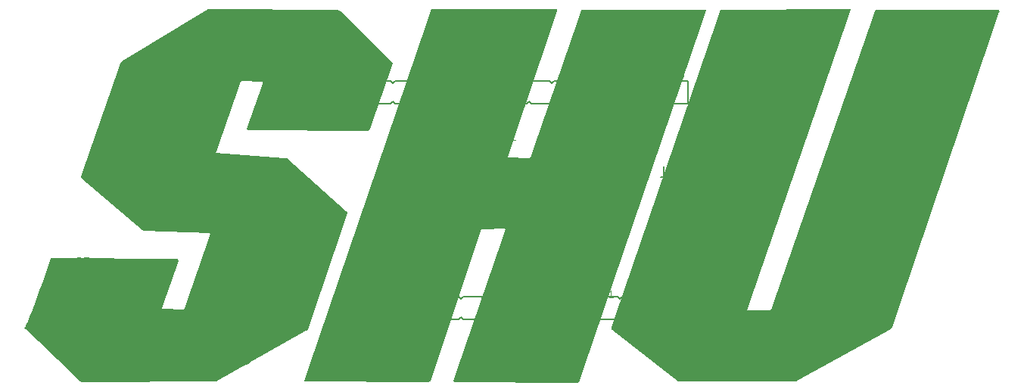
<source format=gbr>
G04 EAGLE Gerber RS-274X export*
G75*
%MOMM*%
%FSLAX34Y34*%
%LPD*%
%INSilkscreen Top*%
%IPPOS*%
%AMOC8*
5,1,8,0,0,1.08239X$1,22.5*%
G01*
%ADD10C,0.101600*%
%ADD11C,0.203200*%
%ADD12C,0.127000*%
%ADD13C,0.152400*%
%ADD14R,0.250000X0.225000*%
%ADD15R,0.225000X0.250000*%
%ADD16C,0.406400*%
%ADD17C,0.200000*%
%ADD18C,0.508000*%
%ADD19C,0.076200*%
%ADD20C,0.718400*%

G36*
X643552Y18201D02*
X643552Y18201D01*
X643615Y18203D01*
X645944Y18677D01*
X646014Y18707D01*
X646086Y18730D01*
X646105Y18746D01*
X646127Y18755D01*
X646180Y18809D01*
X646238Y18859D01*
X646251Y18883D01*
X646265Y18898D01*
X646281Y18939D01*
X646317Y19005D01*
X788555Y434636D01*
X788561Y434681D01*
X788577Y434723D01*
X788574Y434778D01*
X788581Y434834D01*
X788569Y434877D01*
X788567Y434921D01*
X788543Y434971D01*
X788528Y435025D01*
X788500Y435060D01*
X788481Y435100D01*
X788439Y435137D01*
X788404Y435181D01*
X788365Y435202D01*
X788331Y435231D01*
X788267Y435255D01*
X788229Y435276D01*
X788205Y435278D01*
X788175Y435289D01*
X786063Y435684D01*
X786024Y435683D01*
X785969Y435692D01*
X652038Y435097D01*
X652037Y435097D01*
X652035Y435097D01*
X649369Y435068D01*
X649347Y435064D01*
X649324Y435066D01*
X649250Y435043D01*
X649174Y435027D01*
X649156Y435014D01*
X649134Y435007D01*
X649075Y434957D01*
X649036Y434930D01*
X649015Y434915D01*
X649015Y434914D01*
X649012Y434912D01*
X649000Y434893D01*
X648982Y434879D01*
X648926Y434776D01*
X648908Y434747D01*
X648908Y434745D01*
X648906Y434744D01*
X648906Y434738D01*
X648903Y434733D01*
X591896Y270456D01*
X590138Y269731D01*
X566621Y270005D01*
X566605Y271341D01*
X621784Y433560D01*
X621787Y433583D01*
X621796Y433604D01*
X621805Y433724D01*
X621809Y433757D01*
X621807Y433763D01*
X621808Y433770D01*
X621630Y435563D01*
X621606Y435642D01*
X621587Y435722D01*
X621577Y435736D01*
X621572Y435753D01*
X621518Y435816D01*
X621469Y435883D01*
X621454Y435892D01*
X621443Y435905D01*
X621370Y435942D01*
X621298Y435985D01*
X621280Y435988D01*
X621266Y435995D01*
X621221Y435998D01*
X621134Y436013D01*
X481846Y436320D01*
X481820Y436314D01*
X481793Y436317D01*
X481723Y436295D01*
X481651Y436280D01*
X481629Y436265D01*
X481604Y436258D01*
X481548Y436210D01*
X481487Y436168D01*
X481472Y436146D01*
X481452Y436129D01*
X481400Y436034D01*
X481379Y436001D01*
X481378Y435992D01*
X481373Y435983D01*
X338394Y20605D01*
X338391Y20583D01*
X338381Y20562D01*
X338378Y20485D01*
X338368Y20408D01*
X338374Y20386D01*
X338373Y20363D01*
X338400Y20291D01*
X338421Y20217D01*
X338435Y20199D01*
X338443Y20177D01*
X338497Y20121D01*
X338545Y20061D01*
X338565Y20050D01*
X338580Y20033D01*
X338690Y19981D01*
X338719Y19966D01*
X338725Y19965D01*
X338731Y19962D01*
X340666Y19418D01*
X340711Y19415D01*
X340798Y19399D01*
X477406Y18499D01*
X477436Y18504D01*
X477466Y18502D01*
X477558Y18528D01*
X477601Y18537D01*
X477611Y18544D01*
X477626Y18548D01*
X479610Y19504D01*
X479622Y19513D01*
X479637Y19518D01*
X479701Y19573D01*
X479768Y19624D01*
X479776Y19638D01*
X479788Y19648D01*
X479867Y19794D01*
X537068Y189563D01*
X539264Y189780D01*
X563222Y190301D01*
X564249Y189778D01*
X505173Y20774D01*
X505170Y20750D01*
X505160Y20729D01*
X505157Y20653D01*
X505146Y20577D01*
X505153Y20554D01*
X505152Y20530D01*
X505178Y20459D01*
X505199Y20385D01*
X505213Y20366D01*
X505221Y20344D01*
X505300Y20255D01*
X505321Y20228D01*
X505327Y20225D01*
X505332Y20220D01*
X506595Y19204D01*
X506669Y19166D01*
X506740Y19123D01*
X506758Y19120D01*
X506771Y19113D01*
X506816Y19110D01*
X506904Y19094D01*
X643512Y18193D01*
X643552Y18201D01*
G37*
G36*
X888864Y19728D02*
X888864Y19728D01*
X888894Y19725D01*
X888987Y19753D01*
X889030Y19761D01*
X889040Y19768D01*
X889054Y19772D01*
X891434Y20933D01*
X891443Y20940D01*
X891457Y20945D01*
X994673Y77954D01*
X994702Y77979D01*
X994736Y77995D01*
X994790Y78054D01*
X994824Y78083D01*
X994833Y78100D01*
X994849Y78117D01*
X996230Y80221D01*
X996247Y80262D01*
X996285Y80334D01*
X1116369Y432947D01*
X1116372Y432971D01*
X1116382Y432993D01*
X1116389Y433092D01*
X1116393Y433117D01*
X1116392Y433123D01*
X1116394Y433144D01*
X1116392Y433150D01*
X1116393Y433159D01*
X1116210Y434946D01*
X1116185Y435025D01*
X1116166Y435105D01*
X1116156Y435119D01*
X1116150Y435135D01*
X1116097Y435199D01*
X1116048Y435265D01*
X1116033Y435274D01*
X1116022Y435287D01*
X1115948Y435324D01*
X1115877Y435366D01*
X1115858Y435369D01*
X1115844Y435376D01*
X1115799Y435379D01*
X1115713Y435394D01*
X979041Y435394D01*
X978976Y435381D01*
X978910Y435377D01*
X978874Y435360D01*
X978846Y435354D01*
X978813Y435332D01*
X978759Y435307D01*
X976956Y434076D01*
X976904Y434022D01*
X976846Y433973D01*
X976833Y433948D01*
X976818Y433933D01*
X976802Y433892D01*
X976766Y433827D01*
X861296Y99669D01*
X859641Y98780D01*
X835678Y98780D01*
X834039Y98984D01*
X950056Y435342D01*
X950068Y435433D01*
X950083Y435524D01*
X950081Y435532D01*
X950082Y435540D01*
X950058Y435628D01*
X950036Y435717D01*
X950032Y435724D01*
X950029Y435731D01*
X949973Y435803D01*
X949918Y435877D01*
X949911Y435881D01*
X949906Y435887D01*
X949825Y435931D01*
X949746Y435977D01*
X949738Y435979D01*
X949731Y435982D01*
X949695Y435986D01*
X949582Y436004D01*
X804881Y435394D01*
X804856Y435389D01*
X804831Y435391D01*
X804759Y435369D01*
X804686Y435353D01*
X804665Y435339D01*
X804641Y435332D01*
X804584Y435283D01*
X804522Y435240D01*
X804509Y435219D01*
X804490Y435203D01*
X804436Y435104D01*
X804416Y435072D01*
X804415Y435065D01*
X804410Y435056D01*
X682825Y80125D01*
X682824Y80118D01*
X682821Y80112D01*
X682798Y79947D01*
X682871Y77694D01*
X682879Y77658D01*
X682878Y77622D01*
X682902Y77562D01*
X682916Y77500D01*
X682938Y77471D01*
X682951Y77437D01*
X683008Y77376D01*
X683034Y77340D01*
X683049Y77331D01*
X683064Y77315D01*
X757249Y19921D01*
X757313Y19889D01*
X757374Y19850D01*
X757405Y19844D01*
X757427Y19833D01*
X757470Y19830D01*
X757536Y19817D01*
X760184Y19722D01*
X760192Y19723D01*
X760202Y19722D01*
X888835Y19722D01*
X888864Y19728D01*
G37*
G36*
X240269Y19720D02*
X240269Y19720D01*
X240299Y19727D01*
X240329Y19724D01*
X240422Y19752D01*
X240464Y19761D01*
X240474Y19768D01*
X240488Y19772D01*
X242859Y20943D01*
X242869Y20951D01*
X242884Y20956D01*
X340828Y76329D01*
X340862Y76359D01*
X340930Y76406D01*
X342736Y78160D01*
X342744Y78171D01*
X342748Y78174D01*
X342759Y78192D01*
X342781Y78211D01*
X342823Y78287D01*
X342848Y78324D01*
X342850Y78334D01*
X342855Y78342D01*
X342856Y78349D01*
X342861Y78357D01*
X387069Y207629D01*
X387075Y207671D01*
X387090Y207711D01*
X387088Y207769D01*
X387095Y207826D01*
X387084Y207867D01*
X387082Y207910D01*
X387053Y207976D01*
X387042Y208018D01*
X387027Y208035D01*
X387016Y208062D01*
X385737Y210034D01*
X385706Y210066D01*
X385651Y210135D01*
X319644Y268941D01*
X319599Y268967D01*
X319561Y269001D01*
X319506Y269021D01*
X319472Y269041D01*
X319442Y269045D01*
X319405Y269059D01*
X316858Y269543D01*
X316832Y269543D01*
X316800Y269551D01*
X239887Y274896D01*
X240301Y276622D01*
X267268Y354856D01*
X269162Y355337D01*
X292542Y354512D01*
X292013Y352725D01*
X274382Y302145D01*
X274378Y302117D01*
X274367Y302092D01*
X274365Y302020D01*
X274355Y301948D01*
X274362Y301921D01*
X274361Y301894D01*
X274388Y301826D01*
X274407Y301756D01*
X274424Y301734D01*
X274434Y301709D01*
X274505Y301632D01*
X274530Y301600D01*
X274539Y301595D01*
X274547Y301586D01*
X275831Y300588D01*
X275903Y300553D01*
X275971Y300512D01*
X275994Y300508D01*
X276010Y300500D01*
X276054Y300497D01*
X276135Y300483D01*
X410078Y299877D01*
X410118Y299885D01*
X410160Y299883D01*
X410215Y299904D01*
X410273Y299916D01*
X410307Y299939D01*
X410346Y299954D01*
X410401Y300003D01*
X410437Y300028D01*
X410449Y300046D01*
X410470Y300064D01*
X411886Y301835D01*
X411887Y301836D01*
X411888Y301837D01*
X411968Y301983D01*
X437432Y375379D01*
X437440Y375435D01*
X437457Y375489D01*
X437453Y375532D01*
X437459Y375576D01*
X437444Y375630D01*
X437438Y375687D01*
X437416Y375733D01*
X437406Y375768D01*
X437385Y375794D01*
X437364Y375836D01*
X435920Y377824D01*
X435894Y377847D01*
X435866Y377886D01*
X378598Y434269D01*
X378590Y434274D01*
X378585Y434281D01*
X378446Y434371D01*
X376169Y435358D01*
X376152Y435362D01*
X376137Y435371D01*
X375982Y435398D01*
X375975Y435399D01*
X375974Y435399D01*
X375973Y435399D01*
X231315Y436011D01*
X231263Y436001D01*
X231210Y436000D01*
X231157Y435980D01*
X231120Y435972D01*
X231094Y435955D01*
X231055Y435939D01*
X134711Y377827D01*
X134691Y377809D01*
X134667Y377797D01*
X134595Y377720D01*
X134565Y377693D01*
X134561Y377684D01*
X134553Y377676D01*
X133154Y375567D01*
X133137Y375525D01*
X133099Y375454D01*
X89294Y248876D01*
X89283Y248788D01*
X89267Y248702D01*
X89270Y248689D01*
X89268Y248679D01*
X89279Y248638D01*
X89298Y248538D01*
X90073Y246458D01*
X90096Y246421D01*
X90110Y246379D01*
X90155Y246326D01*
X90178Y246289D01*
X90198Y246275D01*
X90218Y246252D01*
X157612Y189041D01*
X157623Y189035D01*
X157631Y189026D01*
X157777Y188948D01*
X160183Y188146D01*
X160227Y188141D01*
X160321Y188121D01*
X232520Y185186D01*
X233881Y184732D01*
X205303Y101678D01*
X204197Y100035D01*
X180573Y100591D01*
X179816Y101379D01*
X197948Y154311D01*
X197959Y154399D01*
X197974Y154486D01*
X197972Y154498D01*
X197973Y154508D01*
X197962Y154548D01*
X197942Y154650D01*
X197369Y156166D01*
X197361Y156179D01*
X197357Y156194D01*
X197308Y156262D01*
X197263Y156334D01*
X197250Y156343D01*
X197241Y156356D01*
X197169Y156399D01*
X197100Y156448D01*
X197084Y156451D01*
X197071Y156459D01*
X196907Y156488D01*
X196905Y156488D01*
X57614Y157999D01*
X57609Y157998D01*
X57604Y157999D01*
X57440Y157970D01*
X55319Y157209D01*
X55285Y157188D01*
X55247Y157176D01*
X55201Y157137D01*
X55149Y157106D01*
X55126Y157074D01*
X55095Y157048D01*
X55059Y156981D01*
X55033Y156945D01*
X55028Y156925D01*
X55016Y156902D01*
X52401Y149302D01*
X48886Y139181D01*
X46226Y131601D01*
X43544Y124025D01*
X40836Y116460D01*
X38093Y108909D01*
X36240Y103884D01*
X34361Y98872D01*
X32444Y93870D01*
X31467Y91380D01*
X30471Y88902D01*
X29450Y86432D01*
X28390Y83985D01*
X27272Y81627D01*
X25752Y79772D01*
X25741Y79752D01*
X25725Y79735D01*
X25695Y79664D01*
X25659Y79596D01*
X25657Y79573D01*
X25648Y79552D01*
X25649Y79475D01*
X25642Y79398D01*
X25650Y79376D01*
X25650Y79353D01*
X25680Y79282D01*
X25704Y79209D01*
X25720Y79192D01*
X25729Y79170D01*
X25813Y79085D01*
X25835Y79059D01*
X25840Y79057D01*
X25845Y79052D01*
X27780Y77649D01*
X29748Y75878D01*
X33669Y72237D01*
X37563Y68558D01*
X41440Y64863D01*
X51095Y55585D01*
X62641Y44403D01*
X76073Y31321D01*
X87565Y20084D01*
X87586Y20071D01*
X87602Y20052D01*
X87702Y19996D01*
X87732Y19976D01*
X87739Y19975D01*
X87747Y19971D01*
X90084Y19140D01*
X90087Y19139D01*
X90089Y19138D01*
X90254Y19111D01*
X240269Y19720D01*
G37*
D10*
X795086Y25908D02*
X792489Y25908D01*
X792390Y25910D01*
X792290Y25916D01*
X792191Y25925D01*
X792093Y25938D01*
X791995Y25955D01*
X791897Y25976D01*
X791801Y26001D01*
X791706Y26029D01*
X791612Y26061D01*
X791519Y26096D01*
X791427Y26135D01*
X791337Y26178D01*
X791249Y26223D01*
X791162Y26273D01*
X791078Y26325D01*
X790995Y26381D01*
X790915Y26439D01*
X790837Y26501D01*
X790762Y26566D01*
X790689Y26634D01*
X790619Y26704D01*
X790551Y26777D01*
X790486Y26852D01*
X790424Y26930D01*
X790366Y27010D01*
X790310Y27093D01*
X790258Y27177D01*
X790208Y27264D01*
X790163Y27352D01*
X790120Y27442D01*
X790081Y27534D01*
X790046Y27627D01*
X790014Y27721D01*
X789986Y27816D01*
X789961Y27912D01*
X789940Y28010D01*
X789923Y28108D01*
X789910Y28206D01*
X789901Y28305D01*
X789895Y28405D01*
X789893Y28504D01*
X789893Y34996D01*
X789895Y35095D01*
X789901Y35195D01*
X789910Y35294D01*
X789923Y35392D01*
X789940Y35490D01*
X789961Y35588D01*
X789986Y35684D01*
X790014Y35779D01*
X790046Y35873D01*
X790081Y35966D01*
X790120Y36058D01*
X790163Y36148D01*
X790208Y36236D01*
X790258Y36323D01*
X790310Y36407D01*
X790366Y36490D01*
X790424Y36570D01*
X790486Y36648D01*
X790551Y36723D01*
X790619Y36796D01*
X790689Y36866D01*
X790762Y36934D01*
X790837Y36999D01*
X790915Y37061D01*
X790995Y37119D01*
X791078Y37175D01*
X791162Y37227D01*
X791249Y37277D01*
X791337Y37322D01*
X791427Y37365D01*
X791519Y37404D01*
X791611Y37439D01*
X791706Y37471D01*
X791801Y37499D01*
X791897Y37524D01*
X791995Y37545D01*
X792093Y37562D01*
X792191Y37575D01*
X792290Y37584D01*
X792390Y37590D01*
X792489Y37592D01*
X795086Y37592D01*
X799451Y34996D02*
X802696Y37592D01*
X802696Y25908D01*
X799451Y25908D02*
X805942Y25908D01*
X139051Y70358D02*
X136454Y70358D01*
X136355Y70360D01*
X136255Y70366D01*
X136156Y70375D01*
X136058Y70388D01*
X135960Y70405D01*
X135862Y70426D01*
X135766Y70451D01*
X135671Y70479D01*
X135577Y70511D01*
X135484Y70546D01*
X135392Y70585D01*
X135302Y70628D01*
X135214Y70673D01*
X135127Y70723D01*
X135043Y70775D01*
X134960Y70831D01*
X134880Y70889D01*
X134802Y70951D01*
X134727Y71016D01*
X134654Y71084D01*
X134584Y71154D01*
X134516Y71227D01*
X134451Y71302D01*
X134389Y71380D01*
X134331Y71460D01*
X134275Y71543D01*
X134223Y71627D01*
X134173Y71714D01*
X134128Y71802D01*
X134085Y71892D01*
X134046Y71984D01*
X134011Y72077D01*
X133979Y72171D01*
X133951Y72266D01*
X133926Y72362D01*
X133905Y72460D01*
X133888Y72558D01*
X133875Y72656D01*
X133866Y72755D01*
X133860Y72855D01*
X133858Y72954D01*
X133858Y79446D01*
X133860Y79545D01*
X133866Y79645D01*
X133875Y79744D01*
X133888Y79842D01*
X133905Y79940D01*
X133926Y80038D01*
X133951Y80134D01*
X133979Y80229D01*
X134011Y80323D01*
X134046Y80416D01*
X134085Y80508D01*
X134128Y80598D01*
X134173Y80686D01*
X134223Y80773D01*
X134275Y80857D01*
X134331Y80940D01*
X134389Y81020D01*
X134451Y81098D01*
X134516Y81173D01*
X134584Y81246D01*
X134654Y81316D01*
X134727Y81384D01*
X134802Y81449D01*
X134880Y81511D01*
X134960Y81569D01*
X135043Y81625D01*
X135127Y81677D01*
X135214Y81727D01*
X135302Y81772D01*
X135392Y81815D01*
X135484Y81854D01*
X135576Y81889D01*
X135671Y81921D01*
X135766Y81949D01*
X135862Y81974D01*
X135960Y81995D01*
X136058Y82012D01*
X136156Y82025D01*
X136255Y82034D01*
X136355Y82040D01*
X136454Y82042D01*
X139051Y82042D01*
X146986Y82042D02*
X147093Y82040D01*
X147199Y82034D01*
X147305Y82024D01*
X147411Y82011D01*
X147517Y81993D01*
X147621Y81972D01*
X147725Y81947D01*
X147828Y81918D01*
X147929Y81886D01*
X148029Y81849D01*
X148128Y81809D01*
X148226Y81766D01*
X148322Y81719D01*
X148416Y81668D01*
X148508Y81614D01*
X148598Y81557D01*
X148686Y81497D01*
X148771Y81433D01*
X148854Y81366D01*
X148935Y81296D01*
X149013Y81224D01*
X149089Y81148D01*
X149161Y81070D01*
X149231Y80989D01*
X149298Y80906D01*
X149362Y80821D01*
X149422Y80733D01*
X149479Y80643D01*
X149533Y80551D01*
X149584Y80457D01*
X149631Y80361D01*
X149674Y80263D01*
X149714Y80164D01*
X149751Y80064D01*
X149783Y79963D01*
X149812Y79860D01*
X149837Y79756D01*
X149858Y79652D01*
X149876Y79546D01*
X149889Y79440D01*
X149899Y79334D01*
X149905Y79228D01*
X149907Y79121D01*
X146986Y82042D02*
X146865Y82040D01*
X146744Y82034D01*
X146624Y82024D01*
X146503Y82011D01*
X146384Y81993D01*
X146264Y81972D01*
X146146Y81947D01*
X146029Y81918D01*
X145912Y81885D01*
X145797Y81849D01*
X145683Y81808D01*
X145570Y81765D01*
X145458Y81717D01*
X145349Y81666D01*
X145241Y81611D01*
X145134Y81553D01*
X145030Y81492D01*
X144928Y81427D01*
X144828Y81359D01*
X144730Y81288D01*
X144634Y81214D01*
X144541Y81137D01*
X144451Y81056D01*
X144363Y80973D01*
X144278Y80887D01*
X144195Y80798D01*
X144116Y80707D01*
X144039Y80613D01*
X143966Y80517D01*
X143896Y80419D01*
X143829Y80318D01*
X143765Y80215D01*
X143705Y80110D01*
X143648Y80003D01*
X143594Y79895D01*
X143544Y79785D01*
X143498Y79673D01*
X143455Y79560D01*
X143416Y79445D01*
X148934Y76849D02*
X149013Y76926D01*
X149089Y77007D01*
X149162Y77090D01*
X149232Y77175D01*
X149299Y77263D01*
X149363Y77353D01*
X149423Y77445D01*
X149480Y77540D01*
X149534Y77636D01*
X149585Y77734D01*
X149632Y77834D01*
X149676Y77936D01*
X149716Y78039D01*
X149752Y78143D01*
X149784Y78249D01*
X149813Y78355D01*
X149838Y78463D01*
X149860Y78571D01*
X149877Y78681D01*
X149891Y78790D01*
X149900Y78900D01*
X149906Y79011D01*
X149908Y79121D01*
X148934Y76849D02*
X143416Y70358D01*
X149907Y70358D01*
X88251Y146558D02*
X85654Y146558D01*
X85555Y146560D01*
X85455Y146566D01*
X85356Y146575D01*
X85258Y146588D01*
X85160Y146605D01*
X85062Y146626D01*
X84966Y146651D01*
X84871Y146679D01*
X84777Y146711D01*
X84684Y146746D01*
X84592Y146785D01*
X84502Y146828D01*
X84414Y146873D01*
X84327Y146923D01*
X84243Y146975D01*
X84160Y147031D01*
X84080Y147089D01*
X84002Y147151D01*
X83927Y147216D01*
X83854Y147284D01*
X83784Y147354D01*
X83716Y147427D01*
X83651Y147502D01*
X83589Y147580D01*
X83531Y147660D01*
X83475Y147743D01*
X83423Y147827D01*
X83373Y147914D01*
X83328Y148002D01*
X83285Y148092D01*
X83246Y148184D01*
X83211Y148277D01*
X83179Y148371D01*
X83151Y148466D01*
X83126Y148562D01*
X83105Y148660D01*
X83088Y148758D01*
X83075Y148856D01*
X83066Y148955D01*
X83060Y149055D01*
X83058Y149154D01*
X83058Y155646D01*
X83060Y155745D01*
X83066Y155845D01*
X83075Y155944D01*
X83088Y156042D01*
X83105Y156140D01*
X83126Y156238D01*
X83151Y156334D01*
X83179Y156429D01*
X83211Y156523D01*
X83246Y156616D01*
X83285Y156708D01*
X83328Y156798D01*
X83373Y156886D01*
X83423Y156973D01*
X83475Y157057D01*
X83531Y157140D01*
X83589Y157220D01*
X83651Y157298D01*
X83716Y157373D01*
X83784Y157446D01*
X83854Y157516D01*
X83927Y157584D01*
X84002Y157649D01*
X84080Y157711D01*
X84160Y157769D01*
X84243Y157825D01*
X84327Y157877D01*
X84414Y157927D01*
X84502Y157972D01*
X84592Y158015D01*
X84684Y158054D01*
X84776Y158089D01*
X84871Y158121D01*
X84966Y158149D01*
X85062Y158174D01*
X85160Y158195D01*
X85258Y158212D01*
X85356Y158225D01*
X85455Y158234D01*
X85555Y158240D01*
X85654Y158242D01*
X88251Y158242D01*
X92616Y146558D02*
X95862Y146558D01*
X95975Y146560D01*
X96088Y146566D01*
X96201Y146576D01*
X96314Y146590D01*
X96426Y146607D01*
X96537Y146629D01*
X96647Y146654D01*
X96757Y146684D01*
X96865Y146717D01*
X96972Y146754D01*
X97078Y146794D01*
X97182Y146839D01*
X97285Y146887D01*
X97386Y146938D01*
X97485Y146993D01*
X97582Y147051D01*
X97677Y147113D01*
X97770Y147178D01*
X97860Y147246D01*
X97948Y147317D01*
X98034Y147392D01*
X98117Y147469D01*
X98197Y147549D01*
X98274Y147632D01*
X98349Y147718D01*
X98420Y147806D01*
X98488Y147896D01*
X98553Y147989D01*
X98615Y148084D01*
X98673Y148181D01*
X98728Y148280D01*
X98779Y148381D01*
X98827Y148484D01*
X98872Y148588D01*
X98912Y148694D01*
X98949Y148801D01*
X98982Y148909D01*
X99012Y149019D01*
X99037Y149129D01*
X99059Y149240D01*
X99076Y149352D01*
X99090Y149465D01*
X99100Y149578D01*
X99106Y149691D01*
X99108Y149804D01*
X99106Y149917D01*
X99100Y150030D01*
X99090Y150143D01*
X99076Y150256D01*
X99059Y150368D01*
X99037Y150479D01*
X99012Y150589D01*
X98982Y150699D01*
X98949Y150807D01*
X98912Y150914D01*
X98872Y151020D01*
X98827Y151124D01*
X98779Y151227D01*
X98728Y151328D01*
X98673Y151427D01*
X98615Y151524D01*
X98553Y151619D01*
X98488Y151712D01*
X98420Y151802D01*
X98349Y151890D01*
X98274Y151976D01*
X98197Y152059D01*
X98117Y152139D01*
X98034Y152216D01*
X97948Y152291D01*
X97860Y152362D01*
X97770Y152430D01*
X97677Y152495D01*
X97582Y152557D01*
X97485Y152615D01*
X97386Y152670D01*
X97285Y152721D01*
X97182Y152769D01*
X97078Y152814D01*
X96972Y152854D01*
X96865Y152891D01*
X96757Y152924D01*
X96647Y152954D01*
X96537Y152979D01*
X96426Y153001D01*
X96314Y153018D01*
X96201Y153032D01*
X96088Y153042D01*
X95975Y153048D01*
X95862Y153050D01*
X96511Y158242D02*
X92616Y158242D01*
X96511Y158242D02*
X96612Y158240D01*
X96712Y158234D01*
X96812Y158224D01*
X96912Y158211D01*
X97011Y158193D01*
X97110Y158172D01*
X97207Y158147D01*
X97304Y158118D01*
X97399Y158085D01*
X97493Y158049D01*
X97585Y158009D01*
X97676Y157966D01*
X97765Y157919D01*
X97852Y157869D01*
X97938Y157815D01*
X98021Y157758D01*
X98101Y157698D01*
X98180Y157635D01*
X98256Y157568D01*
X98329Y157499D01*
X98399Y157427D01*
X98467Y157353D01*
X98532Y157276D01*
X98593Y157196D01*
X98652Y157114D01*
X98707Y157030D01*
X98759Y156944D01*
X98808Y156856D01*
X98853Y156766D01*
X98895Y156674D01*
X98933Y156581D01*
X98967Y156486D01*
X98998Y156391D01*
X99025Y156294D01*
X99048Y156196D01*
X99068Y156097D01*
X99083Y155997D01*
X99095Y155897D01*
X99103Y155797D01*
X99107Y155696D01*
X99107Y155596D01*
X99103Y155495D01*
X99095Y155395D01*
X99083Y155295D01*
X99068Y155195D01*
X99048Y155096D01*
X99025Y154998D01*
X98998Y154901D01*
X98967Y154806D01*
X98933Y154711D01*
X98895Y154618D01*
X98853Y154526D01*
X98808Y154436D01*
X98759Y154348D01*
X98707Y154262D01*
X98652Y154178D01*
X98593Y154096D01*
X98532Y154016D01*
X98467Y153939D01*
X98399Y153865D01*
X98329Y153793D01*
X98256Y153724D01*
X98180Y153657D01*
X98101Y153594D01*
X98021Y153534D01*
X97938Y153477D01*
X97852Y153423D01*
X97765Y153373D01*
X97676Y153326D01*
X97585Y153283D01*
X97493Y153243D01*
X97399Y153207D01*
X97304Y153174D01*
X97207Y153145D01*
X97110Y153120D01*
X97011Y153099D01*
X96912Y153081D01*
X96812Y153068D01*
X96712Y153058D01*
X96612Y153052D01*
X96511Y153050D01*
X96511Y153049D02*
X93914Y153049D01*
X860354Y64008D02*
X862951Y64008D01*
X860354Y64008D02*
X860255Y64010D01*
X860155Y64016D01*
X860056Y64025D01*
X859958Y64038D01*
X859860Y64055D01*
X859762Y64076D01*
X859666Y64101D01*
X859571Y64129D01*
X859477Y64161D01*
X859384Y64196D01*
X859292Y64235D01*
X859202Y64278D01*
X859114Y64323D01*
X859027Y64373D01*
X858943Y64425D01*
X858860Y64481D01*
X858780Y64539D01*
X858702Y64601D01*
X858627Y64666D01*
X858554Y64734D01*
X858484Y64804D01*
X858416Y64877D01*
X858351Y64952D01*
X858289Y65030D01*
X858231Y65110D01*
X858175Y65193D01*
X858123Y65277D01*
X858073Y65364D01*
X858028Y65452D01*
X857985Y65542D01*
X857946Y65634D01*
X857911Y65727D01*
X857879Y65821D01*
X857851Y65916D01*
X857826Y66012D01*
X857805Y66110D01*
X857788Y66208D01*
X857775Y66306D01*
X857766Y66405D01*
X857760Y66505D01*
X857758Y66604D01*
X857758Y73096D01*
X857760Y73195D01*
X857766Y73295D01*
X857775Y73394D01*
X857788Y73492D01*
X857805Y73590D01*
X857826Y73688D01*
X857851Y73784D01*
X857879Y73879D01*
X857911Y73973D01*
X857946Y74066D01*
X857985Y74158D01*
X858028Y74248D01*
X858073Y74336D01*
X858123Y74423D01*
X858175Y74507D01*
X858231Y74590D01*
X858289Y74670D01*
X858351Y74748D01*
X858416Y74823D01*
X858484Y74896D01*
X858554Y74966D01*
X858627Y75034D01*
X858702Y75099D01*
X858780Y75161D01*
X858860Y75219D01*
X858943Y75275D01*
X859027Y75327D01*
X859114Y75377D01*
X859202Y75422D01*
X859292Y75465D01*
X859384Y75504D01*
X859476Y75539D01*
X859571Y75571D01*
X859666Y75599D01*
X859762Y75624D01*
X859860Y75645D01*
X859958Y75662D01*
X860056Y75675D01*
X860155Y75684D01*
X860255Y75690D01*
X860354Y75692D01*
X862951Y75692D01*
X869913Y75692D02*
X867316Y66604D01*
X873807Y66604D01*
X871860Y69201D02*
X871860Y64008D01*
X545451Y59615D02*
X542854Y59615D01*
X542755Y59617D01*
X542655Y59623D01*
X542556Y59632D01*
X542458Y59645D01*
X542360Y59662D01*
X542262Y59683D01*
X542166Y59708D01*
X542071Y59736D01*
X541977Y59768D01*
X541884Y59803D01*
X541792Y59842D01*
X541702Y59885D01*
X541614Y59930D01*
X541527Y59980D01*
X541443Y60032D01*
X541360Y60088D01*
X541280Y60146D01*
X541202Y60208D01*
X541127Y60273D01*
X541054Y60341D01*
X540984Y60411D01*
X540916Y60484D01*
X540851Y60559D01*
X540789Y60637D01*
X540731Y60717D01*
X540675Y60800D01*
X540623Y60884D01*
X540573Y60971D01*
X540528Y61059D01*
X540485Y61149D01*
X540446Y61241D01*
X540411Y61334D01*
X540379Y61428D01*
X540351Y61523D01*
X540326Y61619D01*
X540305Y61717D01*
X540288Y61815D01*
X540275Y61913D01*
X540266Y62012D01*
X540260Y62112D01*
X540258Y62211D01*
X540258Y68703D01*
X540260Y68802D01*
X540266Y68902D01*
X540275Y69001D01*
X540288Y69099D01*
X540305Y69197D01*
X540326Y69295D01*
X540351Y69391D01*
X540379Y69486D01*
X540411Y69580D01*
X540446Y69673D01*
X540485Y69765D01*
X540528Y69855D01*
X540573Y69943D01*
X540623Y70030D01*
X540675Y70114D01*
X540731Y70197D01*
X540789Y70277D01*
X540851Y70355D01*
X540916Y70430D01*
X540984Y70503D01*
X541054Y70573D01*
X541127Y70641D01*
X541202Y70706D01*
X541280Y70768D01*
X541360Y70826D01*
X541443Y70882D01*
X541527Y70934D01*
X541614Y70984D01*
X541702Y71029D01*
X541792Y71072D01*
X541884Y71111D01*
X541976Y71146D01*
X542071Y71178D01*
X542166Y71206D01*
X542262Y71231D01*
X542360Y71252D01*
X542458Y71269D01*
X542556Y71282D01*
X542655Y71291D01*
X542755Y71297D01*
X542854Y71299D01*
X545451Y71299D01*
X549816Y59615D02*
X553711Y59615D01*
X553810Y59617D01*
X553910Y59623D01*
X554009Y59632D01*
X554107Y59645D01*
X554205Y59662D01*
X554303Y59683D01*
X554399Y59708D01*
X554494Y59736D01*
X554588Y59768D01*
X554681Y59803D01*
X554773Y59842D01*
X554863Y59885D01*
X554951Y59930D01*
X555038Y59980D01*
X555122Y60032D01*
X555205Y60088D01*
X555285Y60146D01*
X555363Y60208D01*
X555438Y60273D01*
X555511Y60341D01*
X555581Y60411D01*
X555649Y60484D01*
X555714Y60559D01*
X555776Y60637D01*
X555834Y60717D01*
X555890Y60800D01*
X555942Y60884D01*
X555992Y60971D01*
X556037Y61059D01*
X556080Y61149D01*
X556119Y61241D01*
X556154Y61334D01*
X556186Y61428D01*
X556214Y61523D01*
X556239Y61619D01*
X556260Y61717D01*
X556277Y61815D01*
X556290Y61913D01*
X556299Y62012D01*
X556305Y62112D01*
X556307Y62211D01*
X556307Y63510D01*
X556305Y63609D01*
X556299Y63709D01*
X556290Y63808D01*
X556277Y63906D01*
X556260Y64004D01*
X556239Y64102D01*
X556214Y64198D01*
X556186Y64293D01*
X556154Y64387D01*
X556119Y64480D01*
X556080Y64572D01*
X556037Y64662D01*
X555992Y64750D01*
X555942Y64837D01*
X555890Y64921D01*
X555834Y65004D01*
X555776Y65084D01*
X555714Y65162D01*
X555649Y65237D01*
X555581Y65310D01*
X555511Y65380D01*
X555438Y65448D01*
X555363Y65513D01*
X555285Y65575D01*
X555205Y65633D01*
X555122Y65689D01*
X555038Y65741D01*
X554951Y65791D01*
X554863Y65836D01*
X554773Y65879D01*
X554681Y65918D01*
X554588Y65953D01*
X554494Y65985D01*
X554399Y66013D01*
X554303Y66038D01*
X554205Y66059D01*
X554107Y66076D01*
X554009Y66089D01*
X553910Y66098D01*
X553810Y66104D01*
X553711Y66106D01*
X549816Y66106D01*
X549816Y71299D01*
X556307Y71299D01*
X221742Y212654D02*
X221742Y215251D01*
X221742Y212654D02*
X221740Y212555D01*
X221734Y212455D01*
X221725Y212356D01*
X221712Y212258D01*
X221695Y212160D01*
X221674Y212062D01*
X221649Y211966D01*
X221621Y211871D01*
X221589Y211777D01*
X221554Y211684D01*
X221515Y211592D01*
X221472Y211502D01*
X221427Y211414D01*
X221377Y211327D01*
X221325Y211243D01*
X221269Y211160D01*
X221211Y211080D01*
X221149Y211002D01*
X221084Y210927D01*
X221016Y210854D01*
X220946Y210784D01*
X220873Y210716D01*
X220798Y210651D01*
X220720Y210589D01*
X220640Y210531D01*
X220557Y210475D01*
X220473Y210423D01*
X220386Y210373D01*
X220298Y210328D01*
X220208Y210285D01*
X220116Y210246D01*
X220023Y210211D01*
X219929Y210179D01*
X219834Y210151D01*
X219738Y210126D01*
X219640Y210105D01*
X219542Y210088D01*
X219444Y210075D01*
X219345Y210066D01*
X219245Y210060D01*
X219146Y210058D01*
X212654Y210058D01*
X212555Y210060D01*
X212455Y210066D01*
X212356Y210075D01*
X212258Y210088D01*
X212160Y210106D01*
X212062Y210126D01*
X211966Y210151D01*
X211870Y210179D01*
X211776Y210211D01*
X211683Y210246D01*
X211592Y210285D01*
X211502Y210328D01*
X211413Y210373D01*
X211327Y210423D01*
X211242Y210475D01*
X211160Y210531D01*
X211080Y210590D01*
X211002Y210651D01*
X210926Y210716D01*
X210853Y210784D01*
X210783Y210854D01*
X210715Y210927D01*
X210650Y211003D01*
X210589Y211081D01*
X210530Y211161D01*
X210474Y211243D01*
X210422Y211328D01*
X210373Y211414D01*
X210327Y211503D01*
X210284Y211593D01*
X210245Y211684D01*
X210210Y211777D01*
X210178Y211871D01*
X210150Y211967D01*
X210125Y212063D01*
X210105Y212161D01*
X210087Y212259D01*
X210074Y212357D01*
X210065Y212456D01*
X210059Y212555D01*
X210057Y212655D01*
X210058Y212654D02*
X210058Y215251D01*
X215251Y219616D02*
X215251Y223511D01*
X215253Y223610D01*
X215259Y223710D01*
X215268Y223809D01*
X215281Y223907D01*
X215298Y224005D01*
X215319Y224103D01*
X215344Y224199D01*
X215372Y224294D01*
X215404Y224388D01*
X215439Y224481D01*
X215478Y224573D01*
X215521Y224663D01*
X215566Y224751D01*
X215616Y224838D01*
X215668Y224922D01*
X215724Y225005D01*
X215782Y225085D01*
X215844Y225163D01*
X215909Y225238D01*
X215977Y225311D01*
X216047Y225381D01*
X216120Y225449D01*
X216195Y225514D01*
X216273Y225576D01*
X216353Y225634D01*
X216436Y225690D01*
X216520Y225742D01*
X216607Y225792D01*
X216695Y225837D01*
X216785Y225880D01*
X216877Y225919D01*
X216970Y225954D01*
X217064Y225986D01*
X217159Y226014D01*
X217255Y226039D01*
X217353Y226060D01*
X217451Y226077D01*
X217549Y226090D01*
X217648Y226099D01*
X217748Y226105D01*
X217847Y226107D01*
X218496Y226107D01*
X218496Y226108D02*
X218609Y226106D01*
X218722Y226100D01*
X218835Y226090D01*
X218948Y226076D01*
X219060Y226059D01*
X219171Y226037D01*
X219281Y226012D01*
X219391Y225982D01*
X219499Y225949D01*
X219606Y225912D01*
X219712Y225872D01*
X219816Y225827D01*
X219919Y225779D01*
X220020Y225728D01*
X220119Y225673D01*
X220216Y225615D01*
X220311Y225553D01*
X220404Y225488D01*
X220494Y225420D01*
X220582Y225349D01*
X220668Y225274D01*
X220751Y225197D01*
X220831Y225117D01*
X220908Y225034D01*
X220983Y224948D01*
X221054Y224860D01*
X221122Y224770D01*
X221187Y224677D01*
X221249Y224582D01*
X221307Y224485D01*
X221362Y224386D01*
X221413Y224285D01*
X221461Y224182D01*
X221506Y224078D01*
X221546Y223972D01*
X221583Y223865D01*
X221616Y223757D01*
X221646Y223647D01*
X221671Y223537D01*
X221693Y223426D01*
X221710Y223314D01*
X221724Y223201D01*
X221734Y223088D01*
X221740Y222975D01*
X221742Y222862D01*
X221740Y222749D01*
X221734Y222636D01*
X221724Y222523D01*
X221710Y222410D01*
X221693Y222298D01*
X221671Y222187D01*
X221646Y222077D01*
X221616Y221967D01*
X221583Y221859D01*
X221546Y221752D01*
X221506Y221646D01*
X221461Y221542D01*
X221413Y221439D01*
X221362Y221338D01*
X221307Y221239D01*
X221249Y221142D01*
X221187Y221047D01*
X221122Y220954D01*
X221054Y220864D01*
X220983Y220776D01*
X220908Y220690D01*
X220831Y220607D01*
X220751Y220527D01*
X220668Y220450D01*
X220582Y220375D01*
X220494Y220304D01*
X220404Y220236D01*
X220311Y220171D01*
X220216Y220109D01*
X220119Y220051D01*
X220020Y219996D01*
X219919Y219945D01*
X219816Y219897D01*
X219712Y219852D01*
X219606Y219812D01*
X219499Y219775D01*
X219391Y219742D01*
X219281Y219712D01*
X219171Y219687D01*
X219060Y219665D01*
X218948Y219648D01*
X218835Y219634D01*
X218722Y219624D01*
X218609Y219618D01*
X218496Y219616D01*
X215251Y219616D01*
X215108Y219618D01*
X214965Y219624D01*
X214822Y219634D01*
X214680Y219648D01*
X214538Y219665D01*
X214396Y219687D01*
X214255Y219712D01*
X214115Y219742D01*
X213976Y219775D01*
X213838Y219812D01*
X213701Y219853D01*
X213565Y219897D01*
X213430Y219946D01*
X213297Y219998D01*
X213165Y220053D01*
X213035Y220113D01*
X212906Y220176D01*
X212779Y220242D01*
X212655Y220312D01*
X212532Y220385D01*
X212411Y220462D01*
X212292Y220541D01*
X212176Y220625D01*
X212061Y220711D01*
X211950Y220800D01*
X211841Y220893D01*
X211734Y220988D01*
X211630Y221087D01*
X211529Y221188D01*
X211430Y221292D01*
X211335Y221398D01*
X211242Y221508D01*
X211153Y221619D01*
X211067Y221733D01*
X210984Y221850D01*
X210904Y221969D01*
X210827Y222090D01*
X210754Y222212D01*
X210684Y222337D01*
X210618Y222464D01*
X210555Y222593D01*
X210495Y222723D01*
X210440Y222855D01*
X210388Y222988D01*
X210339Y223123D01*
X210295Y223259D01*
X210254Y223396D01*
X210217Y223534D01*
X210184Y223673D01*
X210154Y223813D01*
X210129Y223954D01*
X210107Y224096D01*
X210090Y224238D01*
X210076Y224380D01*
X210066Y224523D01*
X210060Y224666D01*
X210058Y224809D01*
X276758Y40758D02*
X274537Y39413D01*
X274451Y39364D01*
X274363Y39317D01*
X274273Y39274D01*
X274182Y39234D01*
X274089Y39198D01*
X273995Y39165D01*
X273900Y39137D01*
X273804Y39111D01*
X273707Y39090D01*
X273609Y39072D01*
X273511Y39058D01*
X273412Y39047D01*
X273313Y39041D01*
X273213Y39038D01*
X273114Y39039D01*
X273014Y39044D01*
X272915Y39053D01*
X272817Y39065D01*
X272719Y39082D01*
X272621Y39102D01*
X272525Y39125D01*
X272429Y39153D01*
X272335Y39184D01*
X272241Y39218D01*
X272149Y39257D01*
X272059Y39298D01*
X271971Y39343D01*
X271884Y39392D01*
X271799Y39444D01*
X271716Y39499D01*
X271635Y39557D01*
X271557Y39618D01*
X271481Y39682D01*
X271407Y39749D01*
X271336Y39819D01*
X271268Y39891D01*
X271203Y39966D01*
X271140Y40043D01*
X271081Y40123D01*
X271025Y40205D01*
X270971Y40289D01*
X267609Y45841D01*
X267560Y45927D01*
X267513Y46015D01*
X267470Y46105D01*
X267430Y46196D01*
X267394Y46289D01*
X267361Y46383D01*
X267333Y46478D01*
X267307Y46574D01*
X267286Y46671D01*
X267268Y46769D01*
X267254Y46867D01*
X267243Y46966D01*
X267237Y47065D01*
X267234Y47165D01*
X267235Y47264D01*
X267240Y47364D01*
X267249Y47463D01*
X267261Y47561D01*
X267278Y47659D01*
X267298Y47757D01*
X267321Y47853D01*
X267349Y47949D01*
X267380Y48043D01*
X267414Y48137D01*
X267453Y48229D01*
X267494Y48319D01*
X267539Y48407D01*
X267588Y48494D01*
X267640Y48579D01*
X267695Y48662D01*
X267753Y48743D01*
X267814Y48821D01*
X267878Y48897D01*
X267945Y48971D01*
X268015Y49042D01*
X268087Y49110D01*
X268162Y49175D01*
X268239Y49238D01*
X268319Y49297D01*
X268401Y49353D01*
X268485Y49407D01*
X270705Y50752D01*
X274439Y53013D02*
X275112Y51903D01*
X274439Y53013D02*
X279992Y56376D01*
X283268Y44701D01*
D11*
X401400Y146150D02*
X401400Y158650D01*
X410100Y158650D02*
X428100Y158650D01*
X428100Y146150D02*
X410100Y146150D01*
D12*
X414925Y160655D02*
X414925Y165481D01*
X416265Y165481D01*
X416335Y165479D01*
X416405Y165474D01*
X416475Y165464D01*
X416544Y165452D01*
X416612Y165435D01*
X416679Y165415D01*
X416746Y165392D01*
X416810Y165365D01*
X416874Y165335D01*
X416936Y165301D01*
X416995Y165265D01*
X417053Y165225D01*
X417109Y165182D01*
X417162Y165137D01*
X417213Y165088D01*
X417262Y165037D01*
X417307Y164984D01*
X417350Y164928D01*
X417390Y164870D01*
X417426Y164811D01*
X417460Y164749D01*
X417490Y164685D01*
X417517Y164621D01*
X417540Y164554D01*
X417560Y164487D01*
X417577Y164419D01*
X417589Y164350D01*
X417599Y164280D01*
X417604Y164210D01*
X417606Y164140D01*
X417606Y161996D01*
X417604Y161926D01*
X417599Y161856D01*
X417589Y161786D01*
X417577Y161717D01*
X417560Y161649D01*
X417540Y161582D01*
X417517Y161515D01*
X417490Y161451D01*
X417460Y161387D01*
X417426Y161325D01*
X417390Y161266D01*
X417350Y161208D01*
X417307Y161152D01*
X417262Y161099D01*
X417213Y161048D01*
X417162Y160999D01*
X417109Y160954D01*
X417053Y160911D01*
X416995Y160871D01*
X416935Y160835D01*
X416874Y160801D01*
X416810Y160771D01*
X416746Y160744D01*
X416679Y160721D01*
X416612Y160701D01*
X416544Y160684D01*
X416475Y160672D01*
X416405Y160662D01*
X416335Y160657D01*
X416265Y160655D01*
X414925Y160655D01*
X420594Y164409D02*
X421935Y165481D01*
X421935Y160655D01*
X423275Y160655D02*
X420594Y160655D01*
D13*
X736600Y196850D02*
X742950Y190500D01*
X755650Y190500D02*
X762000Y196850D01*
X768350Y190500D01*
X781050Y190500D02*
X787400Y196850D01*
X736600Y196850D02*
X736600Y234950D01*
X742950Y241300D01*
X755650Y241300D01*
X762000Y234950D01*
X768350Y241300D01*
X781050Y241300D01*
X787400Y234950D01*
X762000Y234950D02*
X762000Y196850D01*
X787400Y196850D02*
X787400Y234950D01*
X781050Y190500D02*
X768350Y190500D01*
X755650Y190500D02*
X742950Y190500D01*
X787400Y196850D02*
X793750Y190500D01*
X806450Y190500D02*
X812800Y196850D01*
X787400Y234950D02*
X793750Y241300D01*
X806450Y241300D01*
X812800Y234950D01*
X812800Y196850D01*
X806450Y190500D02*
X793750Y190500D01*
D12*
X741045Y250825D02*
X741045Y259715D01*
X741045Y250825D02*
X741043Y250725D01*
X741037Y250626D01*
X741027Y250526D01*
X741014Y250428D01*
X740996Y250329D01*
X740975Y250232D01*
X740950Y250136D01*
X740921Y250040D01*
X740888Y249946D01*
X740852Y249853D01*
X740812Y249762D01*
X740768Y249672D01*
X740721Y249584D01*
X740671Y249498D01*
X740617Y249414D01*
X740560Y249332D01*
X740500Y249253D01*
X740436Y249175D01*
X740370Y249101D01*
X740301Y249029D01*
X740229Y248960D01*
X740155Y248894D01*
X740077Y248830D01*
X739998Y248770D01*
X739916Y248713D01*
X739832Y248659D01*
X739746Y248609D01*
X739658Y248562D01*
X739568Y248518D01*
X739477Y248478D01*
X739384Y248442D01*
X739290Y248409D01*
X739194Y248380D01*
X739098Y248355D01*
X739001Y248334D01*
X738902Y248316D01*
X738804Y248303D01*
X738704Y248293D01*
X738605Y248287D01*
X738505Y248285D01*
X737235Y248285D01*
X747025Y248285D02*
X747025Y259715D01*
X750200Y259715D01*
X750311Y259713D01*
X750421Y259707D01*
X750532Y259698D01*
X750642Y259684D01*
X750751Y259667D01*
X750860Y259646D01*
X750968Y259621D01*
X751075Y259592D01*
X751181Y259560D01*
X751286Y259524D01*
X751389Y259484D01*
X751491Y259441D01*
X751592Y259394D01*
X751691Y259343D01*
X751788Y259290D01*
X751882Y259233D01*
X751975Y259172D01*
X752066Y259109D01*
X752155Y259042D01*
X752241Y258972D01*
X752324Y258899D01*
X752406Y258824D01*
X752484Y258746D01*
X752559Y258664D01*
X752632Y258581D01*
X752702Y258495D01*
X752769Y258406D01*
X752832Y258315D01*
X752893Y258222D01*
X752950Y258127D01*
X753003Y258031D01*
X753054Y257932D01*
X753101Y257831D01*
X753144Y257729D01*
X753184Y257626D01*
X753220Y257521D01*
X753252Y257415D01*
X753281Y257308D01*
X753306Y257200D01*
X753327Y257091D01*
X753344Y256982D01*
X753358Y256872D01*
X753367Y256761D01*
X753373Y256651D01*
X753375Y256540D01*
X753373Y256429D01*
X753367Y256319D01*
X753358Y256208D01*
X753344Y256098D01*
X753327Y255989D01*
X753306Y255880D01*
X753281Y255772D01*
X753252Y255665D01*
X753220Y255559D01*
X753184Y255454D01*
X753144Y255351D01*
X753101Y255249D01*
X753054Y255148D01*
X753003Y255049D01*
X752950Y254952D01*
X752893Y254858D01*
X752832Y254765D01*
X752769Y254674D01*
X752702Y254585D01*
X752632Y254499D01*
X752559Y254416D01*
X752484Y254334D01*
X752406Y254256D01*
X752324Y254181D01*
X752241Y254108D01*
X752155Y254038D01*
X752066Y253971D01*
X751975Y253908D01*
X751882Y253847D01*
X751788Y253790D01*
X751691Y253737D01*
X751592Y253686D01*
X751491Y253639D01*
X751389Y253596D01*
X751286Y253556D01*
X751181Y253520D01*
X751075Y253488D01*
X750968Y253459D01*
X750860Y253434D01*
X750751Y253413D01*
X750642Y253396D01*
X750532Y253382D01*
X750421Y253373D01*
X750311Y253367D01*
X750200Y253365D01*
X747025Y253365D01*
X757884Y248285D02*
X761059Y248285D01*
X761170Y248287D01*
X761280Y248293D01*
X761391Y248302D01*
X761501Y248316D01*
X761610Y248333D01*
X761719Y248354D01*
X761827Y248379D01*
X761934Y248408D01*
X762040Y248440D01*
X762145Y248476D01*
X762248Y248516D01*
X762350Y248559D01*
X762451Y248606D01*
X762550Y248657D01*
X762647Y248710D01*
X762741Y248767D01*
X762834Y248828D01*
X762925Y248891D01*
X763014Y248958D01*
X763100Y249028D01*
X763183Y249101D01*
X763265Y249176D01*
X763343Y249254D01*
X763418Y249336D01*
X763491Y249419D01*
X763561Y249505D01*
X763628Y249594D01*
X763691Y249685D01*
X763752Y249778D01*
X763809Y249872D01*
X763862Y249969D01*
X763913Y250068D01*
X763960Y250169D01*
X764003Y250271D01*
X764043Y250374D01*
X764079Y250479D01*
X764111Y250585D01*
X764140Y250692D01*
X764165Y250800D01*
X764186Y250909D01*
X764203Y251018D01*
X764217Y251128D01*
X764226Y251239D01*
X764232Y251349D01*
X764234Y251460D01*
X764232Y251571D01*
X764226Y251681D01*
X764217Y251792D01*
X764203Y251902D01*
X764186Y252011D01*
X764165Y252120D01*
X764140Y252228D01*
X764111Y252335D01*
X764079Y252441D01*
X764043Y252546D01*
X764003Y252649D01*
X763960Y252751D01*
X763913Y252852D01*
X763862Y252951D01*
X763809Y253047D01*
X763752Y253142D01*
X763691Y253235D01*
X763628Y253326D01*
X763561Y253415D01*
X763491Y253501D01*
X763418Y253584D01*
X763343Y253666D01*
X763265Y253744D01*
X763183Y253819D01*
X763100Y253892D01*
X763014Y253962D01*
X762925Y254029D01*
X762834Y254092D01*
X762741Y254153D01*
X762647Y254210D01*
X762550Y254263D01*
X762451Y254314D01*
X762350Y254361D01*
X762248Y254404D01*
X762145Y254444D01*
X762040Y254480D01*
X761934Y254512D01*
X761827Y254541D01*
X761719Y254566D01*
X761610Y254587D01*
X761501Y254604D01*
X761391Y254618D01*
X761280Y254627D01*
X761170Y254633D01*
X761059Y254635D01*
X761694Y259715D02*
X757884Y259715D01*
X761694Y259715D02*
X761794Y259713D01*
X761893Y259707D01*
X761993Y259697D01*
X762091Y259684D01*
X762190Y259666D01*
X762287Y259645D01*
X762383Y259620D01*
X762479Y259591D01*
X762573Y259558D01*
X762666Y259522D01*
X762757Y259482D01*
X762847Y259438D01*
X762935Y259391D01*
X763021Y259341D01*
X763105Y259287D01*
X763187Y259230D01*
X763266Y259170D01*
X763344Y259106D01*
X763418Y259040D01*
X763490Y258971D01*
X763559Y258899D01*
X763625Y258825D01*
X763689Y258747D01*
X763749Y258668D01*
X763806Y258586D01*
X763860Y258502D01*
X763910Y258416D01*
X763957Y258328D01*
X764001Y258238D01*
X764041Y258147D01*
X764077Y258054D01*
X764110Y257960D01*
X764139Y257864D01*
X764164Y257768D01*
X764185Y257671D01*
X764203Y257572D01*
X764216Y257474D01*
X764226Y257374D01*
X764232Y257275D01*
X764234Y257175D01*
X764232Y257075D01*
X764226Y256976D01*
X764216Y256876D01*
X764203Y256778D01*
X764185Y256679D01*
X764164Y256582D01*
X764139Y256486D01*
X764110Y256390D01*
X764077Y256296D01*
X764041Y256203D01*
X764001Y256112D01*
X763957Y256022D01*
X763910Y255934D01*
X763860Y255848D01*
X763806Y255764D01*
X763749Y255682D01*
X763689Y255603D01*
X763625Y255525D01*
X763559Y255451D01*
X763490Y255379D01*
X763418Y255310D01*
X763344Y255244D01*
X763266Y255180D01*
X763187Y255120D01*
X763105Y255063D01*
X763021Y255009D01*
X762935Y254959D01*
X762847Y254912D01*
X762757Y254868D01*
X762666Y254828D01*
X762573Y254792D01*
X762479Y254759D01*
X762383Y254730D01*
X762287Y254705D01*
X762190Y254684D01*
X762091Y254666D01*
X761993Y254653D01*
X761893Y254643D01*
X761794Y254637D01*
X761694Y254635D01*
X759154Y254635D01*
D10*
X548100Y282900D02*
X544100Y282900D01*
X544100Y275900D02*
X548100Y275900D01*
D14*
X544850Y282275D03*
D10*
X536608Y289908D02*
X536608Y301592D01*
X536608Y289908D02*
X541801Y289908D01*
X546514Y289908D02*
X551707Y289908D01*
X546514Y289908D02*
X546514Y301592D01*
X551707Y301592D01*
X550409Y296399D02*
X546514Y296399D01*
X556397Y301592D02*
X556397Y289908D01*
X556397Y301592D02*
X559643Y301592D01*
X559756Y301590D01*
X559869Y301584D01*
X559982Y301574D01*
X560095Y301560D01*
X560207Y301543D01*
X560318Y301521D01*
X560428Y301496D01*
X560538Y301466D01*
X560646Y301433D01*
X560753Y301396D01*
X560859Y301356D01*
X560963Y301311D01*
X561066Y301263D01*
X561167Y301212D01*
X561266Y301157D01*
X561363Y301099D01*
X561458Y301037D01*
X561551Y300972D01*
X561641Y300904D01*
X561729Y300833D01*
X561815Y300758D01*
X561898Y300681D01*
X561978Y300601D01*
X562055Y300518D01*
X562130Y300432D01*
X562201Y300344D01*
X562269Y300254D01*
X562334Y300161D01*
X562396Y300066D01*
X562454Y299969D01*
X562509Y299870D01*
X562560Y299769D01*
X562608Y299666D01*
X562653Y299562D01*
X562693Y299456D01*
X562730Y299349D01*
X562763Y299241D01*
X562793Y299131D01*
X562818Y299021D01*
X562840Y298910D01*
X562857Y298798D01*
X562871Y298685D01*
X562881Y298572D01*
X562887Y298459D01*
X562889Y298346D01*
X562889Y293154D01*
X562887Y293041D01*
X562881Y292928D01*
X562871Y292815D01*
X562857Y292702D01*
X562840Y292590D01*
X562818Y292479D01*
X562793Y292369D01*
X562763Y292259D01*
X562730Y292151D01*
X562693Y292044D01*
X562653Y291938D01*
X562608Y291834D01*
X562560Y291731D01*
X562509Y291630D01*
X562454Y291531D01*
X562396Y291434D01*
X562334Y291339D01*
X562269Y291246D01*
X562201Y291156D01*
X562130Y291068D01*
X562055Y290982D01*
X561978Y290899D01*
X561898Y290819D01*
X561815Y290742D01*
X561729Y290667D01*
X561641Y290596D01*
X561551Y290528D01*
X561458Y290463D01*
X561363Y290401D01*
X561266Y290343D01*
X561167Y290288D01*
X561066Y290237D01*
X560963Y290189D01*
X560859Y290144D01*
X560753Y290104D01*
X560646Y290067D01*
X560538Y290034D01*
X560428Y290004D01*
X560318Y289979D01*
X560207Y289957D01*
X560095Y289940D01*
X559982Y289926D01*
X559869Y289916D01*
X559756Y289910D01*
X559643Y289908D01*
X556397Y289908D01*
X568208Y298996D02*
X571454Y301592D01*
X571454Y289908D01*
X574699Y289908D02*
X568208Y289908D01*
X110800Y281400D02*
X110800Y277400D01*
X117800Y277400D02*
X117800Y281400D01*
D15*
X111425Y278150D03*
D10*
X142908Y269908D02*
X154592Y269908D01*
X154592Y275101D01*
X154592Y279814D02*
X154592Y285007D01*
X154592Y279814D02*
X142908Y279814D01*
X142908Y285007D01*
X148101Y283709D02*
X148101Y279814D01*
X142908Y289697D02*
X154592Y289697D01*
X142908Y289697D02*
X142908Y292943D01*
X142910Y293056D01*
X142916Y293169D01*
X142926Y293282D01*
X142940Y293395D01*
X142957Y293507D01*
X142979Y293618D01*
X143004Y293728D01*
X143034Y293838D01*
X143067Y293946D01*
X143104Y294053D01*
X143144Y294159D01*
X143189Y294263D01*
X143237Y294366D01*
X143288Y294467D01*
X143343Y294566D01*
X143401Y294663D01*
X143463Y294758D01*
X143528Y294851D01*
X143596Y294941D01*
X143667Y295029D01*
X143742Y295115D01*
X143819Y295198D01*
X143899Y295278D01*
X143982Y295355D01*
X144068Y295430D01*
X144156Y295501D01*
X144246Y295569D01*
X144339Y295634D01*
X144434Y295696D01*
X144531Y295754D01*
X144630Y295809D01*
X144731Y295860D01*
X144834Y295908D01*
X144938Y295953D01*
X145044Y295993D01*
X145151Y296030D01*
X145259Y296063D01*
X145369Y296093D01*
X145479Y296118D01*
X145590Y296140D01*
X145702Y296157D01*
X145815Y296171D01*
X145928Y296181D01*
X146041Y296187D01*
X146154Y296189D01*
X151346Y296189D01*
X151459Y296187D01*
X151572Y296181D01*
X151685Y296171D01*
X151798Y296157D01*
X151910Y296140D01*
X152021Y296118D01*
X152131Y296093D01*
X152241Y296063D01*
X152349Y296030D01*
X152456Y295993D01*
X152562Y295953D01*
X152666Y295908D01*
X152769Y295860D01*
X152870Y295809D01*
X152969Y295754D01*
X153066Y295696D01*
X153161Y295634D01*
X153254Y295569D01*
X153344Y295501D01*
X153432Y295430D01*
X153518Y295355D01*
X153601Y295278D01*
X153681Y295198D01*
X153758Y295115D01*
X153833Y295029D01*
X153904Y294941D01*
X153972Y294851D01*
X154037Y294758D01*
X154099Y294663D01*
X154157Y294566D01*
X154212Y294467D01*
X154263Y294366D01*
X154311Y294263D01*
X154356Y294159D01*
X154396Y294053D01*
X154433Y293946D01*
X154466Y293838D01*
X154496Y293728D01*
X154521Y293618D01*
X154543Y293507D01*
X154560Y293395D01*
X154574Y293282D01*
X154584Y293169D01*
X154590Y293056D01*
X154592Y292943D01*
X154592Y289697D01*
X145504Y301508D02*
X142908Y304754D01*
X154592Y304754D01*
X154592Y307999D02*
X154592Y301508D01*
X148750Y312938D02*
X148520Y312941D01*
X148290Y312949D01*
X148061Y312963D01*
X147832Y312982D01*
X147603Y313007D01*
X147375Y313037D01*
X147148Y313072D01*
X146922Y313113D01*
X146697Y313159D01*
X146473Y313211D01*
X146250Y313268D01*
X146029Y313330D01*
X145809Y313398D01*
X145591Y313471D01*
X145375Y313549D01*
X145161Y313632D01*
X144949Y313720D01*
X144738Y313813D01*
X144531Y313912D01*
X144441Y313945D01*
X144352Y313981D01*
X144264Y314021D01*
X144179Y314065D01*
X144095Y314112D01*
X144013Y314162D01*
X143933Y314216D01*
X143856Y314272D01*
X143780Y314332D01*
X143707Y314395D01*
X143637Y314460D01*
X143569Y314529D01*
X143505Y314600D01*
X143443Y314673D01*
X143384Y314749D01*
X143328Y314827D01*
X143275Y314908D01*
X143226Y314990D01*
X143180Y315074D01*
X143137Y315161D01*
X143098Y315248D01*
X143062Y315338D01*
X143030Y315428D01*
X143002Y315520D01*
X142977Y315613D01*
X142956Y315707D01*
X142939Y315801D01*
X142925Y315896D01*
X142916Y315992D01*
X142910Y316088D01*
X142908Y316184D01*
X142910Y316280D01*
X142916Y316376D01*
X142925Y316472D01*
X142939Y316567D01*
X142956Y316661D01*
X142977Y316755D01*
X143002Y316848D01*
X143030Y316940D01*
X143062Y317030D01*
X143098Y317120D01*
X143137Y317208D01*
X143180Y317294D01*
X143226Y317378D01*
X143275Y317460D01*
X143328Y317541D01*
X143384Y317619D01*
X143443Y317695D01*
X143505Y317768D01*
X143569Y317839D01*
X143637Y317908D01*
X143707Y317973D01*
X143780Y318036D01*
X143856Y318096D01*
X143933Y318152D01*
X144013Y318206D01*
X144095Y318256D01*
X144179Y318303D01*
X144264Y318347D01*
X144352Y318387D01*
X144441Y318423D01*
X144531Y318456D01*
X144738Y318555D01*
X144949Y318648D01*
X145161Y318736D01*
X145375Y318819D01*
X145591Y318897D01*
X145809Y318970D01*
X146029Y319038D01*
X146250Y319100D01*
X146473Y319157D01*
X146697Y319209D01*
X146922Y319255D01*
X147148Y319296D01*
X147375Y319331D01*
X147603Y319361D01*
X147832Y319386D01*
X148061Y319405D01*
X148290Y319419D01*
X148520Y319427D01*
X148750Y319430D01*
X148750Y312938D02*
X148980Y312941D01*
X149210Y312949D01*
X149439Y312963D01*
X149668Y312982D01*
X149897Y313007D01*
X150125Y313037D01*
X150352Y313072D01*
X150578Y313113D01*
X150803Y313159D01*
X151027Y313211D01*
X151250Y313268D01*
X151471Y313330D01*
X151691Y313398D01*
X151909Y313471D01*
X152125Y313549D01*
X152339Y313632D01*
X152551Y313720D01*
X152762Y313813D01*
X152969Y313912D01*
X153059Y313945D01*
X153148Y313981D01*
X153236Y314022D01*
X153321Y314065D01*
X153405Y314112D01*
X153487Y314162D01*
X153567Y314216D01*
X153644Y314272D01*
X153720Y314332D01*
X153793Y314395D01*
X153863Y314460D01*
X153931Y314529D01*
X153995Y314600D01*
X154057Y314673D01*
X154116Y314749D01*
X154172Y314827D01*
X154225Y314908D01*
X154274Y314990D01*
X154320Y315074D01*
X154363Y315161D01*
X154402Y315248D01*
X154438Y315338D01*
X154470Y315428D01*
X154498Y315520D01*
X154523Y315613D01*
X154544Y315707D01*
X154561Y315801D01*
X154575Y315896D01*
X154584Y315992D01*
X154590Y316088D01*
X154592Y316184D01*
X152969Y318456D02*
X152762Y318555D01*
X152551Y318648D01*
X152339Y318736D01*
X152125Y318819D01*
X151909Y318897D01*
X151691Y318970D01*
X151471Y319038D01*
X151250Y319100D01*
X151027Y319157D01*
X150803Y319209D01*
X150578Y319255D01*
X150352Y319296D01*
X150125Y319331D01*
X149897Y319361D01*
X149668Y319386D01*
X149439Y319405D01*
X149210Y319419D01*
X148980Y319427D01*
X148750Y319430D01*
X152969Y318456D02*
X153059Y318423D01*
X153148Y318387D01*
X153236Y318347D01*
X153321Y318303D01*
X153405Y318256D01*
X153487Y318206D01*
X153567Y318152D01*
X153644Y318096D01*
X153720Y318036D01*
X153793Y317973D01*
X153863Y317908D01*
X153931Y317839D01*
X153995Y317768D01*
X154057Y317695D01*
X154116Y317619D01*
X154172Y317541D01*
X154225Y317460D01*
X154274Y317378D01*
X154320Y317294D01*
X154363Y317207D01*
X154402Y317120D01*
X154438Y317030D01*
X154470Y316940D01*
X154498Y316848D01*
X154523Y316755D01*
X154544Y316661D01*
X154561Y316567D01*
X154575Y316472D01*
X154584Y316376D01*
X154590Y316280D01*
X154592Y316184D01*
X151996Y313587D02*
X145504Y318780D01*
X506000Y282900D02*
X510000Y282900D01*
X510000Y275900D02*
X506000Y275900D01*
D14*
X506750Y282275D03*
D10*
X498508Y289908D02*
X498508Y301592D01*
X498508Y289908D02*
X503701Y289908D01*
X508414Y289908D02*
X513607Y289908D01*
X508414Y289908D02*
X508414Y301592D01*
X513607Y301592D01*
X512309Y296399D02*
X508414Y296399D01*
X518297Y301592D02*
X518297Y289908D01*
X518297Y301592D02*
X521543Y301592D01*
X521656Y301590D01*
X521769Y301584D01*
X521882Y301574D01*
X521995Y301560D01*
X522107Y301543D01*
X522218Y301521D01*
X522328Y301496D01*
X522438Y301466D01*
X522546Y301433D01*
X522653Y301396D01*
X522759Y301356D01*
X522863Y301311D01*
X522966Y301263D01*
X523067Y301212D01*
X523166Y301157D01*
X523263Y301099D01*
X523358Y301037D01*
X523451Y300972D01*
X523541Y300904D01*
X523629Y300833D01*
X523715Y300758D01*
X523798Y300681D01*
X523878Y300601D01*
X523955Y300518D01*
X524030Y300432D01*
X524101Y300344D01*
X524169Y300254D01*
X524234Y300161D01*
X524296Y300066D01*
X524354Y299969D01*
X524409Y299870D01*
X524460Y299769D01*
X524508Y299666D01*
X524553Y299562D01*
X524593Y299456D01*
X524630Y299349D01*
X524663Y299241D01*
X524693Y299131D01*
X524718Y299021D01*
X524740Y298910D01*
X524757Y298798D01*
X524771Y298685D01*
X524781Y298572D01*
X524787Y298459D01*
X524789Y298346D01*
X524789Y293154D01*
X524787Y293041D01*
X524781Y292928D01*
X524771Y292815D01*
X524757Y292702D01*
X524740Y292590D01*
X524718Y292479D01*
X524693Y292369D01*
X524663Y292259D01*
X524630Y292151D01*
X524593Y292044D01*
X524553Y291938D01*
X524508Y291834D01*
X524460Y291731D01*
X524409Y291630D01*
X524354Y291531D01*
X524296Y291434D01*
X524234Y291339D01*
X524169Y291246D01*
X524101Y291156D01*
X524030Y291068D01*
X523955Y290982D01*
X523878Y290899D01*
X523798Y290819D01*
X523715Y290742D01*
X523629Y290667D01*
X523541Y290596D01*
X523451Y290528D01*
X523358Y290463D01*
X523263Y290401D01*
X523166Y290343D01*
X523067Y290288D01*
X522966Y290237D01*
X522863Y290189D01*
X522759Y290144D01*
X522653Y290104D01*
X522546Y290067D01*
X522438Y290034D01*
X522328Y290004D01*
X522218Y289979D01*
X522107Y289957D01*
X521995Y289940D01*
X521882Y289926D01*
X521769Y289916D01*
X521656Y289910D01*
X521543Y289908D01*
X518297Y289908D01*
X533678Y301592D02*
X533785Y301590D01*
X533891Y301584D01*
X533997Y301574D01*
X534103Y301561D01*
X534209Y301543D01*
X534313Y301522D01*
X534417Y301497D01*
X534520Y301468D01*
X534621Y301436D01*
X534721Y301399D01*
X534820Y301359D01*
X534918Y301316D01*
X535014Y301269D01*
X535108Y301218D01*
X535200Y301164D01*
X535290Y301107D01*
X535378Y301047D01*
X535463Y300983D01*
X535546Y300916D01*
X535627Y300846D01*
X535705Y300774D01*
X535781Y300698D01*
X535853Y300620D01*
X535923Y300539D01*
X535990Y300456D01*
X536054Y300371D01*
X536114Y300283D01*
X536171Y300193D01*
X536225Y300101D01*
X536276Y300007D01*
X536323Y299911D01*
X536366Y299813D01*
X536406Y299714D01*
X536443Y299614D01*
X536475Y299513D01*
X536504Y299410D01*
X536529Y299306D01*
X536550Y299202D01*
X536568Y299096D01*
X536581Y298990D01*
X536591Y298884D01*
X536597Y298778D01*
X536599Y298671D01*
X533678Y301592D02*
X533557Y301590D01*
X533436Y301584D01*
X533316Y301574D01*
X533195Y301561D01*
X533076Y301543D01*
X532956Y301522D01*
X532838Y301497D01*
X532721Y301468D01*
X532604Y301435D01*
X532489Y301399D01*
X532375Y301358D01*
X532262Y301315D01*
X532150Y301267D01*
X532041Y301216D01*
X531933Y301161D01*
X531826Y301103D01*
X531722Y301042D01*
X531620Y300977D01*
X531520Y300909D01*
X531422Y300838D01*
X531326Y300764D01*
X531233Y300687D01*
X531143Y300606D01*
X531055Y300523D01*
X530970Y300437D01*
X530887Y300348D01*
X530808Y300257D01*
X530731Y300163D01*
X530658Y300067D01*
X530588Y299969D01*
X530521Y299868D01*
X530457Y299765D01*
X530397Y299660D01*
X530340Y299553D01*
X530286Y299445D01*
X530236Y299335D01*
X530190Y299223D01*
X530147Y299110D01*
X530108Y298995D01*
X535626Y296399D02*
X535705Y296476D01*
X535781Y296557D01*
X535854Y296640D01*
X535924Y296725D01*
X535991Y296813D01*
X536055Y296903D01*
X536115Y296995D01*
X536172Y297090D01*
X536226Y297186D01*
X536277Y297284D01*
X536324Y297384D01*
X536368Y297486D01*
X536408Y297589D01*
X536444Y297693D01*
X536476Y297799D01*
X536505Y297905D01*
X536530Y298013D01*
X536552Y298121D01*
X536569Y298231D01*
X536583Y298340D01*
X536592Y298450D01*
X536598Y298561D01*
X536600Y298671D01*
X535626Y296399D02*
X530108Y289908D01*
X536599Y289908D01*
X471900Y282900D02*
X467900Y282900D01*
X467900Y275900D02*
X471900Y275900D01*
D14*
X468650Y282275D03*
D10*
X460408Y289908D02*
X460408Y301592D01*
X460408Y289908D02*
X465601Y289908D01*
X470314Y289908D02*
X475507Y289908D01*
X470314Y289908D02*
X470314Y301592D01*
X475507Y301592D01*
X474209Y296399D02*
X470314Y296399D01*
X480197Y301592D02*
X480197Y289908D01*
X480197Y301592D02*
X483443Y301592D01*
X483556Y301590D01*
X483669Y301584D01*
X483782Y301574D01*
X483895Y301560D01*
X484007Y301543D01*
X484118Y301521D01*
X484228Y301496D01*
X484338Y301466D01*
X484446Y301433D01*
X484553Y301396D01*
X484659Y301356D01*
X484763Y301311D01*
X484866Y301263D01*
X484967Y301212D01*
X485066Y301157D01*
X485163Y301099D01*
X485258Y301037D01*
X485351Y300972D01*
X485441Y300904D01*
X485529Y300833D01*
X485615Y300758D01*
X485698Y300681D01*
X485778Y300601D01*
X485855Y300518D01*
X485930Y300432D01*
X486001Y300344D01*
X486069Y300254D01*
X486134Y300161D01*
X486196Y300066D01*
X486254Y299969D01*
X486309Y299870D01*
X486360Y299769D01*
X486408Y299666D01*
X486453Y299562D01*
X486493Y299456D01*
X486530Y299349D01*
X486563Y299241D01*
X486593Y299131D01*
X486618Y299021D01*
X486640Y298910D01*
X486657Y298798D01*
X486671Y298685D01*
X486681Y298572D01*
X486687Y298459D01*
X486689Y298346D01*
X486689Y293154D01*
X486687Y293041D01*
X486681Y292928D01*
X486671Y292815D01*
X486657Y292702D01*
X486640Y292590D01*
X486618Y292479D01*
X486593Y292369D01*
X486563Y292259D01*
X486530Y292151D01*
X486493Y292044D01*
X486453Y291938D01*
X486408Y291834D01*
X486360Y291731D01*
X486309Y291630D01*
X486254Y291531D01*
X486196Y291434D01*
X486134Y291339D01*
X486069Y291246D01*
X486001Y291156D01*
X485930Y291068D01*
X485855Y290982D01*
X485778Y290899D01*
X485698Y290819D01*
X485615Y290742D01*
X485529Y290667D01*
X485441Y290596D01*
X485351Y290528D01*
X485258Y290463D01*
X485163Y290401D01*
X485066Y290343D01*
X484967Y290288D01*
X484866Y290237D01*
X484763Y290189D01*
X484659Y290144D01*
X484553Y290104D01*
X484446Y290067D01*
X484338Y290034D01*
X484228Y290004D01*
X484118Y289979D01*
X484007Y289957D01*
X483895Y289940D01*
X483782Y289926D01*
X483669Y289916D01*
X483556Y289910D01*
X483443Y289908D01*
X480197Y289908D01*
X492008Y289908D02*
X495254Y289908D01*
X495367Y289910D01*
X495480Y289916D01*
X495593Y289926D01*
X495706Y289940D01*
X495818Y289957D01*
X495929Y289979D01*
X496039Y290004D01*
X496149Y290034D01*
X496257Y290067D01*
X496364Y290104D01*
X496470Y290144D01*
X496574Y290189D01*
X496677Y290237D01*
X496778Y290288D01*
X496877Y290343D01*
X496974Y290401D01*
X497069Y290463D01*
X497162Y290528D01*
X497252Y290596D01*
X497340Y290667D01*
X497426Y290742D01*
X497509Y290819D01*
X497589Y290899D01*
X497666Y290982D01*
X497741Y291068D01*
X497812Y291156D01*
X497880Y291246D01*
X497945Y291339D01*
X498007Y291434D01*
X498065Y291531D01*
X498120Y291630D01*
X498171Y291731D01*
X498219Y291834D01*
X498264Y291938D01*
X498304Y292044D01*
X498341Y292151D01*
X498374Y292259D01*
X498404Y292369D01*
X498429Y292479D01*
X498451Y292590D01*
X498468Y292702D01*
X498482Y292815D01*
X498492Y292928D01*
X498498Y293041D01*
X498500Y293154D01*
X498498Y293267D01*
X498492Y293380D01*
X498482Y293493D01*
X498468Y293606D01*
X498451Y293718D01*
X498429Y293829D01*
X498404Y293939D01*
X498374Y294049D01*
X498341Y294157D01*
X498304Y294264D01*
X498264Y294370D01*
X498219Y294474D01*
X498171Y294577D01*
X498120Y294678D01*
X498065Y294777D01*
X498007Y294874D01*
X497945Y294969D01*
X497880Y295062D01*
X497812Y295152D01*
X497741Y295240D01*
X497666Y295326D01*
X497589Y295409D01*
X497509Y295489D01*
X497426Y295566D01*
X497340Y295641D01*
X497252Y295712D01*
X497162Y295780D01*
X497069Y295845D01*
X496974Y295907D01*
X496877Y295965D01*
X496778Y296020D01*
X496677Y296071D01*
X496574Y296119D01*
X496470Y296164D01*
X496364Y296204D01*
X496257Y296241D01*
X496149Y296274D01*
X496039Y296304D01*
X495929Y296329D01*
X495818Y296351D01*
X495706Y296368D01*
X495593Y296382D01*
X495480Y296392D01*
X495367Y296398D01*
X495254Y296400D01*
X495903Y301592D02*
X492008Y301592D01*
X495903Y301592D02*
X496004Y301590D01*
X496104Y301584D01*
X496204Y301574D01*
X496304Y301561D01*
X496403Y301543D01*
X496502Y301522D01*
X496599Y301497D01*
X496696Y301468D01*
X496791Y301435D01*
X496885Y301399D01*
X496977Y301359D01*
X497068Y301316D01*
X497157Y301269D01*
X497244Y301219D01*
X497330Y301165D01*
X497413Y301108D01*
X497493Y301048D01*
X497572Y300985D01*
X497648Y300918D01*
X497721Y300849D01*
X497791Y300777D01*
X497859Y300703D01*
X497924Y300626D01*
X497985Y300546D01*
X498044Y300464D01*
X498099Y300380D01*
X498151Y300294D01*
X498200Y300206D01*
X498245Y300116D01*
X498287Y300024D01*
X498325Y299931D01*
X498359Y299836D01*
X498390Y299741D01*
X498417Y299644D01*
X498440Y299546D01*
X498460Y299447D01*
X498475Y299347D01*
X498487Y299247D01*
X498495Y299147D01*
X498499Y299046D01*
X498499Y298946D01*
X498495Y298845D01*
X498487Y298745D01*
X498475Y298645D01*
X498460Y298545D01*
X498440Y298446D01*
X498417Y298348D01*
X498390Y298251D01*
X498359Y298156D01*
X498325Y298061D01*
X498287Y297968D01*
X498245Y297876D01*
X498200Y297786D01*
X498151Y297698D01*
X498099Y297612D01*
X498044Y297528D01*
X497985Y297446D01*
X497924Y297366D01*
X497859Y297289D01*
X497791Y297215D01*
X497721Y297143D01*
X497648Y297074D01*
X497572Y297007D01*
X497493Y296944D01*
X497413Y296884D01*
X497330Y296827D01*
X497244Y296773D01*
X497157Y296723D01*
X497068Y296676D01*
X496977Y296633D01*
X496885Y296593D01*
X496791Y296557D01*
X496696Y296524D01*
X496599Y296495D01*
X496502Y296470D01*
X496403Y296449D01*
X496304Y296431D01*
X496204Y296418D01*
X496104Y296408D01*
X496004Y296402D01*
X495903Y296400D01*
X495903Y296399D02*
X493307Y296399D01*
X489680Y310840D02*
X485680Y310840D01*
X485680Y303840D02*
X489680Y303840D01*
D14*
X486430Y310215D03*
D10*
X478188Y317848D02*
X478188Y329532D01*
X478188Y317848D02*
X483381Y317848D01*
X488094Y317848D02*
X493287Y317848D01*
X488094Y317848D02*
X488094Y329532D01*
X493287Y329532D01*
X491989Y324339D02*
X488094Y324339D01*
X497977Y329532D02*
X497977Y317848D01*
X497977Y329532D02*
X501223Y329532D01*
X501336Y329530D01*
X501449Y329524D01*
X501562Y329514D01*
X501675Y329500D01*
X501787Y329483D01*
X501898Y329461D01*
X502008Y329436D01*
X502118Y329406D01*
X502226Y329373D01*
X502333Y329336D01*
X502439Y329296D01*
X502543Y329251D01*
X502646Y329203D01*
X502747Y329152D01*
X502846Y329097D01*
X502943Y329039D01*
X503038Y328977D01*
X503131Y328912D01*
X503221Y328844D01*
X503309Y328773D01*
X503395Y328698D01*
X503478Y328621D01*
X503558Y328541D01*
X503635Y328458D01*
X503710Y328372D01*
X503781Y328284D01*
X503849Y328194D01*
X503914Y328101D01*
X503976Y328006D01*
X504034Y327909D01*
X504089Y327810D01*
X504140Y327709D01*
X504188Y327606D01*
X504233Y327502D01*
X504273Y327396D01*
X504310Y327289D01*
X504343Y327181D01*
X504373Y327071D01*
X504398Y326961D01*
X504420Y326850D01*
X504437Y326738D01*
X504451Y326625D01*
X504461Y326512D01*
X504467Y326399D01*
X504469Y326286D01*
X504469Y321094D01*
X504467Y320981D01*
X504461Y320868D01*
X504451Y320755D01*
X504437Y320642D01*
X504420Y320530D01*
X504398Y320419D01*
X504373Y320309D01*
X504343Y320199D01*
X504310Y320091D01*
X504273Y319984D01*
X504233Y319878D01*
X504188Y319774D01*
X504140Y319671D01*
X504089Y319570D01*
X504034Y319471D01*
X503976Y319374D01*
X503914Y319279D01*
X503849Y319186D01*
X503781Y319096D01*
X503710Y319008D01*
X503635Y318922D01*
X503558Y318839D01*
X503478Y318759D01*
X503395Y318682D01*
X503309Y318607D01*
X503221Y318536D01*
X503131Y318468D01*
X503038Y318403D01*
X502943Y318341D01*
X502846Y318283D01*
X502747Y318228D01*
X502646Y318177D01*
X502543Y318129D01*
X502439Y318084D01*
X502333Y318044D01*
X502226Y318007D01*
X502118Y317974D01*
X502008Y317944D01*
X501898Y317919D01*
X501787Y317897D01*
X501675Y317880D01*
X501562Y317866D01*
X501449Y317856D01*
X501336Y317850D01*
X501223Y317848D01*
X497977Y317848D01*
X509788Y320444D02*
X512385Y329532D01*
X509788Y320444D02*
X516279Y320444D01*
X514332Y323041D02*
X514332Y317848D01*
X544100Y435300D02*
X548100Y435300D01*
X548100Y428300D02*
X544100Y428300D01*
D14*
X544850Y434675D03*
D10*
X536608Y428592D02*
X536608Y416908D01*
X541801Y416908D01*
X546514Y416908D02*
X551707Y416908D01*
X546514Y416908D02*
X546514Y428592D01*
X551707Y428592D01*
X550409Y423399D02*
X546514Y423399D01*
X556397Y428592D02*
X556397Y416908D01*
X556397Y428592D02*
X559643Y428592D01*
X559756Y428590D01*
X559869Y428584D01*
X559982Y428574D01*
X560095Y428560D01*
X560207Y428543D01*
X560318Y428521D01*
X560428Y428496D01*
X560538Y428466D01*
X560646Y428433D01*
X560753Y428396D01*
X560859Y428356D01*
X560963Y428311D01*
X561066Y428263D01*
X561167Y428212D01*
X561266Y428157D01*
X561363Y428099D01*
X561458Y428037D01*
X561551Y427972D01*
X561641Y427904D01*
X561729Y427833D01*
X561815Y427758D01*
X561898Y427681D01*
X561978Y427601D01*
X562055Y427518D01*
X562130Y427432D01*
X562201Y427344D01*
X562269Y427254D01*
X562334Y427161D01*
X562396Y427066D01*
X562454Y426969D01*
X562509Y426870D01*
X562560Y426769D01*
X562608Y426666D01*
X562653Y426562D01*
X562693Y426456D01*
X562730Y426349D01*
X562763Y426241D01*
X562793Y426131D01*
X562818Y426021D01*
X562840Y425910D01*
X562857Y425798D01*
X562871Y425685D01*
X562881Y425572D01*
X562887Y425459D01*
X562889Y425346D01*
X562889Y420154D01*
X562887Y420041D01*
X562881Y419928D01*
X562871Y419815D01*
X562857Y419702D01*
X562840Y419590D01*
X562818Y419479D01*
X562793Y419369D01*
X562763Y419259D01*
X562730Y419151D01*
X562693Y419044D01*
X562653Y418938D01*
X562608Y418834D01*
X562560Y418731D01*
X562509Y418630D01*
X562454Y418531D01*
X562396Y418434D01*
X562334Y418339D01*
X562269Y418246D01*
X562201Y418156D01*
X562130Y418068D01*
X562055Y417982D01*
X561978Y417899D01*
X561898Y417819D01*
X561815Y417742D01*
X561729Y417667D01*
X561641Y417596D01*
X561551Y417528D01*
X561458Y417463D01*
X561363Y417401D01*
X561266Y417343D01*
X561167Y417288D01*
X561066Y417237D01*
X560963Y417189D01*
X560859Y417144D01*
X560753Y417104D01*
X560646Y417067D01*
X560538Y417034D01*
X560428Y417004D01*
X560318Y416979D01*
X560207Y416957D01*
X560095Y416940D01*
X559982Y416926D01*
X559869Y416916D01*
X559756Y416910D01*
X559643Y416908D01*
X556397Y416908D01*
X568208Y416908D02*
X572103Y416908D01*
X572202Y416910D01*
X572302Y416916D01*
X572401Y416925D01*
X572499Y416938D01*
X572597Y416955D01*
X572695Y416976D01*
X572791Y417001D01*
X572886Y417029D01*
X572980Y417061D01*
X573073Y417096D01*
X573165Y417135D01*
X573255Y417178D01*
X573343Y417223D01*
X573430Y417273D01*
X573514Y417325D01*
X573597Y417381D01*
X573677Y417439D01*
X573755Y417501D01*
X573830Y417566D01*
X573903Y417634D01*
X573973Y417704D01*
X574041Y417777D01*
X574106Y417852D01*
X574168Y417930D01*
X574226Y418010D01*
X574282Y418093D01*
X574334Y418177D01*
X574384Y418264D01*
X574429Y418352D01*
X574472Y418442D01*
X574511Y418534D01*
X574546Y418627D01*
X574578Y418721D01*
X574606Y418816D01*
X574631Y418912D01*
X574652Y419010D01*
X574669Y419108D01*
X574682Y419206D01*
X574691Y419305D01*
X574697Y419405D01*
X574699Y419504D01*
X574699Y420803D01*
X574697Y420902D01*
X574691Y421002D01*
X574682Y421101D01*
X574669Y421199D01*
X574652Y421297D01*
X574631Y421395D01*
X574606Y421491D01*
X574578Y421586D01*
X574546Y421680D01*
X574511Y421773D01*
X574472Y421865D01*
X574429Y421955D01*
X574384Y422043D01*
X574334Y422130D01*
X574282Y422214D01*
X574226Y422297D01*
X574168Y422377D01*
X574106Y422455D01*
X574041Y422530D01*
X573973Y422603D01*
X573903Y422673D01*
X573830Y422741D01*
X573755Y422806D01*
X573677Y422868D01*
X573597Y422926D01*
X573514Y422982D01*
X573430Y423034D01*
X573343Y423084D01*
X573255Y423129D01*
X573165Y423172D01*
X573073Y423211D01*
X572980Y423246D01*
X572886Y423278D01*
X572791Y423306D01*
X572695Y423331D01*
X572597Y423352D01*
X572499Y423369D01*
X572401Y423382D01*
X572302Y423391D01*
X572202Y423397D01*
X572103Y423399D01*
X568208Y423399D01*
X568208Y428592D01*
X574699Y428592D01*
X721900Y435300D02*
X725900Y435300D01*
X725900Y428300D02*
X721900Y428300D01*
D14*
X722650Y434675D03*
D10*
X714408Y428592D02*
X714408Y416908D01*
X719601Y416908D01*
X724314Y416908D02*
X729507Y416908D01*
X724314Y416908D02*
X724314Y428592D01*
X729507Y428592D01*
X728209Y423399D02*
X724314Y423399D01*
X734197Y428592D02*
X734197Y416908D01*
X734197Y428592D02*
X737443Y428592D01*
X737556Y428590D01*
X737669Y428584D01*
X737782Y428574D01*
X737895Y428560D01*
X738007Y428543D01*
X738118Y428521D01*
X738228Y428496D01*
X738338Y428466D01*
X738446Y428433D01*
X738553Y428396D01*
X738659Y428356D01*
X738763Y428311D01*
X738866Y428263D01*
X738967Y428212D01*
X739066Y428157D01*
X739163Y428099D01*
X739258Y428037D01*
X739351Y427972D01*
X739441Y427904D01*
X739529Y427833D01*
X739615Y427758D01*
X739698Y427681D01*
X739778Y427601D01*
X739855Y427518D01*
X739930Y427432D01*
X740001Y427344D01*
X740069Y427254D01*
X740134Y427161D01*
X740196Y427066D01*
X740254Y426969D01*
X740309Y426870D01*
X740360Y426769D01*
X740408Y426666D01*
X740453Y426562D01*
X740493Y426456D01*
X740530Y426349D01*
X740563Y426241D01*
X740593Y426131D01*
X740618Y426021D01*
X740640Y425910D01*
X740657Y425798D01*
X740671Y425685D01*
X740681Y425572D01*
X740687Y425459D01*
X740689Y425346D01*
X740689Y420154D01*
X740687Y420041D01*
X740681Y419928D01*
X740671Y419815D01*
X740657Y419702D01*
X740640Y419590D01*
X740618Y419479D01*
X740593Y419369D01*
X740563Y419259D01*
X740530Y419151D01*
X740493Y419044D01*
X740453Y418938D01*
X740408Y418834D01*
X740360Y418731D01*
X740309Y418630D01*
X740254Y418531D01*
X740196Y418434D01*
X740134Y418339D01*
X740069Y418246D01*
X740001Y418156D01*
X739930Y418068D01*
X739855Y417982D01*
X739778Y417899D01*
X739698Y417819D01*
X739615Y417742D01*
X739529Y417667D01*
X739441Y417596D01*
X739351Y417528D01*
X739258Y417463D01*
X739163Y417401D01*
X739066Y417343D01*
X738967Y417288D01*
X738866Y417237D01*
X738763Y417189D01*
X738659Y417144D01*
X738553Y417104D01*
X738446Y417067D01*
X738338Y417034D01*
X738228Y417004D01*
X738118Y416979D01*
X738007Y416957D01*
X737895Y416940D01*
X737782Y416926D01*
X737669Y416916D01*
X737556Y416910D01*
X737443Y416908D01*
X734197Y416908D01*
X746008Y423399D02*
X749903Y423399D01*
X750002Y423397D01*
X750102Y423391D01*
X750201Y423382D01*
X750299Y423369D01*
X750397Y423352D01*
X750495Y423331D01*
X750591Y423306D01*
X750686Y423278D01*
X750780Y423246D01*
X750873Y423211D01*
X750965Y423172D01*
X751055Y423129D01*
X751143Y423084D01*
X751230Y423034D01*
X751314Y422982D01*
X751397Y422926D01*
X751477Y422868D01*
X751555Y422806D01*
X751630Y422741D01*
X751703Y422673D01*
X751773Y422603D01*
X751841Y422530D01*
X751906Y422455D01*
X751968Y422377D01*
X752026Y422297D01*
X752082Y422214D01*
X752134Y422130D01*
X752184Y422043D01*
X752229Y421955D01*
X752272Y421865D01*
X752311Y421773D01*
X752346Y421680D01*
X752378Y421586D01*
X752406Y421491D01*
X752431Y421395D01*
X752452Y421297D01*
X752469Y421199D01*
X752482Y421101D01*
X752491Y421002D01*
X752497Y420902D01*
X752499Y420803D01*
X752499Y420154D01*
X752500Y420154D02*
X752498Y420041D01*
X752492Y419928D01*
X752482Y419815D01*
X752468Y419702D01*
X752451Y419590D01*
X752429Y419479D01*
X752404Y419369D01*
X752374Y419259D01*
X752341Y419151D01*
X752304Y419044D01*
X752264Y418938D01*
X752219Y418834D01*
X752171Y418731D01*
X752120Y418630D01*
X752065Y418531D01*
X752007Y418434D01*
X751945Y418339D01*
X751880Y418246D01*
X751812Y418156D01*
X751741Y418068D01*
X751666Y417982D01*
X751589Y417899D01*
X751509Y417819D01*
X751426Y417742D01*
X751340Y417667D01*
X751252Y417596D01*
X751162Y417528D01*
X751069Y417463D01*
X750974Y417401D01*
X750877Y417343D01*
X750778Y417288D01*
X750677Y417237D01*
X750574Y417189D01*
X750470Y417144D01*
X750364Y417104D01*
X750257Y417067D01*
X750149Y417034D01*
X750039Y417004D01*
X749929Y416979D01*
X749818Y416957D01*
X749706Y416940D01*
X749593Y416926D01*
X749480Y416916D01*
X749367Y416910D01*
X749254Y416908D01*
X749141Y416910D01*
X749028Y416916D01*
X748915Y416926D01*
X748802Y416940D01*
X748690Y416957D01*
X748579Y416979D01*
X748469Y417004D01*
X748359Y417034D01*
X748251Y417067D01*
X748144Y417104D01*
X748038Y417144D01*
X747934Y417189D01*
X747831Y417237D01*
X747730Y417288D01*
X747631Y417343D01*
X747534Y417401D01*
X747439Y417463D01*
X747346Y417528D01*
X747256Y417596D01*
X747168Y417667D01*
X747082Y417742D01*
X746999Y417819D01*
X746919Y417899D01*
X746842Y417982D01*
X746767Y418068D01*
X746696Y418156D01*
X746628Y418246D01*
X746563Y418339D01*
X746501Y418434D01*
X746443Y418531D01*
X746388Y418630D01*
X746337Y418731D01*
X746289Y418834D01*
X746244Y418938D01*
X746204Y419044D01*
X746167Y419151D01*
X746134Y419259D01*
X746104Y419369D01*
X746079Y419479D01*
X746057Y419590D01*
X746040Y419702D01*
X746026Y419815D01*
X746016Y419928D01*
X746010Y420041D01*
X746008Y420154D01*
X746008Y423399D01*
X746010Y423542D01*
X746016Y423685D01*
X746026Y423828D01*
X746040Y423970D01*
X746057Y424112D01*
X746079Y424254D01*
X746104Y424395D01*
X746134Y424535D01*
X746167Y424674D01*
X746204Y424812D01*
X746245Y424949D01*
X746289Y425085D01*
X746338Y425220D01*
X746390Y425353D01*
X746445Y425485D01*
X746505Y425615D01*
X746568Y425744D01*
X746634Y425871D01*
X746704Y425995D01*
X746777Y426118D01*
X746854Y426239D01*
X746934Y426358D01*
X747017Y426474D01*
X747103Y426589D01*
X747192Y426700D01*
X747285Y426810D01*
X747380Y426916D01*
X747479Y427020D01*
X747580Y427121D01*
X747684Y427220D01*
X747790Y427315D01*
X747900Y427408D01*
X748011Y427497D01*
X748126Y427583D01*
X748242Y427666D01*
X748361Y427746D01*
X748482Y427823D01*
X748604Y427896D01*
X748729Y427966D01*
X748856Y428032D01*
X748985Y428095D01*
X749115Y428155D01*
X749247Y428210D01*
X749380Y428262D01*
X749515Y428311D01*
X749651Y428355D01*
X749788Y428396D01*
X749926Y428433D01*
X750065Y428466D01*
X750205Y428496D01*
X750346Y428521D01*
X750488Y428543D01*
X750630Y428560D01*
X750772Y428574D01*
X750915Y428584D01*
X751058Y428590D01*
X751201Y428592D01*
X1058004Y280406D02*
X1056948Y276547D01*
X1050196Y278394D02*
X1051252Y282253D01*
D14*
G36*
X1055789Y278939D02*
X1056448Y281349D01*
X1058617Y280755D01*
X1057958Y278345D01*
X1055789Y278939D01*
G37*
D10*
X1056689Y299841D02*
X1067959Y296758D01*
X1069329Y301767D01*
X1070573Y306313D02*
X1071943Y311322D01*
X1070573Y306313D02*
X1059303Y309396D01*
X1060673Y314405D01*
X1065339Y311783D02*
X1064312Y308026D01*
X1061911Y318929D02*
X1073181Y315846D01*
X1061911Y318929D02*
X1062767Y322060D01*
X1062799Y322168D01*
X1062834Y322276D01*
X1062874Y322382D01*
X1062917Y322487D01*
X1062963Y322590D01*
X1063014Y322692D01*
X1063067Y322792D01*
X1063124Y322889D01*
X1063185Y322985D01*
X1063249Y323079D01*
X1063316Y323170D01*
X1063386Y323259D01*
X1063459Y323345D01*
X1063536Y323429D01*
X1063615Y323510D01*
X1063697Y323589D01*
X1063781Y323664D01*
X1063868Y323736D01*
X1063958Y323806D01*
X1064050Y323872D01*
X1064144Y323935D01*
X1064241Y323994D01*
X1064339Y324050D01*
X1064440Y324103D01*
X1064542Y324152D01*
X1064645Y324198D01*
X1064751Y324239D01*
X1064857Y324278D01*
X1064965Y324312D01*
X1065074Y324343D01*
X1065184Y324370D01*
X1065295Y324393D01*
X1065407Y324412D01*
X1065519Y324427D01*
X1065632Y324438D01*
X1065745Y324445D01*
X1065858Y324449D01*
X1065972Y324448D01*
X1066085Y324444D01*
X1066198Y324435D01*
X1066310Y324423D01*
X1066423Y324406D01*
X1066534Y324386D01*
X1066645Y324362D01*
X1066755Y324334D01*
X1066754Y324334D02*
X1071763Y322964D01*
X1071764Y322964D02*
X1071872Y322932D01*
X1071980Y322897D01*
X1072086Y322857D01*
X1072191Y322814D01*
X1072294Y322768D01*
X1072396Y322717D01*
X1072496Y322664D01*
X1072593Y322607D01*
X1072689Y322546D01*
X1072783Y322482D01*
X1072874Y322415D01*
X1072963Y322345D01*
X1073049Y322272D01*
X1073133Y322195D01*
X1073214Y322116D01*
X1073293Y322034D01*
X1073368Y321950D01*
X1073440Y321863D01*
X1073510Y321773D01*
X1073576Y321681D01*
X1073639Y321587D01*
X1073698Y321490D01*
X1073754Y321392D01*
X1073807Y321291D01*
X1073856Y321189D01*
X1073902Y321086D01*
X1073943Y320980D01*
X1073982Y320874D01*
X1074016Y320766D01*
X1074047Y320657D01*
X1074074Y320547D01*
X1074097Y320436D01*
X1074116Y320324D01*
X1074131Y320212D01*
X1074142Y320099D01*
X1074149Y319986D01*
X1074153Y319873D01*
X1074152Y319759D01*
X1074148Y319646D01*
X1074139Y319533D01*
X1074127Y319421D01*
X1074110Y319308D01*
X1074090Y319197D01*
X1074066Y319086D01*
X1074038Y318976D01*
X1074037Y318977D02*
X1073181Y315846D01*
X1066279Y329979D02*
X1065027Y330322D01*
X1066740Y336583D01*
X1077154Y330369D01*
X624300Y43557D02*
X620300Y43557D01*
X620300Y36557D02*
X624300Y36557D01*
D14*
X621050Y42932D03*
D10*
X612808Y50565D02*
X612808Y62249D01*
X612808Y50565D02*
X618001Y50565D01*
X622714Y50565D02*
X627907Y50565D01*
X622714Y50565D02*
X622714Y62249D01*
X627907Y62249D01*
X626609Y57056D02*
X622714Y57056D01*
X632597Y62249D02*
X632597Y50565D01*
X632597Y62249D02*
X635843Y62249D01*
X635956Y62247D01*
X636069Y62241D01*
X636182Y62231D01*
X636295Y62217D01*
X636407Y62200D01*
X636518Y62178D01*
X636628Y62153D01*
X636738Y62123D01*
X636846Y62090D01*
X636953Y62053D01*
X637059Y62013D01*
X637163Y61968D01*
X637266Y61920D01*
X637367Y61869D01*
X637466Y61814D01*
X637563Y61756D01*
X637658Y61694D01*
X637751Y61629D01*
X637841Y61561D01*
X637929Y61490D01*
X638015Y61415D01*
X638098Y61338D01*
X638178Y61258D01*
X638255Y61175D01*
X638330Y61089D01*
X638401Y61001D01*
X638469Y60911D01*
X638534Y60818D01*
X638596Y60723D01*
X638654Y60626D01*
X638709Y60527D01*
X638760Y60426D01*
X638808Y60323D01*
X638853Y60219D01*
X638893Y60113D01*
X638930Y60006D01*
X638963Y59898D01*
X638993Y59788D01*
X639018Y59678D01*
X639040Y59567D01*
X639057Y59455D01*
X639071Y59342D01*
X639081Y59229D01*
X639087Y59116D01*
X639089Y59003D01*
X639089Y53811D01*
X639087Y53698D01*
X639081Y53585D01*
X639071Y53472D01*
X639057Y53359D01*
X639040Y53247D01*
X639018Y53136D01*
X638993Y53026D01*
X638963Y52916D01*
X638930Y52808D01*
X638893Y52701D01*
X638853Y52595D01*
X638808Y52491D01*
X638760Y52388D01*
X638709Y52287D01*
X638654Y52188D01*
X638596Y52091D01*
X638534Y51996D01*
X638469Y51903D01*
X638401Y51813D01*
X638330Y51725D01*
X638255Y51639D01*
X638178Y51556D01*
X638098Y51476D01*
X638015Y51399D01*
X637929Y51324D01*
X637841Y51253D01*
X637751Y51185D01*
X637658Y51120D01*
X637563Y51058D01*
X637466Y51000D01*
X637367Y50945D01*
X637266Y50894D01*
X637163Y50846D01*
X637059Y50801D01*
X636953Y50761D01*
X636846Y50724D01*
X636738Y50691D01*
X636628Y50661D01*
X636518Y50636D01*
X636407Y50614D01*
X636295Y50597D01*
X636182Y50583D01*
X636069Y50573D01*
X635956Y50567D01*
X635843Y50565D01*
X632597Y50565D01*
X644408Y53811D02*
X644410Y53924D01*
X644416Y54037D01*
X644426Y54150D01*
X644440Y54263D01*
X644457Y54375D01*
X644479Y54486D01*
X644504Y54596D01*
X644534Y54706D01*
X644567Y54814D01*
X644604Y54921D01*
X644644Y55027D01*
X644689Y55131D01*
X644737Y55234D01*
X644788Y55335D01*
X644843Y55434D01*
X644901Y55531D01*
X644963Y55626D01*
X645028Y55719D01*
X645096Y55809D01*
X645167Y55897D01*
X645242Y55983D01*
X645319Y56066D01*
X645399Y56146D01*
X645482Y56223D01*
X645568Y56298D01*
X645656Y56369D01*
X645746Y56437D01*
X645839Y56502D01*
X645934Y56564D01*
X646031Y56622D01*
X646130Y56677D01*
X646231Y56728D01*
X646334Y56776D01*
X646438Y56821D01*
X646544Y56861D01*
X646651Y56898D01*
X646759Y56931D01*
X646869Y56961D01*
X646979Y56986D01*
X647090Y57008D01*
X647202Y57025D01*
X647315Y57039D01*
X647428Y57049D01*
X647541Y57055D01*
X647654Y57057D01*
X647767Y57055D01*
X647880Y57049D01*
X647993Y57039D01*
X648106Y57025D01*
X648218Y57008D01*
X648329Y56986D01*
X648439Y56961D01*
X648549Y56931D01*
X648657Y56898D01*
X648764Y56861D01*
X648870Y56821D01*
X648974Y56776D01*
X649077Y56728D01*
X649178Y56677D01*
X649277Y56622D01*
X649374Y56564D01*
X649469Y56502D01*
X649562Y56437D01*
X649652Y56369D01*
X649740Y56298D01*
X649826Y56223D01*
X649909Y56146D01*
X649989Y56066D01*
X650066Y55983D01*
X650141Y55897D01*
X650212Y55809D01*
X650280Y55719D01*
X650345Y55626D01*
X650407Y55531D01*
X650465Y55434D01*
X650520Y55335D01*
X650571Y55234D01*
X650619Y55131D01*
X650664Y55027D01*
X650704Y54921D01*
X650741Y54814D01*
X650774Y54706D01*
X650804Y54596D01*
X650829Y54486D01*
X650851Y54375D01*
X650868Y54263D01*
X650882Y54150D01*
X650892Y54037D01*
X650898Y53924D01*
X650900Y53811D01*
X650898Y53698D01*
X650892Y53585D01*
X650882Y53472D01*
X650868Y53359D01*
X650851Y53247D01*
X650829Y53136D01*
X650804Y53026D01*
X650774Y52916D01*
X650741Y52808D01*
X650704Y52701D01*
X650664Y52595D01*
X650619Y52491D01*
X650571Y52388D01*
X650520Y52287D01*
X650465Y52188D01*
X650407Y52091D01*
X650345Y51996D01*
X650280Y51903D01*
X650212Y51813D01*
X650141Y51725D01*
X650066Y51639D01*
X649989Y51556D01*
X649909Y51476D01*
X649826Y51399D01*
X649740Y51324D01*
X649652Y51253D01*
X649562Y51185D01*
X649469Y51120D01*
X649374Y51058D01*
X649277Y51000D01*
X649178Y50945D01*
X649077Y50894D01*
X648974Y50846D01*
X648870Y50801D01*
X648764Y50761D01*
X648657Y50724D01*
X648549Y50691D01*
X648439Y50661D01*
X648329Y50636D01*
X648218Y50614D01*
X648106Y50597D01*
X647993Y50583D01*
X647880Y50573D01*
X647767Y50567D01*
X647654Y50565D01*
X647541Y50567D01*
X647428Y50573D01*
X647315Y50583D01*
X647202Y50597D01*
X647090Y50614D01*
X646979Y50636D01*
X646869Y50661D01*
X646759Y50691D01*
X646651Y50724D01*
X646544Y50761D01*
X646438Y50801D01*
X646334Y50846D01*
X646231Y50894D01*
X646130Y50945D01*
X646031Y51000D01*
X645934Y51058D01*
X645839Y51120D01*
X645746Y51185D01*
X645656Y51253D01*
X645568Y51324D01*
X645482Y51399D01*
X645399Y51476D01*
X645319Y51556D01*
X645242Y51639D01*
X645167Y51725D01*
X645096Y51813D01*
X645028Y51903D01*
X644963Y51996D01*
X644901Y52091D01*
X644843Y52188D01*
X644788Y52287D01*
X644737Y52388D01*
X644689Y52491D01*
X644644Y52595D01*
X644604Y52701D01*
X644567Y52808D01*
X644534Y52916D01*
X644504Y53026D01*
X644479Y53136D01*
X644457Y53247D01*
X644440Y53359D01*
X644426Y53472D01*
X644416Y53585D01*
X644410Y53698D01*
X644408Y53811D01*
X645058Y59653D02*
X645060Y59754D01*
X645066Y59854D01*
X645076Y59954D01*
X645089Y60054D01*
X645107Y60153D01*
X645128Y60252D01*
X645153Y60349D01*
X645182Y60446D01*
X645215Y60541D01*
X645251Y60635D01*
X645291Y60727D01*
X645334Y60818D01*
X645381Y60907D01*
X645431Y60994D01*
X645485Y61080D01*
X645542Y61163D01*
X645602Y61243D01*
X645665Y61322D01*
X645732Y61398D01*
X645801Y61471D01*
X645873Y61541D01*
X645947Y61609D01*
X646024Y61674D01*
X646104Y61735D01*
X646186Y61794D01*
X646270Y61849D01*
X646356Y61901D01*
X646444Y61950D01*
X646534Y61995D01*
X646626Y62037D01*
X646719Y62075D01*
X646814Y62109D01*
X646909Y62140D01*
X647006Y62167D01*
X647104Y62190D01*
X647203Y62210D01*
X647303Y62225D01*
X647403Y62237D01*
X647503Y62245D01*
X647604Y62249D01*
X647704Y62249D01*
X647805Y62245D01*
X647905Y62237D01*
X648005Y62225D01*
X648105Y62210D01*
X648204Y62190D01*
X648302Y62167D01*
X648399Y62140D01*
X648494Y62109D01*
X648589Y62075D01*
X648682Y62037D01*
X648774Y61995D01*
X648864Y61950D01*
X648952Y61901D01*
X649038Y61849D01*
X649122Y61794D01*
X649204Y61735D01*
X649284Y61674D01*
X649361Y61609D01*
X649435Y61541D01*
X649507Y61471D01*
X649576Y61398D01*
X649643Y61322D01*
X649706Y61243D01*
X649766Y61163D01*
X649823Y61080D01*
X649877Y60994D01*
X649927Y60907D01*
X649974Y60818D01*
X650017Y60727D01*
X650057Y60635D01*
X650093Y60541D01*
X650126Y60446D01*
X650155Y60349D01*
X650180Y60252D01*
X650201Y60153D01*
X650219Y60054D01*
X650232Y59954D01*
X650242Y59854D01*
X650248Y59754D01*
X650250Y59653D01*
X650248Y59552D01*
X650242Y59452D01*
X650232Y59352D01*
X650219Y59252D01*
X650201Y59153D01*
X650180Y59054D01*
X650155Y58957D01*
X650126Y58860D01*
X650093Y58765D01*
X650057Y58671D01*
X650017Y58579D01*
X649974Y58488D01*
X649927Y58399D01*
X649877Y58312D01*
X649823Y58226D01*
X649766Y58143D01*
X649706Y58063D01*
X649643Y57984D01*
X649576Y57908D01*
X649507Y57835D01*
X649435Y57765D01*
X649361Y57697D01*
X649284Y57632D01*
X649204Y57571D01*
X649122Y57512D01*
X649038Y57457D01*
X648952Y57405D01*
X648864Y57356D01*
X648774Y57311D01*
X648682Y57269D01*
X648589Y57231D01*
X648494Y57197D01*
X648399Y57166D01*
X648302Y57139D01*
X648204Y57116D01*
X648105Y57096D01*
X648005Y57081D01*
X647905Y57069D01*
X647805Y57061D01*
X647704Y57057D01*
X647604Y57057D01*
X647503Y57061D01*
X647403Y57069D01*
X647303Y57081D01*
X647203Y57096D01*
X647104Y57116D01*
X647006Y57139D01*
X646909Y57166D01*
X646814Y57197D01*
X646719Y57231D01*
X646626Y57269D01*
X646534Y57311D01*
X646444Y57356D01*
X646356Y57405D01*
X646270Y57457D01*
X646186Y57512D01*
X646104Y57571D01*
X646024Y57632D01*
X645947Y57697D01*
X645873Y57765D01*
X645801Y57835D01*
X645732Y57908D01*
X645665Y57984D01*
X645602Y58063D01*
X645542Y58143D01*
X645485Y58226D01*
X645431Y58312D01*
X645381Y58399D01*
X645334Y58488D01*
X645291Y58579D01*
X645251Y58671D01*
X645215Y58765D01*
X645182Y58860D01*
X645153Y58957D01*
X645128Y59054D01*
X645107Y59153D01*
X645089Y59252D01*
X645076Y59352D01*
X645066Y59452D01*
X645060Y59552D01*
X645058Y59653D01*
X408400Y43557D02*
X404400Y43557D01*
X404400Y36557D02*
X408400Y36557D01*
D14*
X405150Y42932D03*
D10*
X396908Y50565D02*
X396908Y62249D01*
X396908Y50565D02*
X402101Y50565D01*
X406814Y50565D02*
X412007Y50565D01*
X406814Y50565D02*
X406814Y62249D01*
X412007Y62249D01*
X410709Y57056D02*
X406814Y57056D01*
X416697Y62249D02*
X416697Y50565D01*
X416697Y62249D02*
X419943Y62249D01*
X420056Y62247D01*
X420169Y62241D01*
X420282Y62231D01*
X420395Y62217D01*
X420507Y62200D01*
X420618Y62178D01*
X420728Y62153D01*
X420838Y62123D01*
X420946Y62090D01*
X421053Y62053D01*
X421159Y62013D01*
X421263Y61968D01*
X421366Y61920D01*
X421467Y61869D01*
X421566Y61814D01*
X421663Y61756D01*
X421758Y61694D01*
X421851Y61629D01*
X421941Y61561D01*
X422029Y61490D01*
X422115Y61415D01*
X422198Y61338D01*
X422278Y61258D01*
X422355Y61175D01*
X422430Y61089D01*
X422501Y61001D01*
X422569Y60911D01*
X422634Y60818D01*
X422696Y60723D01*
X422754Y60626D01*
X422809Y60527D01*
X422860Y60426D01*
X422908Y60323D01*
X422953Y60219D01*
X422993Y60113D01*
X423030Y60006D01*
X423063Y59898D01*
X423093Y59788D01*
X423118Y59678D01*
X423140Y59567D01*
X423157Y59455D01*
X423171Y59342D01*
X423181Y59229D01*
X423187Y59116D01*
X423189Y59003D01*
X423189Y53811D01*
X423187Y53698D01*
X423181Y53585D01*
X423171Y53472D01*
X423157Y53359D01*
X423140Y53247D01*
X423118Y53136D01*
X423093Y53026D01*
X423063Y52916D01*
X423030Y52808D01*
X422993Y52701D01*
X422953Y52595D01*
X422908Y52491D01*
X422860Y52388D01*
X422809Y52287D01*
X422754Y52188D01*
X422696Y52091D01*
X422634Y51996D01*
X422569Y51903D01*
X422501Y51813D01*
X422430Y51725D01*
X422355Y51639D01*
X422278Y51556D01*
X422198Y51476D01*
X422115Y51399D01*
X422029Y51324D01*
X421941Y51253D01*
X421851Y51185D01*
X421758Y51120D01*
X421663Y51058D01*
X421566Y51000D01*
X421467Y50945D01*
X421366Y50894D01*
X421263Y50846D01*
X421159Y50801D01*
X421053Y50761D01*
X420946Y50724D01*
X420838Y50691D01*
X420728Y50661D01*
X420618Y50636D01*
X420507Y50614D01*
X420395Y50597D01*
X420282Y50583D01*
X420169Y50573D01*
X420056Y50567D01*
X419943Y50565D01*
X416697Y50565D01*
X431105Y55758D02*
X434999Y55758D01*
X431105Y55758D02*
X431006Y55760D01*
X430906Y55766D01*
X430807Y55775D01*
X430709Y55788D01*
X430611Y55805D01*
X430513Y55826D01*
X430417Y55851D01*
X430322Y55879D01*
X430228Y55911D01*
X430135Y55946D01*
X430043Y55985D01*
X429953Y56028D01*
X429865Y56073D01*
X429778Y56123D01*
X429694Y56175D01*
X429611Y56231D01*
X429531Y56289D01*
X429453Y56351D01*
X429378Y56416D01*
X429305Y56484D01*
X429235Y56554D01*
X429167Y56627D01*
X429102Y56702D01*
X429040Y56780D01*
X428982Y56860D01*
X428926Y56943D01*
X428874Y57027D01*
X428824Y57114D01*
X428779Y57202D01*
X428736Y57292D01*
X428697Y57384D01*
X428662Y57477D01*
X428630Y57571D01*
X428602Y57666D01*
X428577Y57762D01*
X428556Y57860D01*
X428539Y57958D01*
X428526Y58056D01*
X428517Y58155D01*
X428511Y58255D01*
X428509Y58354D01*
X428508Y58354D02*
X428508Y59003D01*
X428510Y59116D01*
X428516Y59229D01*
X428526Y59342D01*
X428540Y59455D01*
X428557Y59567D01*
X428579Y59678D01*
X428604Y59788D01*
X428634Y59898D01*
X428667Y60006D01*
X428704Y60113D01*
X428744Y60219D01*
X428789Y60323D01*
X428837Y60426D01*
X428888Y60527D01*
X428943Y60626D01*
X429001Y60723D01*
X429063Y60818D01*
X429128Y60911D01*
X429196Y61001D01*
X429267Y61089D01*
X429342Y61175D01*
X429419Y61258D01*
X429499Y61338D01*
X429582Y61415D01*
X429668Y61490D01*
X429756Y61561D01*
X429846Y61629D01*
X429939Y61694D01*
X430034Y61756D01*
X430131Y61814D01*
X430230Y61869D01*
X430331Y61920D01*
X430434Y61968D01*
X430538Y62013D01*
X430644Y62053D01*
X430751Y62090D01*
X430859Y62123D01*
X430969Y62153D01*
X431079Y62178D01*
X431190Y62200D01*
X431302Y62217D01*
X431415Y62231D01*
X431528Y62241D01*
X431641Y62247D01*
X431754Y62249D01*
X431867Y62247D01*
X431980Y62241D01*
X432093Y62231D01*
X432206Y62217D01*
X432318Y62200D01*
X432429Y62178D01*
X432539Y62153D01*
X432649Y62123D01*
X432757Y62090D01*
X432864Y62053D01*
X432970Y62013D01*
X433074Y61968D01*
X433177Y61920D01*
X433278Y61869D01*
X433377Y61814D01*
X433474Y61756D01*
X433569Y61694D01*
X433662Y61629D01*
X433752Y61561D01*
X433840Y61490D01*
X433926Y61415D01*
X434009Y61338D01*
X434089Y61258D01*
X434166Y61175D01*
X434241Y61089D01*
X434312Y61001D01*
X434380Y60911D01*
X434445Y60818D01*
X434507Y60723D01*
X434565Y60626D01*
X434620Y60527D01*
X434671Y60426D01*
X434719Y60323D01*
X434764Y60219D01*
X434804Y60113D01*
X434841Y60006D01*
X434874Y59898D01*
X434904Y59788D01*
X434929Y59678D01*
X434951Y59567D01*
X434968Y59455D01*
X434982Y59342D01*
X434992Y59229D01*
X434998Y59116D01*
X435000Y59003D01*
X434999Y59003D02*
X434999Y55758D01*
X435000Y55758D02*
X434998Y55615D01*
X434992Y55472D01*
X434982Y55329D01*
X434968Y55187D01*
X434951Y55045D01*
X434929Y54903D01*
X434904Y54762D01*
X434874Y54622D01*
X434841Y54483D01*
X434804Y54345D01*
X434763Y54208D01*
X434719Y54072D01*
X434670Y53937D01*
X434618Y53804D01*
X434563Y53672D01*
X434503Y53542D01*
X434440Y53413D01*
X434374Y53286D01*
X434304Y53161D01*
X434231Y53039D01*
X434154Y52918D01*
X434074Y52799D01*
X433991Y52683D01*
X433905Y52568D01*
X433816Y52457D01*
X433723Y52347D01*
X433628Y52241D01*
X433529Y52137D01*
X433428Y52036D01*
X433324Y51937D01*
X433218Y51842D01*
X433108Y51749D01*
X432997Y51660D01*
X432882Y51574D01*
X432766Y51491D01*
X432647Y51411D01*
X432526Y51334D01*
X432404Y51261D01*
X432279Y51191D01*
X432152Y51125D01*
X432023Y51062D01*
X431893Y51002D01*
X431761Y50947D01*
X431628Y50895D01*
X431493Y50846D01*
X431357Y50802D01*
X431220Y50761D01*
X431082Y50724D01*
X430943Y50691D01*
X430803Y50661D01*
X430662Y50636D01*
X430520Y50614D01*
X430378Y50597D01*
X430236Y50583D01*
X430093Y50573D01*
X429950Y50567D01*
X429807Y50565D01*
D16*
X464820Y207010D02*
X525780Y207010D01*
X525780Y250190D02*
X464820Y250190D01*
D13*
X464820Y212090D02*
X525780Y212090D01*
X525780Y245110D02*
X464820Y245110D01*
X492760Y236220D02*
X497840Y236220D01*
X497840Y220980D01*
X492760Y220980D01*
X492760Y236220D01*
X501650Y236220D02*
X501650Y228600D01*
X501650Y220980D01*
X488950Y228600D02*
X488950Y236220D01*
X488950Y228600D02*
X488950Y220980D01*
X501650Y228600D02*
X508000Y228600D01*
X488950Y228600D02*
X482600Y228600D01*
D16*
X464820Y250190D02*
X464294Y250184D01*
X463769Y250164D01*
X463244Y250132D01*
X462720Y250088D01*
X462198Y250030D01*
X461676Y249960D01*
X461157Y249877D01*
X460640Y249782D01*
X460126Y249673D01*
X459614Y249553D01*
X459105Y249420D01*
X458600Y249275D01*
X458098Y249117D01*
X457601Y248947D01*
X457107Y248765D01*
X456619Y248572D01*
X456135Y248366D01*
X455656Y248149D01*
X455183Y247920D01*
X454715Y247679D01*
X454253Y247428D01*
X453798Y247165D01*
X453349Y246891D01*
X452907Y246606D01*
X452472Y246311D01*
X452045Y246005D01*
X451625Y245688D01*
X451213Y245362D01*
X450808Y245026D01*
X450413Y244680D01*
X450025Y244324D01*
X449647Y243959D01*
X449277Y243585D01*
X448917Y243202D01*
X448566Y242811D01*
X448225Y242411D01*
X447894Y242002D01*
X447572Y241586D01*
X447261Y241162D01*
X446960Y240731D01*
X446670Y240293D01*
X446391Y239847D01*
X446123Y239395D01*
X445865Y238936D01*
X445619Y238472D01*
X445384Y238001D01*
X445161Y237525D01*
X444950Y237044D01*
X444750Y236558D01*
X444562Y236067D01*
X444386Y235571D01*
X444223Y235071D01*
X444071Y234568D01*
X443932Y234061D01*
X443805Y233551D01*
X443691Y233037D01*
X443589Y232522D01*
X443500Y232003D01*
X443423Y231483D01*
X443360Y230961D01*
X443308Y230438D01*
X443270Y229914D01*
X443244Y229389D01*
X443232Y228863D01*
X443232Y228337D01*
X443244Y227811D01*
X443270Y227286D01*
X443308Y226762D01*
X443360Y226239D01*
X443423Y225717D01*
X443500Y225197D01*
X443589Y224678D01*
X443691Y224163D01*
X443805Y223649D01*
X443932Y223139D01*
X444071Y222632D01*
X444223Y222129D01*
X444386Y221629D01*
X444562Y221133D01*
X444750Y220642D01*
X444950Y220156D01*
X445161Y219675D01*
X445384Y219199D01*
X445619Y218728D01*
X445865Y218264D01*
X446123Y217805D01*
X446391Y217353D01*
X446670Y216907D01*
X446960Y216469D01*
X447261Y216038D01*
X447572Y215614D01*
X447894Y215198D01*
X448225Y214789D01*
X448566Y214389D01*
X448917Y213998D01*
X449277Y213615D01*
X449647Y213241D01*
X450025Y212876D01*
X450413Y212520D01*
X450808Y212174D01*
X451213Y211838D01*
X451625Y211512D01*
X452045Y211195D01*
X452472Y210889D01*
X452907Y210594D01*
X453349Y210309D01*
X453798Y210035D01*
X454253Y209772D01*
X454715Y209521D01*
X455183Y209280D01*
X455656Y209051D01*
X456135Y208834D01*
X456619Y208628D01*
X457107Y208435D01*
X457601Y208253D01*
X458098Y208083D01*
X458600Y207925D01*
X459105Y207780D01*
X459614Y207647D01*
X460126Y207527D01*
X460640Y207418D01*
X461157Y207323D01*
X461676Y207240D01*
X462198Y207170D01*
X462720Y207112D01*
X463244Y207068D01*
X463769Y207036D01*
X464294Y207016D01*
X464820Y207010D01*
X525780Y207010D02*
X526306Y207016D01*
X526831Y207036D01*
X527356Y207068D01*
X527880Y207112D01*
X528402Y207170D01*
X528924Y207240D01*
X529443Y207323D01*
X529960Y207418D01*
X530474Y207527D01*
X530986Y207647D01*
X531495Y207780D01*
X532000Y207925D01*
X532502Y208083D01*
X532999Y208253D01*
X533493Y208435D01*
X533981Y208628D01*
X534465Y208834D01*
X534944Y209051D01*
X535417Y209280D01*
X535885Y209521D01*
X536347Y209772D01*
X536802Y210035D01*
X537251Y210309D01*
X537693Y210594D01*
X538128Y210889D01*
X538555Y211195D01*
X538975Y211512D01*
X539387Y211838D01*
X539792Y212174D01*
X540187Y212520D01*
X540575Y212876D01*
X540953Y213241D01*
X541323Y213615D01*
X541683Y213998D01*
X542034Y214389D01*
X542375Y214789D01*
X542706Y215198D01*
X543028Y215614D01*
X543339Y216038D01*
X543640Y216469D01*
X543930Y216907D01*
X544209Y217353D01*
X544477Y217805D01*
X544735Y218264D01*
X544981Y218728D01*
X545216Y219199D01*
X545439Y219675D01*
X545650Y220156D01*
X545850Y220642D01*
X546038Y221133D01*
X546214Y221629D01*
X546377Y222129D01*
X546529Y222632D01*
X546668Y223139D01*
X546795Y223649D01*
X546909Y224163D01*
X547011Y224678D01*
X547100Y225197D01*
X547177Y225717D01*
X547240Y226239D01*
X547292Y226762D01*
X547330Y227286D01*
X547356Y227811D01*
X547368Y228337D01*
X547368Y228863D01*
X547356Y229389D01*
X547330Y229914D01*
X547292Y230438D01*
X547240Y230961D01*
X547177Y231483D01*
X547100Y232003D01*
X547011Y232522D01*
X546909Y233037D01*
X546795Y233551D01*
X546668Y234061D01*
X546529Y234568D01*
X546377Y235071D01*
X546214Y235571D01*
X546038Y236067D01*
X545850Y236558D01*
X545650Y237044D01*
X545439Y237525D01*
X545216Y238001D01*
X544981Y238472D01*
X544735Y238936D01*
X544477Y239395D01*
X544209Y239847D01*
X543930Y240293D01*
X543640Y240731D01*
X543339Y241162D01*
X543028Y241586D01*
X542706Y242002D01*
X542375Y242411D01*
X542034Y242811D01*
X541683Y243202D01*
X541323Y243585D01*
X540953Y243959D01*
X540575Y244324D01*
X540187Y244680D01*
X539792Y245026D01*
X539387Y245362D01*
X538975Y245688D01*
X538555Y246005D01*
X538128Y246311D01*
X537693Y246606D01*
X537251Y246891D01*
X536802Y247165D01*
X536347Y247428D01*
X535885Y247679D01*
X535417Y247920D01*
X534944Y248149D01*
X534465Y248366D01*
X533981Y248572D01*
X533493Y248765D01*
X532999Y248947D01*
X532502Y249117D01*
X532000Y249275D01*
X531495Y249420D01*
X530986Y249553D01*
X530474Y249673D01*
X529960Y249782D01*
X529443Y249877D01*
X528924Y249960D01*
X528402Y250030D01*
X527880Y250088D01*
X527356Y250132D01*
X526831Y250164D01*
X526306Y250184D01*
X525780Y250190D01*
D13*
X464820Y245110D02*
X464418Y245105D01*
X464016Y245090D01*
X463615Y245066D01*
X463214Y245032D01*
X462815Y244988D01*
X462416Y244934D01*
X462019Y244871D01*
X461624Y244798D01*
X461230Y244715D01*
X460839Y244623D01*
X460450Y244521D01*
X460063Y244410D01*
X459680Y244289D01*
X459299Y244160D01*
X458922Y244021D01*
X458548Y243872D01*
X458178Y243715D01*
X457812Y243549D01*
X457450Y243374D01*
X457093Y243190D01*
X456740Y242998D01*
X456392Y242797D01*
X456048Y242587D01*
X455710Y242369D01*
X455378Y242143D01*
X455051Y241909D01*
X454730Y241668D01*
X454414Y241418D01*
X454105Y241161D01*
X453803Y240896D01*
X453506Y240624D01*
X453217Y240345D01*
X452934Y240059D01*
X452659Y239766D01*
X452391Y239467D01*
X452130Y239161D01*
X451876Y238849D01*
X451630Y238531D01*
X451393Y238206D01*
X451163Y237877D01*
X450941Y237541D01*
X450727Y237201D01*
X450522Y236855D01*
X450325Y236504D01*
X450137Y236149D01*
X449957Y235789D01*
X449787Y235425D01*
X449625Y235057D01*
X449472Y234685D01*
X449329Y234310D01*
X449194Y233931D01*
X449069Y233549D01*
X448953Y233164D01*
X448847Y232776D01*
X448750Y232386D01*
X448662Y231993D01*
X448585Y231599D01*
X448516Y231203D01*
X448458Y230805D01*
X448409Y230406D01*
X448370Y230006D01*
X448341Y229605D01*
X448321Y229203D01*
X448311Y228801D01*
X448311Y228399D01*
X448321Y227997D01*
X448341Y227595D01*
X448370Y227194D01*
X448409Y226794D01*
X448458Y226395D01*
X448516Y225997D01*
X448585Y225601D01*
X448662Y225207D01*
X448750Y224814D01*
X448847Y224424D01*
X448953Y224036D01*
X449069Y223651D01*
X449194Y223269D01*
X449329Y222890D01*
X449472Y222515D01*
X449625Y222143D01*
X449787Y221775D01*
X449957Y221411D01*
X450137Y221051D01*
X450325Y220696D01*
X450522Y220345D01*
X450727Y219999D01*
X450941Y219659D01*
X451163Y219323D01*
X451393Y218994D01*
X451630Y218669D01*
X451876Y218351D01*
X452130Y218039D01*
X452391Y217733D01*
X452659Y217434D01*
X452934Y217141D01*
X453217Y216855D01*
X453506Y216576D01*
X453803Y216304D01*
X454105Y216039D01*
X454414Y215782D01*
X454730Y215532D01*
X455051Y215291D01*
X455378Y215057D01*
X455710Y214831D01*
X456048Y214613D01*
X456392Y214403D01*
X456740Y214202D01*
X457093Y214010D01*
X457450Y213826D01*
X457812Y213651D01*
X458178Y213485D01*
X458548Y213328D01*
X458922Y213179D01*
X459299Y213040D01*
X459680Y212911D01*
X460063Y212790D01*
X460450Y212679D01*
X460839Y212577D01*
X461230Y212485D01*
X461624Y212402D01*
X462019Y212329D01*
X462416Y212266D01*
X462815Y212212D01*
X463214Y212168D01*
X463615Y212134D01*
X464016Y212110D01*
X464418Y212095D01*
X464820Y212090D01*
X525780Y212090D02*
X526182Y212095D01*
X526584Y212110D01*
X526985Y212134D01*
X527386Y212168D01*
X527785Y212212D01*
X528184Y212266D01*
X528581Y212329D01*
X528976Y212402D01*
X529370Y212485D01*
X529761Y212577D01*
X530150Y212679D01*
X530537Y212790D01*
X530920Y212911D01*
X531301Y213040D01*
X531678Y213179D01*
X532052Y213328D01*
X532422Y213485D01*
X532788Y213651D01*
X533150Y213826D01*
X533507Y214010D01*
X533860Y214202D01*
X534208Y214403D01*
X534552Y214613D01*
X534890Y214831D01*
X535222Y215057D01*
X535549Y215291D01*
X535870Y215532D01*
X536186Y215782D01*
X536495Y216039D01*
X536797Y216304D01*
X537094Y216576D01*
X537383Y216855D01*
X537666Y217141D01*
X537941Y217434D01*
X538209Y217733D01*
X538470Y218039D01*
X538724Y218351D01*
X538970Y218669D01*
X539207Y218994D01*
X539437Y219323D01*
X539659Y219659D01*
X539873Y219999D01*
X540078Y220345D01*
X540275Y220696D01*
X540463Y221051D01*
X540643Y221411D01*
X540813Y221775D01*
X540975Y222143D01*
X541128Y222515D01*
X541271Y222890D01*
X541406Y223269D01*
X541531Y223651D01*
X541647Y224036D01*
X541753Y224424D01*
X541850Y224814D01*
X541938Y225207D01*
X542015Y225601D01*
X542084Y225997D01*
X542142Y226395D01*
X542191Y226794D01*
X542230Y227194D01*
X542259Y227595D01*
X542279Y227997D01*
X542289Y228399D01*
X542289Y228801D01*
X542279Y229203D01*
X542259Y229605D01*
X542230Y230006D01*
X542191Y230406D01*
X542142Y230805D01*
X542084Y231203D01*
X542015Y231599D01*
X541938Y231993D01*
X541850Y232386D01*
X541753Y232776D01*
X541647Y233164D01*
X541531Y233549D01*
X541406Y233931D01*
X541271Y234310D01*
X541128Y234685D01*
X540975Y235057D01*
X540813Y235425D01*
X540643Y235789D01*
X540463Y236149D01*
X540275Y236504D01*
X540078Y236855D01*
X539873Y237201D01*
X539659Y237541D01*
X539437Y237877D01*
X539207Y238206D01*
X538970Y238531D01*
X538724Y238849D01*
X538470Y239161D01*
X538209Y239467D01*
X537941Y239766D01*
X537666Y240059D01*
X537383Y240345D01*
X537094Y240624D01*
X536797Y240896D01*
X536495Y241161D01*
X536186Y241418D01*
X535870Y241668D01*
X535549Y241909D01*
X535222Y242143D01*
X534890Y242369D01*
X534552Y242587D01*
X534208Y242797D01*
X533860Y242998D01*
X533507Y243190D01*
X533150Y243374D01*
X532788Y243549D01*
X532422Y243715D01*
X532052Y243872D01*
X531678Y244021D01*
X531301Y244160D01*
X530920Y244289D01*
X530537Y244410D01*
X530150Y244521D01*
X529761Y244623D01*
X529370Y244715D01*
X528976Y244798D01*
X528581Y244871D01*
X528184Y244934D01*
X527785Y244988D01*
X527386Y245032D01*
X526985Y245066D01*
X526584Y245090D01*
X526182Y245105D01*
X525780Y245110D01*
D12*
X445135Y259080D02*
X445135Y264160D01*
X445137Y264271D01*
X445143Y264381D01*
X445152Y264492D01*
X445166Y264602D01*
X445183Y264711D01*
X445204Y264820D01*
X445229Y264928D01*
X445258Y265035D01*
X445290Y265141D01*
X445326Y265246D01*
X445366Y265349D01*
X445409Y265451D01*
X445456Y265552D01*
X445507Y265651D01*
X445560Y265748D01*
X445617Y265842D01*
X445678Y265935D01*
X445741Y266026D01*
X445808Y266115D01*
X445878Y266201D01*
X445951Y266284D01*
X446026Y266366D01*
X446104Y266444D01*
X446186Y266519D01*
X446269Y266592D01*
X446355Y266662D01*
X446444Y266729D01*
X446535Y266792D01*
X446628Y266853D01*
X446723Y266910D01*
X446819Y266963D01*
X446918Y267014D01*
X447019Y267061D01*
X447121Y267104D01*
X447224Y267144D01*
X447329Y267180D01*
X447435Y267212D01*
X447542Y267241D01*
X447650Y267266D01*
X447759Y267287D01*
X447868Y267304D01*
X447978Y267318D01*
X448089Y267327D01*
X448199Y267333D01*
X448310Y267335D01*
X448421Y267333D01*
X448531Y267327D01*
X448642Y267318D01*
X448752Y267304D01*
X448861Y267287D01*
X448970Y267266D01*
X449078Y267241D01*
X449185Y267212D01*
X449291Y267180D01*
X449396Y267144D01*
X449499Y267104D01*
X449601Y267061D01*
X449702Y267014D01*
X449801Y266963D01*
X449898Y266910D01*
X449992Y266853D01*
X450085Y266792D01*
X450176Y266729D01*
X450265Y266662D01*
X450351Y266592D01*
X450434Y266519D01*
X450516Y266444D01*
X450594Y266366D01*
X450669Y266284D01*
X450742Y266201D01*
X450812Y266115D01*
X450879Y266026D01*
X450942Y265935D01*
X451003Y265842D01*
X451060Y265748D01*
X451113Y265651D01*
X451164Y265552D01*
X451211Y265451D01*
X451254Y265349D01*
X451294Y265246D01*
X451330Y265141D01*
X451362Y265035D01*
X451391Y264928D01*
X451416Y264820D01*
X451437Y264711D01*
X451454Y264602D01*
X451468Y264492D01*
X451477Y264381D01*
X451483Y264271D01*
X451485Y264160D01*
X451485Y259080D01*
X451483Y258969D01*
X451477Y258859D01*
X451468Y258748D01*
X451454Y258638D01*
X451437Y258529D01*
X451416Y258420D01*
X451391Y258312D01*
X451362Y258205D01*
X451330Y258099D01*
X451294Y257994D01*
X451254Y257891D01*
X451211Y257789D01*
X451164Y257688D01*
X451113Y257589D01*
X451060Y257492D01*
X451003Y257398D01*
X450942Y257305D01*
X450879Y257214D01*
X450812Y257125D01*
X450742Y257039D01*
X450669Y256956D01*
X450594Y256874D01*
X450516Y256796D01*
X450434Y256721D01*
X450351Y256648D01*
X450265Y256578D01*
X450176Y256511D01*
X450085Y256448D01*
X449992Y256387D01*
X449897Y256330D01*
X449801Y256277D01*
X449702Y256226D01*
X449601Y256179D01*
X449499Y256136D01*
X449396Y256096D01*
X449291Y256060D01*
X449185Y256028D01*
X449078Y255999D01*
X448970Y255974D01*
X448861Y255953D01*
X448752Y255936D01*
X448642Y255922D01*
X448531Y255913D01*
X448421Y255907D01*
X448310Y255905D01*
X448199Y255907D01*
X448089Y255913D01*
X447978Y255922D01*
X447868Y255936D01*
X447759Y255953D01*
X447650Y255974D01*
X447542Y255999D01*
X447435Y256028D01*
X447329Y256060D01*
X447224Y256096D01*
X447121Y256136D01*
X447019Y256179D01*
X446918Y256226D01*
X446819Y256277D01*
X446723Y256330D01*
X446628Y256387D01*
X446535Y256448D01*
X446444Y256511D01*
X446355Y256578D01*
X446269Y256648D01*
X446186Y256721D01*
X446104Y256796D01*
X446026Y256874D01*
X445951Y256956D01*
X445878Y257039D01*
X445808Y257125D01*
X445741Y257214D01*
X445678Y257305D01*
X445617Y257398D01*
X445560Y257493D01*
X445507Y257589D01*
X445456Y257688D01*
X445409Y257789D01*
X445366Y257891D01*
X445326Y257994D01*
X445290Y258099D01*
X445258Y258205D01*
X445229Y258312D01*
X445204Y258420D01*
X445183Y258529D01*
X445166Y258638D01*
X445152Y258748D01*
X445143Y258859D01*
X445137Y258969D01*
X445135Y259080D01*
X450215Y258445D02*
X452755Y255905D01*
X456196Y264795D02*
X459371Y267335D01*
X459371Y255905D01*
X456196Y255905D02*
X462546Y255905D01*
D10*
X304292Y343408D02*
X292608Y343408D01*
X292608Y346654D01*
X292610Y346767D01*
X292616Y346880D01*
X292626Y346993D01*
X292640Y347106D01*
X292657Y347218D01*
X292679Y347329D01*
X292704Y347439D01*
X292734Y347549D01*
X292767Y347657D01*
X292804Y347764D01*
X292844Y347870D01*
X292889Y347974D01*
X292937Y348077D01*
X292988Y348178D01*
X293043Y348277D01*
X293101Y348374D01*
X293163Y348469D01*
X293228Y348562D01*
X293296Y348652D01*
X293367Y348740D01*
X293442Y348826D01*
X293519Y348909D01*
X293599Y348989D01*
X293682Y349066D01*
X293768Y349141D01*
X293856Y349212D01*
X293946Y349280D01*
X294039Y349345D01*
X294134Y349407D01*
X294231Y349465D01*
X294330Y349520D01*
X294431Y349571D01*
X294534Y349619D01*
X294638Y349664D01*
X294744Y349704D01*
X294851Y349741D01*
X294959Y349774D01*
X295069Y349804D01*
X295179Y349829D01*
X295290Y349851D01*
X295402Y349868D01*
X295515Y349882D01*
X295628Y349892D01*
X295741Y349898D01*
X295854Y349900D01*
X295967Y349898D01*
X296080Y349892D01*
X296193Y349882D01*
X296306Y349868D01*
X296418Y349851D01*
X296529Y349829D01*
X296639Y349804D01*
X296749Y349774D01*
X296857Y349741D01*
X296964Y349704D01*
X297070Y349664D01*
X297174Y349619D01*
X297277Y349571D01*
X297378Y349520D01*
X297477Y349465D01*
X297574Y349407D01*
X297669Y349345D01*
X297762Y349280D01*
X297852Y349212D01*
X297940Y349141D01*
X298026Y349066D01*
X298109Y348989D01*
X298189Y348909D01*
X298266Y348826D01*
X298341Y348740D01*
X298412Y348652D01*
X298480Y348562D01*
X298545Y348469D01*
X298607Y348374D01*
X298665Y348277D01*
X298720Y348178D01*
X298771Y348077D01*
X298819Y347974D01*
X298864Y347870D01*
X298904Y347764D01*
X298941Y347657D01*
X298974Y347549D01*
X299004Y347439D01*
X299029Y347329D01*
X299051Y347218D01*
X299068Y347106D01*
X299082Y346993D01*
X299092Y346880D01*
X299098Y346767D01*
X299100Y346654D01*
X299099Y346654D02*
X299099Y343408D01*
X299099Y347303D02*
X304292Y349899D01*
X295204Y354764D02*
X292608Y358010D01*
X304292Y358010D01*
X304292Y361255D02*
X304292Y354764D01*
X533908Y329692D02*
X533908Y318008D01*
X533908Y329692D02*
X537154Y329692D01*
X537267Y329690D01*
X537380Y329684D01*
X537493Y329674D01*
X537606Y329660D01*
X537718Y329643D01*
X537829Y329621D01*
X537939Y329596D01*
X538049Y329566D01*
X538157Y329533D01*
X538264Y329496D01*
X538370Y329456D01*
X538474Y329411D01*
X538577Y329363D01*
X538678Y329312D01*
X538777Y329257D01*
X538874Y329199D01*
X538969Y329137D01*
X539062Y329072D01*
X539152Y329004D01*
X539240Y328933D01*
X539326Y328858D01*
X539409Y328781D01*
X539489Y328701D01*
X539566Y328618D01*
X539641Y328532D01*
X539712Y328444D01*
X539780Y328354D01*
X539845Y328261D01*
X539907Y328166D01*
X539965Y328069D01*
X540020Y327970D01*
X540071Y327869D01*
X540119Y327766D01*
X540164Y327662D01*
X540204Y327556D01*
X540241Y327449D01*
X540274Y327341D01*
X540304Y327231D01*
X540329Y327121D01*
X540351Y327010D01*
X540368Y326898D01*
X540382Y326785D01*
X540392Y326672D01*
X540398Y326559D01*
X540400Y326446D01*
X540398Y326333D01*
X540392Y326220D01*
X540382Y326107D01*
X540368Y325994D01*
X540351Y325882D01*
X540329Y325771D01*
X540304Y325661D01*
X540274Y325551D01*
X540241Y325443D01*
X540204Y325336D01*
X540164Y325230D01*
X540119Y325126D01*
X540071Y325023D01*
X540020Y324922D01*
X539965Y324823D01*
X539907Y324726D01*
X539845Y324631D01*
X539780Y324538D01*
X539712Y324448D01*
X539641Y324360D01*
X539566Y324274D01*
X539489Y324191D01*
X539409Y324111D01*
X539326Y324034D01*
X539240Y323959D01*
X539152Y323888D01*
X539062Y323820D01*
X538969Y323755D01*
X538874Y323693D01*
X538777Y323635D01*
X538678Y323580D01*
X538577Y323529D01*
X538474Y323481D01*
X538370Y323436D01*
X538264Y323396D01*
X538157Y323359D01*
X538049Y323326D01*
X537939Y323296D01*
X537829Y323271D01*
X537718Y323249D01*
X537606Y323232D01*
X537493Y323218D01*
X537380Y323208D01*
X537267Y323202D01*
X537154Y323200D01*
X537154Y323201D02*
X533908Y323201D01*
X537803Y323201D02*
X540399Y318008D01*
X551755Y326771D02*
X551753Y326878D01*
X551747Y326984D01*
X551737Y327090D01*
X551724Y327196D01*
X551706Y327302D01*
X551685Y327406D01*
X551660Y327510D01*
X551631Y327613D01*
X551599Y327714D01*
X551562Y327814D01*
X551522Y327913D01*
X551479Y328011D01*
X551432Y328107D01*
X551381Y328201D01*
X551327Y328293D01*
X551270Y328383D01*
X551210Y328471D01*
X551146Y328556D01*
X551079Y328639D01*
X551009Y328720D01*
X550937Y328798D01*
X550861Y328874D01*
X550783Y328946D01*
X550702Y329016D01*
X550619Y329083D01*
X550534Y329147D01*
X550446Y329207D01*
X550356Y329264D01*
X550264Y329318D01*
X550170Y329369D01*
X550074Y329416D01*
X549976Y329459D01*
X549877Y329499D01*
X549777Y329536D01*
X549676Y329568D01*
X549573Y329597D01*
X549469Y329622D01*
X549365Y329643D01*
X549259Y329661D01*
X549153Y329674D01*
X549047Y329684D01*
X548941Y329690D01*
X548834Y329692D01*
X548713Y329690D01*
X548592Y329684D01*
X548472Y329674D01*
X548351Y329661D01*
X548232Y329643D01*
X548112Y329622D01*
X547994Y329597D01*
X547877Y329568D01*
X547760Y329535D01*
X547645Y329499D01*
X547531Y329458D01*
X547418Y329415D01*
X547306Y329367D01*
X547197Y329316D01*
X547089Y329261D01*
X546982Y329203D01*
X546878Y329142D01*
X546776Y329077D01*
X546676Y329009D01*
X546578Y328938D01*
X546482Y328864D01*
X546389Y328787D01*
X546299Y328706D01*
X546211Y328623D01*
X546126Y328537D01*
X546043Y328448D01*
X545964Y328357D01*
X545887Y328263D01*
X545814Y328167D01*
X545744Y328069D01*
X545677Y327968D01*
X545613Y327865D01*
X545553Y327760D01*
X545496Y327653D01*
X545442Y327545D01*
X545392Y327435D01*
X545346Y327323D01*
X545303Y327210D01*
X545264Y327095D01*
X550782Y324499D02*
X550861Y324576D01*
X550937Y324657D01*
X551010Y324740D01*
X551080Y324825D01*
X551147Y324913D01*
X551211Y325003D01*
X551271Y325095D01*
X551328Y325190D01*
X551382Y325286D01*
X551433Y325384D01*
X551480Y325484D01*
X551524Y325586D01*
X551564Y325689D01*
X551600Y325793D01*
X551632Y325899D01*
X551661Y326005D01*
X551686Y326113D01*
X551708Y326221D01*
X551725Y326331D01*
X551739Y326440D01*
X551748Y326550D01*
X551754Y326661D01*
X551756Y326771D01*
X550782Y324499D02*
X545264Y318008D01*
X551755Y318008D01*
X483108Y177292D02*
X483108Y165608D01*
X483108Y177292D02*
X486354Y177292D01*
X486467Y177290D01*
X486580Y177284D01*
X486693Y177274D01*
X486806Y177260D01*
X486918Y177243D01*
X487029Y177221D01*
X487139Y177196D01*
X487249Y177166D01*
X487357Y177133D01*
X487464Y177096D01*
X487570Y177056D01*
X487674Y177011D01*
X487777Y176963D01*
X487878Y176912D01*
X487977Y176857D01*
X488074Y176799D01*
X488169Y176737D01*
X488262Y176672D01*
X488352Y176604D01*
X488440Y176533D01*
X488526Y176458D01*
X488609Y176381D01*
X488689Y176301D01*
X488766Y176218D01*
X488841Y176132D01*
X488912Y176044D01*
X488980Y175954D01*
X489045Y175861D01*
X489107Y175766D01*
X489165Y175669D01*
X489220Y175570D01*
X489271Y175469D01*
X489319Y175366D01*
X489364Y175262D01*
X489404Y175156D01*
X489441Y175049D01*
X489474Y174941D01*
X489504Y174831D01*
X489529Y174721D01*
X489551Y174610D01*
X489568Y174498D01*
X489582Y174385D01*
X489592Y174272D01*
X489598Y174159D01*
X489600Y174046D01*
X489598Y173933D01*
X489592Y173820D01*
X489582Y173707D01*
X489568Y173594D01*
X489551Y173482D01*
X489529Y173371D01*
X489504Y173261D01*
X489474Y173151D01*
X489441Y173043D01*
X489404Y172936D01*
X489364Y172830D01*
X489319Y172726D01*
X489271Y172623D01*
X489220Y172522D01*
X489165Y172423D01*
X489107Y172326D01*
X489045Y172231D01*
X488980Y172138D01*
X488912Y172048D01*
X488841Y171960D01*
X488766Y171874D01*
X488689Y171791D01*
X488609Y171711D01*
X488526Y171634D01*
X488440Y171559D01*
X488352Y171488D01*
X488262Y171420D01*
X488169Y171355D01*
X488074Y171293D01*
X487977Y171235D01*
X487878Y171180D01*
X487777Y171129D01*
X487674Y171081D01*
X487570Y171036D01*
X487464Y170996D01*
X487357Y170959D01*
X487249Y170926D01*
X487139Y170896D01*
X487029Y170871D01*
X486918Y170849D01*
X486806Y170832D01*
X486693Y170818D01*
X486580Y170808D01*
X486467Y170802D01*
X486354Y170800D01*
X486354Y170801D02*
X483108Y170801D01*
X487003Y170801D02*
X489599Y165608D01*
X494464Y165608D02*
X497710Y165608D01*
X497823Y165610D01*
X497936Y165616D01*
X498049Y165626D01*
X498162Y165640D01*
X498274Y165657D01*
X498385Y165679D01*
X498495Y165704D01*
X498605Y165734D01*
X498713Y165767D01*
X498820Y165804D01*
X498926Y165844D01*
X499030Y165889D01*
X499133Y165937D01*
X499234Y165988D01*
X499333Y166043D01*
X499430Y166101D01*
X499525Y166163D01*
X499618Y166228D01*
X499708Y166296D01*
X499796Y166367D01*
X499882Y166442D01*
X499965Y166519D01*
X500045Y166599D01*
X500122Y166682D01*
X500197Y166768D01*
X500268Y166856D01*
X500336Y166946D01*
X500401Y167039D01*
X500463Y167134D01*
X500521Y167231D01*
X500576Y167330D01*
X500627Y167431D01*
X500675Y167534D01*
X500720Y167638D01*
X500760Y167744D01*
X500797Y167851D01*
X500830Y167959D01*
X500860Y168069D01*
X500885Y168179D01*
X500907Y168290D01*
X500924Y168402D01*
X500938Y168515D01*
X500948Y168628D01*
X500954Y168741D01*
X500956Y168854D01*
X500954Y168967D01*
X500948Y169080D01*
X500938Y169193D01*
X500924Y169306D01*
X500907Y169418D01*
X500885Y169529D01*
X500860Y169639D01*
X500830Y169749D01*
X500797Y169857D01*
X500760Y169964D01*
X500720Y170070D01*
X500675Y170174D01*
X500627Y170277D01*
X500576Y170378D01*
X500521Y170477D01*
X500463Y170574D01*
X500401Y170669D01*
X500336Y170762D01*
X500268Y170852D01*
X500197Y170940D01*
X500122Y171026D01*
X500045Y171109D01*
X499965Y171189D01*
X499882Y171266D01*
X499796Y171341D01*
X499708Y171412D01*
X499618Y171480D01*
X499525Y171545D01*
X499430Y171607D01*
X499333Y171665D01*
X499234Y171720D01*
X499133Y171771D01*
X499030Y171819D01*
X498926Y171864D01*
X498820Y171904D01*
X498713Y171941D01*
X498605Y171974D01*
X498495Y172004D01*
X498385Y172029D01*
X498274Y172051D01*
X498162Y172068D01*
X498049Y172082D01*
X497936Y172092D01*
X497823Y172098D01*
X497710Y172100D01*
X498359Y177292D02*
X494464Y177292D01*
X498359Y177292D02*
X498460Y177290D01*
X498560Y177284D01*
X498660Y177274D01*
X498760Y177261D01*
X498859Y177243D01*
X498958Y177222D01*
X499055Y177197D01*
X499152Y177168D01*
X499247Y177135D01*
X499341Y177099D01*
X499433Y177059D01*
X499524Y177016D01*
X499613Y176969D01*
X499700Y176919D01*
X499786Y176865D01*
X499869Y176808D01*
X499949Y176748D01*
X500028Y176685D01*
X500104Y176618D01*
X500177Y176549D01*
X500247Y176477D01*
X500315Y176403D01*
X500380Y176326D01*
X500441Y176246D01*
X500500Y176164D01*
X500555Y176080D01*
X500607Y175994D01*
X500656Y175906D01*
X500701Y175816D01*
X500743Y175724D01*
X500781Y175631D01*
X500815Y175536D01*
X500846Y175441D01*
X500873Y175344D01*
X500896Y175246D01*
X500916Y175147D01*
X500931Y175047D01*
X500943Y174947D01*
X500951Y174847D01*
X500955Y174746D01*
X500955Y174646D01*
X500951Y174545D01*
X500943Y174445D01*
X500931Y174345D01*
X500916Y174245D01*
X500896Y174146D01*
X500873Y174048D01*
X500846Y173951D01*
X500815Y173856D01*
X500781Y173761D01*
X500743Y173668D01*
X500701Y173576D01*
X500656Y173486D01*
X500607Y173398D01*
X500555Y173312D01*
X500500Y173228D01*
X500441Y173146D01*
X500380Y173066D01*
X500315Y172989D01*
X500247Y172915D01*
X500177Y172843D01*
X500104Y172774D01*
X500028Y172707D01*
X499949Y172644D01*
X499869Y172584D01*
X499786Y172527D01*
X499700Y172473D01*
X499613Y172423D01*
X499524Y172376D01*
X499433Y172333D01*
X499341Y172293D01*
X499247Y172257D01*
X499152Y172224D01*
X499055Y172195D01*
X498958Y172170D01*
X498859Y172149D01*
X498760Y172131D01*
X498660Y172118D01*
X498560Y172108D01*
X498460Y172102D01*
X498359Y172100D01*
X498359Y172099D02*
X495763Y172099D01*
X1063685Y385318D02*
X1063685Y397002D01*
X1066930Y397002D01*
X1067043Y397000D01*
X1067156Y396994D01*
X1067269Y396984D01*
X1067382Y396970D01*
X1067494Y396953D01*
X1067605Y396931D01*
X1067715Y396906D01*
X1067825Y396876D01*
X1067933Y396843D01*
X1068040Y396806D01*
X1068146Y396766D01*
X1068250Y396721D01*
X1068353Y396673D01*
X1068454Y396622D01*
X1068553Y396567D01*
X1068650Y396509D01*
X1068745Y396447D01*
X1068838Y396382D01*
X1068928Y396314D01*
X1069016Y396243D01*
X1069102Y396168D01*
X1069185Y396091D01*
X1069265Y396011D01*
X1069342Y395928D01*
X1069417Y395842D01*
X1069488Y395754D01*
X1069556Y395664D01*
X1069621Y395571D01*
X1069683Y395476D01*
X1069741Y395379D01*
X1069796Y395280D01*
X1069847Y395179D01*
X1069895Y395076D01*
X1069940Y394972D01*
X1069980Y394866D01*
X1070017Y394759D01*
X1070050Y394651D01*
X1070080Y394541D01*
X1070105Y394431D01*
X1070127Y394320D01*
X1070144Y394208D01*
X1070158Y394095D01*
X1070168Y393982D01*
X1070174Y393869D01*
X1070176Y393756D01*
X1070174Y393643D01*
X1070168Y393530D01*
X1070158Y393417D01*
X1070144Y393304D01*
X1070127Y393192D01*
X1070105Y393081D01*
X1070080Y392971D01*
X1070050Y392861D01*
X1070017Y392753D01*
X1069980Y392646D01*
X1069940Y392540D01*
X1069895Y392436D01*
X1069847Y392333D01*
X1069796Y392232D01*
X1069741Y392133D01*
X1069683Y392036D01*
X1069621Y391941D01*
X1069556Y391848D01*
X1069488Y391758D01*
X1069417Y391670D01*
X1069342Y391584D01*
X1069265Y391501D01*
X1069185Y391421D01*
X1069102Y391344D01*
X1069016Y391269D01*
X1068928Y391198D01*
X1068838Y391130D01*
X1068745Y391065D01*
X1068650Y391003D01*
X1068553Y390945D01*
X1068454Y390890D01*
X1068353Y390839D01*
X1068250Y390791D01*
X1068146Y390746D01*
X1068040Y390706D01*
X1067933Y390669D01*
X1067825Y390636D01*
X1067715Y390606D01*
X1067605Y390581D01*
X1067494Y390559D01*
X1067382Y390542D01*
X1067269Y390528D01*
X1067156Y390518D01*
X1067043Y390512D01*
X1066930Y390510D01*
X1066930Y390511D02*
X1063685Y390511D01*
X1067579Y390511D02*
X1070176Y385318D01*
X1075041Y387914D02*
X1077637Y397002D01*
X1075041Y387914D02*
X1081532Y387914D01*
X1079585Y390511D02*
X1079585Y385318D01*
X304292Y203708D02*
X292608Y203708D01*
X292608Y206954D01*
X292610Y207067D01*
X292616Y207180D01*
X292626Y207293D01*
X292640Y207406D01*
X292657Y207518D01*
X292679Y207629D01*
X292704Y207739D01*
X292734Y207849D01*
X292767Y207957D01*
X292804Y208064D01*
X292844Y208170D01*
X292889Y208274D01*
X292937Y208377D01*
X292988Y208478D01*
X293043Y208577D01*
X293101Y208674D01*
X293163Y208769D01*
X293228Y208862D01*
X293296Y208952D01*
X293367Y209040D01*
X293442Y209126D01*
X293519Y209209D01*
X293599Y209289D01*
X293682Y209366D01*
X293768Y209441D01*
X293856Y209512D01*
X293946Y209580D01*
X294039Y209645D01*
X294134Y209707D01*
X294231Y209765D01*
X294330Y209820D01*
X294431Y209871D01*
X294534Y209919D01*
X294638Y209964D01*
X294744Y210004D01*
X294851Y210041D01*
X294959Y210074D01*
X295069Y210104D01*
X295179Y210129D01*
X295290Y210151D01*
X295402Y210168D01*
X295515Y210182D01*
X295628Y210192D01*
X295741Y210198D01*
X295854Y210200D01*
X295967Y210198D01*
X296080Y210192D01*
X296193Y210182D01*
X296306Y210168D01*
X296418Y210151D01*
X296529Y210129D01*
X296639Y210104D01*
X296749Y210074D01*
X296857Y210041D01*
X296964Y210004D01*
X297070Y209964D01*
X297174Y209919D01*
X297277Y209871D01*
X297378Y209820D01*
X297477Y209765D01*
X297574Y209707D01*
X297669Y209645D01*
X297762Y209580D01*
X297852Y209512D01*
X297940Y209441D01*
X298026Y209366D01*
X298109Y209289D01*
X298189Y209209D01*
X298266Y209126D01*
X298341Y209040D01*
X298412Y208952D01*
X298480Y208862D01*
X298545Y208769D01*
X298607Y208674D01*
X298665Y208577D01*
X298720Y208478D01*
X298771Y208377D01*
X298819Y208274D01*
X298864Y208170D01*
X298904Y208064D01*
X298941Y207957D01*
X298974Y207849D01*
X299004Y207739D01*
X299029Y207629D01*
X299051Y207518D01*
X299068Y207406D01*
X299082Y207293D01*
X299092Y207180D01*
X299098Y207067D01*
X299100Y206954D01*
X299099Y206954D02*
X299099Y203708D01*
X299099Y207603D02*
X304292Y210199D01*
X304292Y215064D02*
X304292Y218959D01*
X304290Y219058D01*
X304284Y219158D01*
X304275Y219257D01*
X304262Y219355D01*
X304245Y219453D01*
X304224Y219551D01*
X304199Y219647D01*
X304171Y219742D01*
X304139Y219836D01*
X304104Y219929D01*
X304065Y220021D01*
X304022Y220111D01*
X303977Y220199D01*
X303927Y220286D01*
X303875Y220370D01*
X303819Y220453D01*
X303761Y220533D01*
X303699Y220611D01*
X303634Y220686D01*
X303566Y220759D01*
X303496Y220829D01*
X303423Y220897D01*
X303348Y220962D01*
X303270Y221024D01*
X303190Y221082D01*
X303107Y221138D01*
X303023Y221190D01*
X302936Y221240D01*
X302848Y221285D01*
X302758Y221328D01*
X302666Y221367D01*
X302573Y221402D01*
X302479Y221434D01*
X302384Y221462D01*
X302288Y221487D01*
X302190Y221508D01*
X302092Y221525D01*
X301994Y221538D01*
X301895Y221547D01*
X301795Y221553D01*
X301696Y221555D01*
X300397Y221555D01*
X300298Y221553D01*
X300198Y221547D01*
X300099Y221538D01*
X300001Y221525D01*
X299903Y221508D01*
X299805Y221487D01*
X299709Y221462D01*
X299614Y221434D01*
X299520Y221402D01*
X299427Y221367D01*
X299335Y221328D01*
X299245Y221285D01*
X299157Y221240D01*
X299070Y221190D01*
X298986Y221138D01*
X298903Y221082D01*
X298823Y221024D01*
X298745Y220962D01*
X298670Y220897D01*
X298597Y220829D01*
X298527Y220759D01*
X298459Y220686D01*
X298394Y220611D01*
X298332Y220533D01*
X298274Y220453D01*
X298218Y220370D01*
X298166Y220286D01*
X298116Y220199D01*
X298071Y220111D01*
X298028Y220021D01*
X297989Y219929D01*
X297954Y219836D01*
X297922Y219742D01*
X297894Y219647D01*
X297869Y219551D01*
X297848Y219453D01*
X297831Y219355D01*
X297818Y219257D01*
X297809Y219158D01*
X297803Y219058D01*
X297801Y218959D01*
X297801Y215064D01*
X292608Y215064D01*
X292608Y221555D01*
D12*
X810500Y292300D02*
X840500Y292300D01*
D17*
X797500Y306800D02*
X797502Y306863D01*
X797508Y306925D01*
X797518Y306987D01*
X797531Y307049D01*
X797549Y307109D01*
X797570Y307168D01*
X797595Y307226D01*
X797624Y307282D01*
X797656Y307336D01*
X797691Y307388D01*
X797729Y307437D01*
X797771Y307485D01*
X797815Y307529D01*
X797863Y307571D01*
X797912Y307609D01*
X797964Y307644D01*
X798018Y307676D01*
X798074Y307705D01*
X798132Y307730D01*
X798191Y307751D01*
X798251Y307769D01*
X798313Y307782D01*
X798375Y307792D01*
X798437Y307798D01*
X798500Y307800D01*
X798563Y307798D01*
X798625Y307792D01*
X798687Y307782D01*
X798749Y307769D01*
X798809Y307751D01*
X798868Y307730D01*
X798926Y307705D01*
X798982Y307676D01*
X799036Y307644D01*
X799088Y307609D01*
X799137Y307571D01*
X799185Y307529D01*
X799229Y307485D01*
X799271Y307437D01*
X799309Y307388D01*
X799344Y307336D01*
X799376Y307282D01*
X799405Y307226D01*
X799430Y307168D01*
X799451Y307109D01*
X799469Y307049D01*
X799482Y306987D01*
X799492Y306925D01*
X799498Y306863D01*
X799500Y306800D01*
X799498Y306737D01*
X799492Y306675D01*
X799482Y306613D01*
X799469Y306551D01*
X799451Y306491D01*
X799430Y306432D01*
X799405Y306374D01*
X799376Y306318D01*
X799344Y306264D01*
X799309Y306212D01*
X799271Y306163D01*
X799229Y306115D01*
X799185Y306071D01*
X799137Y306029D01*
X799088Y305991D01*
X799036Y305956D01*
X798982Y305924D01*
X798926Y305895D01*
X798868Y305870D01*
X798809Y305849D01*
X798749Y305831D01*
X798687Y305818D01*
X798625Y305808D01*
X798563Y305802D01*
X798500Y305800D01*
X798437Y305802D01*
X798375Y305808D01*
X798313Y305818D01*
X798251Y305831D01*
X798191Y305849D01*
X798132Y305870D01*
X798074Y305895D01*
X798018Y305924D01*
X797964Y305956D01*
X797912Y305991D01*
X797863Y306029D01*
X797815Y306071D01*
X797771Y306115D01*
X797729Y306163D01*
X797691Y306212D01*
X797656Y306264D01*
X797624Y306318D01*
X797595Y306374D01*
X797570Y306432D01*
X797549Y306491D01*
X797531Y306551D01*
X797518Y306613D01*
X797508Y306675D01*
X797502Y306737D01*
X797500Y306800D01*
D12*
X810500Y317300D02*
X840500Y317300D01*
D10*
X805499Y324904D02*
X805497Y324805D01*
X805491Y324705D01*
X805482Y324606D01*
X805469Y324508D01*
X805452Y324410D01*
X805431Y324312D01*
X805406Y324216D01*
X805378Y324121D01*
X805346Y324027D01*
X805311Y323934D01*
X805272Y323842D01*
X805229Y323752D01*
X805184Y323664D01*
X805134Y323577D01*
X805082Y323493D01*
X805026Y323410D01*
X804968Y323330D01*
X804906Y323252D01*
X804841Y323177D01*
X804773Y323104D01*
X804703Y323034D01*
X804630Y322966D01*
X804555Y322901D01*
X804477Y322839D01*
X804397Y322781D01*
X804314Y322725D01*
X804230Y322673D01*
X804143Y322623D01*
X804055Y322578D01*
X803965Y322535D01*
X803873Y322496D01*
X803780Y322461D01*
X803686Y322429D01*
X803591Y322401D01*
X803495Y322376D01*
X803397Y322355D01*
X803299Y322338D01*
X803201Y322325D01*
X803102Y322316D01*
X803002Y322310D01*
X802903Y322308D01*
X802759Y322310D01*
X802614Y322316D01*
X802470Y322325D01*
X802327Y322338D01*
X802183Y322355D01*
X802040Y322376D01*
X801898Y322401D01*
X801757Y322429D01*
X801616Y322461D01*
X801476Y322497D01*
X801337Y322536D01*
X801199Y322579D01*
X801063Y322626D01*
X800927Y322676D01*
X800793Y322730D01*
X800661Y322787D01*
X800530Y322848D01*
X800401Y322912D01*
X800273Y322980D01*
X800147Y323050D01*
X800023Y323125D01*
X799902Y323202D01*
X799782Y323283D01*
X799664Y323366D01*
X799549Y323453D01*
X799436Y323543D01*
X799325Y323636D01*
X799217Y323731D01*
X799111Y323830D01*
X799008Y323931D01*
X799333Y331396D02*
X799335Y331495D01*
X799341Y331595D01*
X799350Y331694D01*
X799363Y331792D01*
X799380Y331890D01*
X799401Y331988D01*
X799426Y332084D01*
X799454Y332179D01*
X799486Y332273D01*
X799521Y332366D01*
X799560Y332458D01*
X799603Y332548D01*
X799648Y332636D01*
X799698Y332723D01*
X799750Y332807D01*
X799806Y332890D01*
X799864Y332970D01*
X799926Y333048D01*
X799991Y333123D01*
X800059Y333196D01*
X800129Y333266D01*
X800202Y333334D01*
X800277Y333399D01*
X800355Y333461D01*
X800435Y333519D01*
X800518Y333575D01*
X800602Y333627D01*
X800689Y333677D01*
X800777Y333722D01*
X800867Y333765D01*
X800959Y333804D01*
X801052Y333839D01*
X801146Y333871D01*
X801241Y333899D01*
X801338Y333924D01*
X801435Y333945D01*
X801533Y333962D01*
X801631Y333975D01*
X801730Y333984D01*
X801830Y333990D01*
X801929Y333992D01*
X802065Y333990D01*
X802201Y333984D01*
X802337Y333975D01*
X802473Y333962D01*
X802608Y333944D01*
X802742Y333924D01*
X802876Y333899D01*
X803010Y333871D01*
X803142Y333838D01*
X803273Y333803D01*
X803404Y333763D01*
X803533Y333720D01*
X803661Y333674D01*
X803787Y333623D01*
X803913Y333570D01*
X804036Y333512D01*
X804158Y333452D01*
X804278Y333388D01*
X804397Y333320D01*
X804513Y333250D01*
X804627Y333176D01*
X804740Y333099D01*
X804850Y333018D01*
X800631Y329124D02*
X800545Y329177D01*
X800461Y329234D01*
X800379Y329293D01*
X800299Y329356D01*
X800222Y329422D01*
X800147Y329490D01*
X800075Y329562D01*
X800006Y329636D01*
X799940Y329713D01*
X799877Y329792D01*
X799817Y329874D01*
X799760Y329958D01*
X799706Y330044D01*
X799656Y330132D01*
X799609Y330222D01*
X799565Y330313D01*
X799526Y330407D01*
X799489Y330501D01*
X799457Y330597D01*
X799428Y330695D01*
X799403Y330793D01*
X799382Y330892D01*
X799364Y330992D01*
X799351Y331092D01*
X799341Y331193D01*
X799335Y331295D01*
X799333Y331396D01*
X804201Y327176D02*
X804287Y327123D01*
X804371Y327066D01*
X804453Y327007D01*
X804533Y326944D01*
X804610Y326878D01*
X804685Y326810D01*
X804757Y326738D01*
X804826Y326664D01*
X804892Y326587D01*
X804955Y326508D01*
X805015Y326426D01*
X805072Y326342D01*
X805126Y326256D01*
X805176Y326168D01*
X805223Y326078D01*
X805267Y325987D01*
X805306Y325893D01*
X805343Y325799D01*
X805375Y325703D01*
X805404Y325605D01*
X805429Y325507D01*
X805450Y325408D01*
X805468Y325308D01*
X805481Y325208D01*
X805491Y325107D01*
X805497Y325005D01*
X805499Y324904D01*
X804201Y327176D02*
X800631Y329124D01*
X810057Y331396D02*
X813303Y333992D01*
X813303Y322308D01*
X816548Y322308D02*
X810057Y322308D01*
D13*
X594650Y211800D02*
X594650Y143800D01*
X594650Y211800D02*
X662650Y211800D01*
X662650Y143800D01*
X594650Y143800D01*
X652490Y150368D02*
X652492Y150487D01*
X652498Y150607D01*
X652508Y150726D01*
X652522Y150844D01*
X652540Y150962D01*
X652561Y151080D01*
X652587Y151196D01*
X652616Y151312D01*
X652650Y151427D01*
X652687Y151540D01*
X652728Y151652D01*
X652772Y151763D01*
X652820Y151873D01*
X652872Y151980D01*
X652927Y152086D01*
X652986Y152190D01*
X653049Y152292D01*
X653114Y152391D01*
X653183Y152489D01*
X653255Y152584D01*
X653330Y152677D01*
X653409Y152767D01*
X653490Y152855D01*
X653574Y152939D01*
X653661Y153021D01*
X653750Y153100D01*
X653842Y153176D01*
X653937Y153249D01*
X654034Y153319D01*
X654133Y153385D01*
X654235Y153448D01*
X654338Y153508D01*
X654443Y153564D01*
X654550Y153617D01*
X654659Y153666D01*
X654770Y153712D01*
X654882Y153753D01*
X654995Y153791D01*
X655109Y153826D01*
X655225Y153856D01*
X655341Y153883D01*
X655458Y153905D01*
X655576Y153924D01*
X655695Y153939D01*
X655814Y153950D01*
X655933Y153957D01*
X656052Y153960D01*
X656172Y153959D01*
X656291Y153954D01*
X656410Y153945D01*
X656529Y153932D01*
X656647Y153915D01*
X656764Y153895D01*
X656881Y153870D01*
X656997Y153841D01*
X657112Y153809D01*
X657226Y153773D01*
X657339Y153733D01*
X657450Y153689D01*
X657559Y153642D01*
X657667Y153591D01*
X657774Y153537D01*
X657878Y153479D01*
X657980Y153417D01*
X658081Y153353D01*
X658179Y153284D01*
X658275Y153213D01*
X658368Y153139D01*
X658459Y153061D01*
X658547Y152981D01*
X658632Y152897D01*
X658715Y152811D01*
X658795Y152722D01*
X658872Y152631D01*
X658945Y152537D01*
X659016Y152440D01*
X659083Y152342D01*
X659147Y152241D01*
X659208Y152138D01*
X659265Y152033D01*
X659318Y151927D01*
X659368Y151818D01*
X659415Y151708D01*
X659457Y151597D01*
X659496Y151484D01*
X659532Y151370D01*
X659563Y151254D01*
X659590Y151138D01*
X659614Y151021D01*
X659634Y150903D01*
X659650Y150785D01*
X659662Y150666D01*
X659670Y150547D01*
X659674Y150428D01*
X659674Y150308D01*
X659670Y150189D01*
X659662Y150070D01*
X659650Y149951D01*
X659634Y149833D01*
X659614Y149715D01*
X659590Y149598D01*
X659563Y149482D01*
X659532Y149366D01*
X659496Y149252D01*
X659457Y149139D01*
X659415Y149028D01*
X659368Y148918D01*
X659318Y148809D01*
X659265Y148703D01*
X659208Y148598D01*
X659147Y148495D01*
X659083Y148394D01*
X659016Y148296D01*
X658945Y148199D01*
X658872Y148105D01*
X658795Y148014D01*
X658715Y147925D01*
X658632Y147839D01*
X658547Y147755D01*
X658459Y147675D01*
X658368Y147597D01*
X658275Y147523D01*
X658179Y147452D01*
X658081Y147383D01*
X657980Y147319D01*
X657878Y147257D01*
X657774Y147199D01*
X657667Y147145D01*
X657559Y147094D01*
X657450Y147047D01*
X657339Y147003D01*
X657226Y146963D01*
X657112Y146927D01*
X656997Y146895D01*
X656881Y146866D01*
X656764Y146841D01*
X656647Y146821D01*
X656529Y146804D01*
X656410Y146791D01*
X656291Y146782D01*
X656172Y146777D01*
X656052Y146776D01*
X655933Y146779D01*
X655814Y146786D01*
X655695Y146797D01*
X655576Y146812D01*
X655458Y146831D01*
X655341Y146853D01*
X655225Y146880D01*
X655109Y146910D01*
X654995Y146945D01*
X654882Y146983D01*
X654770Y147024D01*
X654659Y147070D01*
X654550Y147119D01*
X654443Y147172D01*
X654338Y147228D01*
X654235Y147288D01*
X654133Y147351D01*
X654034Y147417D01*
X653937Y147487D01*
X653842Y147560D01*
X653750Y147636D01*
X653661Y147715D01*
X653574Y147797D01*
X653490Y147881D01*
X653409Y147969D01*
X653330Y148059D01*
X653255Y148152D01*
X653183Y148247D01*
X653114Y148345D01*
X653049Y148444D01*
X652986Y148546D01*
X652927Y148650D01*
X652872Y148756D01*
X652820Y148863D01*
X652772Y148973D01*
X652728Y149084D01*
X652687Y149196D01*
X652650Y149309D01*
X652616Y149424D01*
X652587Y149540D01*
X652561Y149656D01*
X652540Y149774D01*
X652522Y149892D01*
X652508Y150010D01*
X652498Y150129D01*
X652492Y150249D01*
X652490Y150368D01*
D18*
X673650Y140300D03*
D19*
X672388Y121110D02*
X672388Y115779D01*
X672389Y115779D02*
X672391Y115690D01*
X672397Y115600D01*
X672407Y115511D01*
X672420Y115423D01*
X672438Y115335D01*
X672459Y115248D01*
X672484Y115163D01*
X672513Y115078D01*
X672545Y114994D01*
X672581Y114913D01*
X672621Y114832D01*
X672664Y114754D01*
X672710Y114678D01*
X672760Y114603D01*
X672813Y114531D01*
X672869Y114461D01*
X672928Y114394D01*
X672989Y114329D01*
X673054Y114268D01*
X673121Y114209D01*
X673191Y114153D01*
X673263Y114100D01*
X673338Y114050D01*
X673414Y114004D01*
X673492Y113961D01*
X673573Y113921D01*
X673654Y113885D01*
X673738Y113853D01*
X673823Y113824D01*
X673908Y113799D01*
X673995Y113778D01*
X674083Y113760D01*
X674171Y113747D01*
X674260Y113737D01*
X674350Y113731D01*
X674439Y113729D01*
X674528Y113731D01*
X674618Y113737D01*
X674707Y113747D01*
X674795Y113760D01*
X674883Y113778D01*
X674970Y113799D01*
X675055Y113824D01*
X675140Y113853D01*
X675224Y113885D01*
X675305Y113921D01*
X675386Y113961D01*
X675464Y114004D01*
X675540Y114050D01*
X675615Y114100D01*
X675687Y114153D01*
X675757Y114209D01*
X675824Y114268D01*
X675889Y114329D01*
X675950Y114394D01*
X676009Y114461D01*
X676065Y114531D01*
X676118Y114603D01*
X676168Y114678D01*
X676214Y114754D01*
X676257Y114832D01*
X676297Y114913D01*
X676333Y114994D01*
X676365Y115078D01*
X676394Y115163D01*
X676419Y115248D01*
X676440Y115335D01*
X676458Y115423D01*
X676471Y115511D01*
X676481Y115600D01*
X676487Y115690D01*
X676489Y115779D01*
X676489Y121110D01*
X679962Y119470D02*
X682012Y121110D01*
X682012Y113728D01*
X679962Y113728D02*
X684063Y113728D01*
D13*
X936132Y255956D02*
X991576Y237296D01*
X1024748Y335864D02*
X969304Y354524D01*
D20*
X962268Y354781D03*
D13*
X1024748Y335864D02*
X1022834Y330178D01*
X993490Y242983D02*
X991576Y237296D01*
X967390Y348837D02*
X969304Y354524D01*
X938046Y261642D02*
X936132Y255956D01*
D12*
X986734Y327701D02*
X987845Y331004D01*
X986733Y327701D02*
X986712Y327632D01*
X986695Y327563D01*
X986681Y327493D01*
X986671Y327422D01*
X986665Y327351D01*
X986663Y327280D01*
X986665Y327209D01*
X986670Y327137D01*
X986679Y327067D01*
X986692Y326996D01*
X986708Y326927D01*
X986729Y326858D01*
X986753Y326791D01*
X986780Y326725D01*
X986811Y326661D01*
X986845Y326598D01*
X986883Y326537D01*
X986923Y326479D01*
X986967Y326422D01*
X987014Y326368D01*
X987064Y326317D01*
X987116Y326268D01*
X987170Y326223D01*
X987228Y326180D01*
X987287Y326140D01*
X987348Y326103D01*
X987411Y326070D01*
X987476Y326040D01*
X987543Y326014D01*
X987610Y325991D01*
X987679Y325972D01*
X987749Y325957D01*
X987819Y325945D01*
X987890Y325937D01*
X987961Y325933D01*
X988033Y325932D01*
X988104Y325936D01*
X988175Y325943D01*
X988246Y325954D01*
X988316Y325969D01*
X988385Y325987D01*
X988452Y326009D01*
X988519Y326035D01*
X988584Y326064D01*
X988648Y326097D01*
X988709Y326133D01*
X988769Y326172D01*
X988827Y326214D01*
X988882Y326259D01*
X988935Y326307D01*
X988985Y326358D01*
X989032Y326412D01*
X989076Y326468D01*
X989118Y326526D01*
X989156Y326586D01*
X989191Y326649D01*
X989222Y326713D01*
X989250Y326778D01*
X989275Y326845D01*
X989275Y326846D02*
X990386Y330149D01*
X994616Y328726D02*
X994680Y328703D01*
X994742Y328676D01*
X994802Y328645D01*
X994861Y328612D01*
X994918Y328575D01*
X994972Y328535D01*
X995024Y328492D01*
X995074Y328446D01*
X995121Y328397D01*
X995166Y328346D01*
X995207Y328292D01*
X995245Y328236D01*
X995280Y328178D01*
X995312Y328119D01*
X995341Y328057D01*
X995365Y327994D01*
X995387Y327930D01*
X995404Y327865D01*
X995418Y327798D01*
X995429Y327731D01*
X995435Y327664D01*
X995438Y327596D01*
X995437Y327529D01*
X995432Y327461D01*
X995423Y327394D01*
X995411Y327327D01*
X995395Y327262D01*
X995375Y327197D01*
X994616Y328726D02*
X994542Y328749D01*
X994466Y328768D01*
X994390Y328784D01*
X994313Y328795D01*
X994235Y328803D01*
X994157Y328807D01*
X994079Y328806D01*
X994002Y328802D01*
X993924Y328794D01*
X993847Y328782D01*
X993771Y328767D01*
X993695Y328747D01*
X993621Y328724D01*
X993548Y328697D01*
X993476Y328666D01*
X993406Y328632D01*
X993338Y328594D01*
X993271Y328553D01*
X993207Y328508D01*
X993146Y328461D01*
X993086Y328410D01*
X993030Y328357D01*
X992976Y328300D01*
X992925Y328241D01*
X992877Y328180D01*
X994694Y326437D02*
X994756Y326468D01*
X994817Y326502D01*
X994876Y326540D01*
X994933Y326581D01*
X994987Y326625D01*
X995039Y326672D01*
X995089Y326721D01*
X995135Y326774D01*
X995179Y326828D01*
X995220Y326885D01*
X995257Y326944D01*
X995292Y327005D01*
X995323Y327068D01*
X995350Y327132D01*
X995374Y327198D01*
X994694Y326436D02*
X991679Y324622D01*
X994220Y323767D01*
D13*
X387350Y330200D02*
X387350Y355600D01*
X387350Y330200D02*
X410210Y330200D01*
X412750Y332740D01*
X415290Y330200D01*
X435610Y330200D01*
X438150Y332740D01*
X440690Y330200D01*
X461010Y330200D01*
X463550Y332740D01*
X466090Y330200D01*
X486410Y330200D01*
X488950Y332740D01*
X491490Y330200D01*
X488950Y353060D02*
X491490Y355600D01*
X488950Y353060D02*
X486410Y355600D01*
X466090Y355600D01*
X463550Y353060D01*
X461010Y355600D01*
X440690Y355600D01*
X438150Y353060D01*
X435610Y355600D01*
X415290Y355600D01*
X412750Y353060D01*
X410210Y355600D01*
X387350Y355600D01*
X491490Y330200D02*
X511810Y330200D01*
X514350Y332740D01*
X516890Y330200D01*
X537210Y330200D01*
X539750Y332740D01*
X542290Y330200D01*
X539750Y353060D02*
X542290Y355600D01*
X539750Y353060D02*
X537210Y355600D01*
X516890Y355600D01*
X514350Y353060D01*
X511810Y355600D01*
X491490Y355600D01*
X745490Y355600D02*
X768350Y355600D01*
X740410Y355600D02*
X720090Y355600D01*
X715010Y355600D02*
X694690Y355600D01*
X689610Y355600D02*
X669290Y355600D01*
X664210Y355600D02*
X643890Y355600D01*
X638810Y355600D02*
X618490Y355600D01*
X613410Y355600D02*
X593090Y355600D01*
X588010Y355600D02*
X567690Y355600D01*
X768350Y355600D02*
X768350Y330200D01*
X588010Y330200D02*
X567690Y330200D01*
X593090Y330200D02*
X613410Y330200D01*
X618490Y330200D02*
X638810Y330200D01*
X643890Y330200D02*
X664210Y330200D01*
X669290Y330200D02*
X689610Y330200D01*
X694690Y330200D02*
X715010Y330200D01*
X720090Y330200D02*
X740410Y330200D01*
X745490Y330200D02*
X768350Y330200D01*
X565150Y353060D02*
X562610Y355600D01*
X565150Y353060D02*
X567690Y355600D01*
X562610Y355600D02*
X542290Y355600D01*
X565150Y332740D02*
X567690Y330200D01*
X565150Y332740D02*
X562610Y330200D01*
X542290Y330200D01*
X590550Y353060D02*
X593090Y355600D01*
X590550Y353060D02*
X588010Y355600D01*
X590550Y332740D02*
X593090Y330200D01*
X590550Y332740D02*
X588010Y330200D01*
X615950Y332740D02*
X618490Y330200D01*
X615950Y332740D02*
X613410Y330200D01*
X615950Y353060D02*
X618490Y355600D01*
X615950Y353060D02*
X613410Y355600D01*
X641350Y353060D02*
X643890Y355600D01*
X641350Y353060D02*
X638810Y355600D01*
X666750Y353060D02*
X669290Y355600D01*
X666750Y353060D02*
X664210Y355600D01*
X641350Y332740D02*
X643890Y330200D01*
X641350Y332740D02*
X638810Y330200D01*
X666750Y332740D02*
X669290Y330200D01*
X666750Y332740D02*
X664210Y330200D01*
X692150Y353060D02*
X694690Y355600D01*
X692150Y353060D02*
X689610Y355600D01*
X692150Y332740D02*
X694690Y330200D01*
X692150Y332740D02*
X689610Y330200D01*
X717550Y353060D02*
X720090Y355600D01*
X742950Y353060D02*
X745490Y355600D01*
X717550Y353060D02*
X715010Y355600D01*
X740410Y355600D02*
X742950Y353060D01*
X720090Y330200D02*
X717550Y332740D01*
X742950Y332740D02*
X745490Y330200D01*
X717550Y332740D02*
X715010Y330200D01*
X740410Y330200D02*
X742950Y332740D01*
D12*
X398780Y370205D02*
X395605Y367665D01*
X398780Y370205D02*
X398780Y358775D01*
X395605Y358775D02*
X401955Y358775D01*
X744855Y367665D02*
X748030Y370205D01*
X748030Y358775D01*
X744855Y358775D02*
X751205Y358775D01*
X756285Y358775D02*
X760095Y358775D01*
X760195Y358777D01*
X760294Y358783D01*
X760394Y358793D01*
X760492Y358806D01*
X760591Y358824D01*
X760688Y358845D01*
X760784Y358870D01*
X760880Y358899D01*
X760974Y358932D01*
X761067Y358968D01*
X761158Y359008D01*
X761248Y359052D01*
X761336Y359099D01*
X761422Y359149D01*
X761506Y359203D01*
X761588Y359260D01*
X761667Y359320D01*
X761745Y359384D01*
X761819Y359450D01*
X761891Y359519D01*
X761960Y359591D01*
X762026Y359665D01*
X762090Y359743D01*
X762150Y359822D01*
X762207Y359904D01*
X762261Y359988D01*
X762311Y360074D01*
X762358Y360162D01*
X762402Y360252D01*
X762442Y360343D01*
X762478Y360436D01*
X762511Y360530D01*
X762540Y360626D01*
X762565Y360722D01*
X762586Y360819D01*
X762604Y360918D01*
X762617Y361016D01*
X762627Y361116D01*
X762633Y361215D01*
X762635Y361315D01*
X762635Y362585D01*
X762633Y362685D01*
X762627Y362784D01*
X762617Y362884D01*
X762604Y362982D01*
X762586Y363081D01*
X762565Y363178D01*
X762540Y363274D01*
X762511Y363370D01*
X762478Y363464D01*
X762442Y363557D01*
X762402Y363648D01*
X762358Y363738D01*
X762311Y363826D01*
X762261Y363912D01*
X762207Y363996D01*
X762150Y364078D01*
X762090Y364157D01*
X762026Y364235D01*
X761960Y364309D01*
X761891Y364381D01*
X761819Y364450D01*
X761745Y364516D01*
X761667Y364580D01*
X761588Y364640D01*
X761506Y364697D01*
X761422Y364751D01*
X761336Y364801D01*
X761248Y364848D01*
X761158Y364892D01*
X761067Y364932D01*
X760974Y364968D01*
X760880Y365001D01*
X760784Y365030D01*
X760688Y365055D01*
X760591Y365076D01*
X760492Y365094D01*
X760394Y365107D01*
X760294Y365117D01*
X760195Y365123D01*
X760095Y365125D01*
X756285Y365125D01*
X756285Y370205D01*
X762635Y370205D01*
X495935Y362585D02*
X495933Y362485D01*
X495927Y362386D01*
X495917Y362286D01*
X495904Y362188D01*
X495886Y362089D01*
X495865Y361992D01*
X495840Y361896D01*
X495811Y361800D01*
X495778Y361706D01*
X495742Y361613D01*
X495702Y361522D01*
X495658Y361432D01*
X495611Y361344D01*
X495561Y361258D01*
X495507Y361174D01*
X495450Y361092D01*
X495390Y361013D01*
X495326Y360935D01*
X495260Y360861D01*
X495191Y360789D01*
X495119Y360720D01*
X495045Y360654D01*
X494967Y360590D01*
X494888Y360530D01*
X494806Y360473D01*
X494722Y360419D01*
X494636Y360369D01*
X494548Y360322D01*
X494458Y360278D01*
X494367Y360238D01*
X494274Y360202D01*
X494180Y360169D01*
X494084Y360140D01*
X493988Y360115D01*
X493891Y360094D01*
X493792Y360076D01*
X493694Y360063D01*
X493594Y360053D01*
X493495Y360047D01*
X493395Y360045D01*
X493254Y360047D01*
X493113Y360052D01*
X492972Y360062D01*
X492831Y360075D01*
X492691Y360091D01*
X492551Y360112D01*
X492412Y360136D01*
X492273Y360164D01*
X492136Y360195D01*
X491999Y360230D01*
X491863Y360268D01*
X491728Y360310D01*
X491595Y360356D01*
X491462Y360405D01*
X491331Y360458D01*
X491202Y360514D01*
X491073Y360573D01*
X490947Y360636D01*
X490822Y360702D01*
X490699Y360771D01*
X490578Y360844D01*
X490459Y360920D01*
X490341Y360999D01*
X490226Y361080D01*
X490114Y361165D01*
X490003Y361253D01*
X489895Y361344D01*
X489789Y361437D01*
X489686Y361534D01*
X489585Y361633D01*
X489903Y368935D02*
X489905Y369035D01*
X489911Y369134D01*
X489921Y369234D01*
X489934Y369332D01*
X489952Y369431D01*
X489973Y369528D01*
X489998Y369624D01*
X490027Y369720D01*
X490060Y369814D01*
X490096Y369907D01*
X490136Y369998D01*
X490180Y370088D01*
X490227Y370176D01*
X490277Y370262D01*
X490331Y370346D01*
X490388Y370428D01*
X490448Y370507D01*
X490512Y370585D01*
X490578Y370659D01*
X490647Y370731D01*
X490719Y370800D01*
X490793Y370866D01*
X490871Y370930D01*
X490950Y370990D01*
X491032Y371047D01*
X491116Y371101D01*
X491202Y371151D01*
X491290Y371198D01*
X491380Y371242D01*
X491471Y371282D01*
X491564Y371318D01*
X491658Y371351D01*
X491754Y371380D01*
X491850Y371405D01*
X491947Y371426D01*
X492046Y371444D01*
X492144Y371457D01*
X492244Y371467D01*
X492343Y371473D01*
X492443Y371475D01*
X492443Y371476D02*
X492576Y371474D01*
X492709Y371469D01*
X492842Y371459D01*
X492975Y371446D01*
X493107Y371429D01*
X493239Y371409D01*
X493370Y371385D01*
X493500Y371357D01*
X493630Y371326D01*
X493758Y371291D01*
X493886Y371252D01*
X494012Y371210D01*
X494137Y371164D01*
X494261Y371115D01*
X494384Y371063D01*
X494505Y371007D01*
X494624Y370947D01*
X494742Y370885D01*
X494857Y370819D01*
X494971Y370750D01*
X495083Y370677D01*
X495193Y370602D01*
X495301Y370523D01*
X491172Y366712D02*
X491088Y366764D01*
X491005Y366819D01*
X490925Y366878D01*
X490847Y366939D01*
X490772Y367003D01*
X490699Y367071D01*
X490628Y367141D01*
X490561Y367213D01*
X490496Y367288D01*
X490434Y367366D01*
X490375Y367446D01*
X490319Y367528D01*
X490267Y367612D01*
X490218Y367698D01*
X490172Y367786D01*
X490129Y367876D01*
X490090Y367967D01*
X490055Y368060D01*
X490023Y368154D01*
X489995Y368249D01*
X489970Y368345D01*
X489950Y368442D01*
X489932Y368540D01*
X489919Y368638D01*
X489910Y368737D01*
X489904Y368836D01*
X489902Y368935D01*
X494665Y364808D02*
X494749Y364756D01*
X494832Y364701D01*
X494912Y364642D01*
X494990Y364581D01*
X495065Y364517D01*
X495138Y364449D01*
X495209Y364379D01*
X495276Y364307D01*
X495341Y364232D01*
X495403Y364154D01*
X495462Y364074D01*
X495518Y363992D01*
X495570Y363908D01*
X495619Y363822D01*
X495665Y363734D01*
X495708Y363644D01*
X495747Y363553D01*
X495782Y363460D01*
X495814Y363366D01*
X495842Y363271D01*
X495867Y363175D01*
X495887Y363078D01*
X495905Y362980D01*
X495918Y362882D01*
X495927Y362783D01*
X495933Y362684D01*
X495935Y362585D01*
X494665Y364808D02*
X491173Y366713D01*
X499999Y371475D02*
X503809Y360045D01*
X507619Y371475D01*
X512064Y368935D02*
X515239Y371475D01*
X515239Y360045D01*
X512064Y360045D02*
X518414Y360045D01*
D13*
X387350Y114300D02*
X387350Y88900D01*
X410210Y88900D01*
X412750Y91440D01*
X415290Y88900D01*
X435610Y88900D01*
X438150Y91440D01*
X440690Y88900D01*
X461010Y88900D01*
X463550Y91440D01*
X466090Y88900D01*
X486410Y88900D01*
X488950Y91440D01*
X491490Y88900D01*
X488950Y111760D02*
X491490Y114300D01*
X488950Y111760D02*
X486410Y114300D01*
X466090Y114300D01*
X463550Y111760D01*
X461010Y114300D01*
X440690Y114300D01*
X438150Y111760D01*
X435610Y114300D01*
X415290Y114300D01*
X412750Y111760D01*
X410210Y114300D01*
X387350Y114300D01*
X491490Y88900D02*
X511810Y88900D01*
X514350Y91440D01*
X516890Y88900D01*
X537210Y88900D01*
X539750Y91440D01*
X542290Y88900D01*
X539750Y111760D02*
X542290Y114300D01*
X539750Y111760D02*
X537210Y114300D01*
X516890Y114300D01*
X514350Y111760D01*
X511810Y114300D01*
X491490Y114300D01*
X745490Y114300D02*
X768350Y114300D01*
X740410Y114300D02*
X720090Y114300D01*
X715010Y114300D02*
X694690Y114300D01*
X689610Y114300D02*
X669290Y114300D01*
X664210Y114300D02*
X643890Y114300D01*
X638810Y114300D02*
X618490Y114300D01*
X613410Y114300D02*
X593090Y114300D01*
X588010Y114300D02*
X567690Y114300D01*
X768350Y114300D02*
X768350Y88900D01*
X588010Y88900D02*
X567690Y88900D01*
X593090Y88900D02*
X613410Y88900D01*
X618490Y88900D02*
X638810Y88900D01*
X643890Y88900D02*
X664210Y88900D01*
X669290Y88900D02*
X689610Y88900D01*
X694690Y88900D02*
X715010Y88900D01*
X720090Y88900D02*
X740410Y88900D01*
X745490Y88900D02*
X768350Y88900D01*
X565150Y111760D02*
X562610Y114300D01*
X565150Y111760D02*
X567690Y114300D01*
X562610Y114300D02*
X542290Y114300D01*
X565150Y91440D02*
X567690Y88900D01*
X565150Y91440D02*
X562610Y88900D01*
X542290Y88900D01*
X590550Y111760D02*
X593090Y114300D01*
X590550Y111760D02*
X588010Y114300D01*
X590550Y91440D02*
X593090Y88900D01*
X590550Y91440D02*
X588010Y88900D01*
X615950Y91440D02*
X618490Y88900D01*
X615950Y91440D02*
X613410Y88900D01*
X615950Y111760D02*
X618490Y114300D01*
X615950Y111760D02*
X613410Y114300D01*
X641350Y111760D02*
X643890Y114300D01*
X641350Y111760D02*
X638810Y114300D01*
X666750Y111760D02*
X669290Y114300D01*
X666750Y111760D02*
X664210Y114300D01*
X641350Y91440D02*
X643890Y88900D01*
X641350Y91440D02*
X638810Y88900D01*
X666750Y91440D02*
X669290Y88900D01*
X666750Y91440D02*
X664210Y88900D01*
X692150Y111760D02*
X694690Y114300D01*
X692150Y111760D02*
X689610Y114300D01*
X692150Y91440D02*
X694690Y88900D01*
X692150Y91440D02*
X689610Y88900D01*
X717550Y111760D02*
X720090Y114300D01*
X742950Y111760D02*
X745490Y114300D01*
X717550Y111760D02*
X715010Y114300D01*
X740410Y114300D02*
X742950Y111760D01*
X720090Y88900D02*
X717550Y91440D01*
X742950Y91440D02*
X745490Y88900D01*
X717550Y91440D02*
X715010Y88900D01*
X740410Y88900D02*
X742950Y91440D01*
D12*
X398780Y128905D02*
X395605Y126365D01*
X398780Y128905D02*
X398780Y117475D01*
X395605Y117475D02*
X401955Y117475D01*
X744855Y126365D02*
X748030Y128905D01*
X748030Y117475D01*
X744855Y117475D02*
X751205Y117475D01*
X756285Y117475D02*
X760095Y117475D01*
X760195Y117477D01*
X760294Y117483D01*
X760394Y117493D01*
X760492Y117506D01*
X760591Y117524D01*
X760688Y117545D01*
X760784Y117570D01*
X760880Y117599D01*
X760974Y117632D01*
X761067Y117668D01*
X761158Y117708D01*
X761248Y117752D01*
X761336Y117799D01*
X761422Y117849D01*
X761506Y117903D01*
X761588Y117960D01*
X761667Y118020D01*
X761745Y118084D01*
X761819Y118150D01*
X761891Y118219D01*
X761960Y118291D01*
X762026Y118365D01*
X762090Y118443D01*
X762150Y118522D01*
X762207Y118604D01*
X762261Y118688D01*
X762311Y118774D01*
X762358Y118862D01*
X762402Y118952D01*
X762442Y119043D01*
X762478Y119136D01*
X762511Y119230D01*
X762540Y119326D01*
X762565Y119422D01*
X762586Y119519D01*
X762604Y119618D01*
X762617Y119716D01*
X762627Y119816D01*
X762633Y119915D01*
X762635Y120015D01*
X762635Y121285D01*
X762633Y121385D01*
X762627Y121484D01*
X762617Y121584D01*
X762604Y121682D01*
X762586Y121781D01*
X762565Y121878D01*
X762540Y121974D01*
X762511Y122070D01*
X762478Y122164D01*
X762442Y122257D01*
X762402Y122348D01*
X762358Y122438D01*
X762311Y122526D01*
X762261Y122612D01*
X762207Y122696D01*
X762150Y122778D01*
X762090Y122857D01*
X762026Y122935D01*
X761960Y123009D01*
X761891Y123081D01*
X761819Y123150D01*
X761745Y123216D01*
X761667Y123280D01*
X761588Y123340D01*
X761506Y123397D01*
X761422Y123451D01*
X761336Y123501D01*
X761248Y123548D01*
X761158Y123592D01*
X761067Y123632D01*
X760974Y123668D01*
X760880Y123701D01*
X760784Y123730D01*
X760688Y123755D01*
X760591Y123776D01*
X760492Y123794D01*
X760394Y123807D01*
X760294Y123817D01*
X760195Y123823D01*
X760095Y123825D01*
X756285Y123825D01*
X756285Y128905D01*
X762635Y128905D01*
X432435Y121285D02*
X432433Y121185D01*
X432427Y121086D01*
X432417Y120986D01*
X432404Y120888D01*
X432386Y120789D01*
X432365Y120692D01*
X432340Y120596D01*
X432311Y120500D01*
X432278Y120406D01*
X432242Y120313D01*
X432202Y120222D01*
X432158Y120132D01*
X432111Y120044D01*
X432061Y119958D01*
X432007Y119874D01*
X431950Y119792D01*
X431890Y119713D01*
X431826Y119635D01*
X431760Y119561D01*
X431691Y119489D01*
X431619Y119420D01*
X431545Y119354D01*
X431467Y119290D01*
X431388Y119230D01*
X431306Y119173D01*
X431222Y119119D01*
X431136Y119069D01*
X431048Y119022D01*
X430958Y118978D01*
X430867Y118938D01*
X430774Y118902D01*
X430680Y118869D01*
X430584Y118840D01*
X430488Y118815D01*
X430391Y118794D01*
X430292Y118776D01*
X430194Y118763D01*
X430094Y118753D01*
X429995Y118747D01*
X429895Y118745D01*
X429754Y118747D01*
X429613Y118752D01*
X429472Y118762D01*
X429331Y118775D01*
X429191Y118791D01*
X429051Y118812D01*
X428912Y118836D01*
X428773Y118864D01*
X428636Y118895D01*
X428499Y118930D01*
X428363Y118968D01*
X428228Y119010D01*
X428095Y119056D01*
X427962Y119105D01*
X427831Y119158D01*
X427702Y119214D01*
X427573Y119273D01*
X427447Y119336D01*
X427322Y119402D01*
X427199Y119471D01*
X427078Y119544D01*
X426959Y119620D01*
X426841Y119699D01*
X426726Y119780D01*
X426614Y119865D01*
X426503Y119953D01*
X426395Y120044D01*
X426289Y120137D01*
X426186Y120234D01*
X426085Y120333D01*
X426403Y127635D02*
X426405Y127735D01*
X426411Y127834D01*
X426421Y127934D01*
X426434Y128032D01*
X426452Y128131D01*
X426473Y128228D01*
X426498Y128324D01*
X426527Y128420D01*
X426560Y128514D01*
X426596Y128607D01*
X426636Y128698D01*
X426680Y128788D01*
X426727Y128876D01*
X426777Y128962D01*
X426831Y129046D01*
X426888Y129128D01*
X426948Y129207D01*
X427012Y129285D01*
X427078Y129359D01*
X427147Y129431D01*
X427219Y129500D01*
X427293Y129566D01*
X427371Y129630D01*
X427450Y129690D01*
X427532Y129747D01*
X427616Y129801D01*
X427702Y129851D01*
X427790Y129898D01*
X427880Y129942D01*
X427971Y129982D01*
X428064Y130018D01*
X428158Y130051D01*
X428254Y130080D01*
X428350Y130105D01*
X428447Y130126D01*
X428546Y130144D01*
X428644Y130157D01*
X428744Y130167D01*
X428843Y130173D01*
X428943Y130175D01*
X428943Y130176D02*
X429076Y130174D01*
X429209Y130169D01*
X429342Y130159D01*
X429475Y130146D01*
X429607Y130129D01*
X429739Y130109D01*
X429870Y130085D01*
X430000Y130057D01*
X430130Y130026D01*
X430258Y129991D01*
X430386Y129952D01*
X430512Y129910D01*
X430637Y129864D01*
X430761Y129815D01*
X430884Y129763D01*
X431005Y129707D01*
X431124Y129647D01*
X431242Y129585D01*
X431357Y129519D01*
X431471Y129450D01*
X431583Y129377D01*
X431693Y129302D01*
X431801Y129223D01*
X427672Y125412D02*
X427588Y125464D01*
X427505Y125519D01*
X427425Y125578D01*
X427347Y125639D01*
X427272Y125703D01*
X427199Y125771D01*
X427128Y125841D01*
X427061Y125913D01*
X426996Y125988D01*
X426934Y126066D01*
X426875Y126146D01*
X426819Y126228D01*
X426767Y126312D01*
X426718Y126398D01*
X426672Y126486D01*
X426629Y126576D01*
X426590Y126667D01*
X426555Y126760D01*
X426523Y126854D01*
X426495Y126949D01*
X426470Y127045D01*
X426450Y127142D01*
X426432Y127240D01*
X426419Y127338D01*
X426410Y127437D01*
X426404Y127536D01*
X426402Y127635D01*
X431165Y123508D02*
X431249Y123456D01*
X431332Y123401D01*
X431412Y123342D01*
X431490Y123281D01*
X431565Y123217D01*
X431638Y123149D01*
X431709Y123079D01*
X431776Y123007D01*
X431841Y122932D01*
X431903Y122854D01*
X431962Y122774D01*
X432018Y122692D01*
X432070Y122608D01*
X432119Y122522D01*
X432165Y122434D01*
X432208Y122344D01*
X432247Y122253D01*
X432282Y122160D01*
X432314Y122066D01*
X432342Y121971D01*
X432367Y121875D01*
X432387Y121778D01*
X432405Y121680D01*
X432418Y121582D01*
X432427Y121483D01*
X432433Y121384D01*
X432435Y121285D01*
X431165Y123508D02*
X427673Y125413D01*
X436499Y130175D02*
X440309Y118745D01*
X444119Y130175D01*
X452057Y130176D02*
X452161Y130174D01*
X452266Y130168D01*
X452370Y130159D01*
X452473Y130146D01*
X452576Y130128D01*
X452678Y130108D01*
X452780Y130083D01*
X452880Y130055D01*
X452980Y130023D01*
X453078Y129987D01*
X453175Y129948D01*
X453270Y129906D01*
X453364Y129860D01*
X453456Y129810D01*
X453546Y129758D01*
X453634Y129702D01*
X453720Y129642D01*
X453804Y129580D01*
X453885Y129515D01*
X453964Y129447D01*
X454041Y129375D01*
X454114Y129302D01*
X454186Y129225D01*
X454254Y129146D01*
X454319Y129065D01*
X454381Y128981D01*
X454441Y128895D01*
X454497Y128807D01*
X454549Y128717D01*
X454599Y128625D01*
X454645Y128531D01*
X454687Y128436D01*
X454726Y128339D01*
X454762Y128241D01*
X454794Y128141D01*
X454822Y128041D01*
X454847Y127939D01*
X454867Y127837D01*
X454885Y127734D01*
X454898Y127631D01*
X454907Y127527D01*
X454913Y127422D01*
X454915Y127318D01*
X452057Y130175D02*
X451939Y130173D01*
X451820Y130167D01*
X451702Y130158D01*
X451585Y130145D01*
X451468Y130127D01*
X451351Y130107D01*
X451235Y130082D01*
X451120Y130054D01*
X451007Y130021D01*
X450894Y129986D01*
X450782Y129946D01*
X450672Y129904D01*
X450563Y129857D01*
X450455Y129807D01*
X450350Y129754D01*
X450246Y129697D01*
X450144Y129637D01*
X450044Y129574D01*
X449946Y129507D01*
X449850Y129438D01*
X449757Y129365D01*
X449666Y129289D01*
X449577Y129211D01*
X449491Y129129D01*
X449408Y129045D01*
X449327Y128959D01*
X449250Y128869D01*
X449175Y128778D01*
X449103Y128684D01*
X449034Y128587D01*
X448969Y128489D01*
X448906Y128388D01*
X448847Y128285D01*
X448791Y128181D01*
X448739Y128075D01*
X448690Y127967D01*
X448645Y127858D01*
X448603Y127747D01*
X448565Y127635D01*
X453962Y125096D02*
X454038Y125171D01*
X454113Y125250D01*
X454184Y125331D01*
X454253Y125415D01*
X454318Y125501D01*
X454380Y125589D01*
X454440Y125679D01*
X454496Y125771D01*
X454549Y125866D01*
X454598Y125962D01*
X454644Y126060D01*
X454687Y126159D01*
X454726Y126260D01*
X454761Y126362D01*
X454793Y126465D01*
X454821Y126569D01*
X454846Y126674D01*
X454867Y126781D01*
X454884Y126887D01*
X454897Y126994D01*
X454906Y127102D01*
X454912Y127210D01*
X454914Y127318D01*
X453962Y125095D02*
X448564Y118745D01*
X454914Y118745D01*
D10*
X151892Y216408D02*
X140208Y216408D01*
X140208Y219654D01*
X140210Y219767D01*
X140216Y219880D01*
X140226Y219993D01*
X140240Y220106D01*
X140257Y220218D01*
X140279Y220329D01*
X140304Y220439D01*
X140334Y220549D01*
X140367Y220657D01*
X140404Y220764D01*
X140444Y220870D01*
X140489Y220974D01*
X140537Y221077D01*
X140588Y221178D01*
X140643Y221277D01*
X140701Y221374D01*
X140763Y221469D01*
X140828Y221562D01*
X140896Y221652D01*
X140967Y221740D01*
X141042Y221826D01*
X141119Y221909D01*
X141199Y221989D01*
X141282Y222066D01*
X141368Y222141D01*
X141456Y222212D01*
X141546Y222280D01*
X141639Y222345D01*
X141734Y222407D01*
X141831Y222465D01*
X141930Y222520D01*
X142031Y222571D01*
X142134Y222619D01*
X142238Y222664D01*
X142344Y222704D01*
X142451Y222741D01*
X142559Y222774D01*
X142669Y222804D01*
X142779Y222829D01*
X142890Y222851D01*
X143002Y222868D01*
X143115Y222882D01*
X143228Y222892D01*
X143341Y222898D01*
X143454Y222900D01*
X143567Y222898D01*
X143680Y222892D01*
X143793Y222882D01*
X143906Y222868D01*
X144018Y222851D01*
X144129Y222829D01*
X144239Y222804D01*
X144349Y222774D01*
X144457Y222741D01*
X144564Y222704D01*
X144670Y222664D01*
X144774Y222619D01*
X144877Y222571D01*
X144978Y222520D01*
X145077Y222465D01*
X145174Y222407D01*
X145269Y222345D01*
X145362Y222280D01*
X145452Y222212D01*
X145540Y222141D01*
X145626Y222066D01*
X145709Y221989D01*
X145789Y221909D01*
X145866Y221826D01*
X145941Y221740D01*
X146012Y221652D01*
X146080Y221562D01*
X146145Y221469D01*
X146207Y221374D01*
X146265Y221277D01*
X146320Y221178D01*
X146371Y221077D01*
X146419Y220974D01*
X146464Y220870D01*
X146504Y220764D01*
X146541Y220657D01*
X146574Y220549D01*
X146604Y220439D01*
X146629Y220329D01*
X146651Y220218D01*
X146668Y220106D01*
X146682Y219993D01*
X146692Y219880D01*
X146698Y219767D01*
X146700Y219654D01*
X146699Y219654D02*
X146699Y216408D01*
X146699Y220303D02*
X151892Y222899D01*
X145401Y227764D02*
X145401Y231659D01*
X145403Y231758D01*
X145409Y231858D01*
X145418Y231957D01*
X145431Y232055D01*
X145448Y232153D01*
X145469Y232251D01*
X145494Y232347D01*
X145522Y232442D01*
X145554Y232536D01*
X145589Y232629D01*
X145628Y232721D01*
X145671Y232811D01*
X145716Y232899D01*
X145766Y232986D01*
X145818Y233070D01*
X145874Y233153D01*
X145932Y233233D01*
X145994Y233311D01*
X146059Y233386D01*
X146127Y233459D01*
X146197Y233529D01*
X146270Y233597D01*
X146345Y233662D01*
X146423Y233724D01*
X146503Y233782D01*
X146586Y233838D01*
X146670Y233890D01*
X146757Y233940D01*
X146845Y233985D01*
X146935Y234028D01*
X147027Y234067D01*
X147120Y234102D01*
X147214Y234134D01*
X147309Y234162D01*
X147405Y234187D01*
X147503Y234208D01*
X147601Y234225D01*
X147699Y234238D01*
X147798Y234247D01*
X147898Y234253D01*
X147997Y234255D01*
X148646Y234255D01*
X148646Y234256D02*
X148759Y234254D01*
X148872Y234248D01*
X148985Y234238D01*
X149098Y234224D01*
X149210Y234207D01*
X149321Y234185D01*
X149431Y234160D01*
X149541Y234130D01*
X149649Y234097D01*
X149756Y234060D01*
X149862Y234020D01*
X149966Y233975D01*
X150069Y233927D01*
X150170Y233876D01*
X150269Y233821D01*
X150366Y233763D01*
X150461Y233701D01*
X150554Y233636D01*
X150644Y233568D01*
X150732Y233497D01*
X150818Y233422D01*
X150901Y233345D01*
X150981Y233265D01*
X151058Y233182D01*
X151133Y233096D01*
X151204Y233008D01*
X151272Y232918D01*
X151337Y232825D01*
X151399Y232730D01*
X151457Y232633D01*
X151512Y232534D01*
X151563Y232433D01*
X151611Y232330D01*
X151656Y232226D01*
X151696Y232120D01*
X151733Y232013D01*
X151766Y231905D01*
X151796Y231795D01*
X151821Y231685D01*
X151843Y231574D01*
X151860Y231462D01*
X151874Y231349D01*
X151884Y231236D01*
X151890Y231123D01*
X151892Y231010D01*
X151890Y230897D01*
X151884Y230784D01*
X151874Y230671D01*
X151860Y230558D01*
X151843Y230446D01*
X151821Y230335D01*
X151796Y230225D01*
X151766Y230115D01*
X151733Y230007D01*
X151696Y229900D01*
X151656Y229794D01*
X151611Y229690D01*
X151563Y229587D01*
X151512Y229486D01*
X151457Y229387D01*
X151399Y229290D01*
X151337Y229195D01*
X151272Y229102D01*
X151204Y229012D01*
X151133Y228924D01*
X151058Y228838D01*
X150981Y228755D01*
X150901Y228675D01*
X150818Y228598D01*
X150732Y228523D01*
X150644Y228452D01*
X150554Y228384D01*
X150461Y228319D01*
X150366Y228257D01*
X150269Y228199D01*
X150170Y228144D01*
X150069Y228093D01*
X149966Y228045D01*
X149862Y228000D01*
X149756Y227960D01*
X149649Y227923D01*
X149541Y227890D01*
X149431Y227860D01*
X149321Y227835D01*
X149210Y227813D01*
X149098Y227796D01*
X148985Y227782D01*
X148872Y227772D01*
X148759Y227766D01*
X148646Y227764D01*
X145401Y227764D01*
X145258Y227766D01*
X145115Y227772D01*
X144972Y227782D01*
X144830Y227796D01*
X144688Y227813D01*
X144546Y227835D01*
X144405Y227860D01*
X144265Y227890D01*
X144126Y227923D01*
X143988Y227960D01*
X143851Y228001D01*
X143715Y228045D01*
X143580Y228094D01*
X143447Y228146D01*
X143315Y228201D01*
X143185Y228261D01*
X143056Y228324D01*
X142929Y228390D01*
X142805Y228460D01*
X142682Y228533D01*
X142561Y228610D01*
X142442Y228689D01*
X142326Y228773D01*
X142211Y228859D01*
X142100Y228948D01*
X141991Y229041D01*
X141884Y229136D01*
X141780Y229235D01*
X141679Y229336D01*
X141580Y229440D01*
X141485Y229546D01*
X141392Y229656D01*
X141303Y229767D01*
X141217Y229881D01*
X141134Y229998D01*
X141054Y230117D01*
X140977Y230238D01*
X140904Y230360D01*
X140834Y230485D01*
X140768Y230612D01*
X140705Y230741D01*
X140645Y230871D01*
X140590Y231003D01*
X140538Y231136D01*
X140489Y231271D01*
X140445Y231407D01*
X140404Y231544D01*
X140367Y231682D01*
X140334Y231821D01*
X140304Y231961D01*
X140279Y232102D01*
X140257Y232244D01*
X140240Y232386D01*
X140226Y232528D01*
X140216Y232671D01*
X140210Y232814D01*
X140208Y232957D01*
D12*
X835880Y407080D02*
X838880Y407080D01*
X838880Y404080D01*
X838880Y365080D02*
X835880Y365080D01*
X838880Y365080D02*
X838880Y368080D01*
X799880Y365080D02*
X796880Y365080D01*
X796880Y368080D01*
X796880Y404080D02*
X799880Y407080D01*
X799448Y403880D02*
X799450Y403930D01*
X799456Y403979D01*
X799465Y404028D01*
X799479Y404075D01*
X799496Y404122D01*
X799517Y404167D01*
X799541Y404210D01*
X799569Y404251D01*
X799599Y404290D01*
X799633Y404327D01*
X799670Y404361D01*
X799709Y404391D01*
X799750Y404419D01*
X799793Y404443D01*
X799838Y404464D01*
X799885Y404481D01*
X799932Y404495D01*
X799981Y404504D01*
X800030Y404510D01*
X800080Y404512D01*
X800130Y404510D01*
X800179Y404504D01*
X800228Y404495D01*
X800275Y404481D01*
X800322Y404464D01*
X800367Y404443D01*
X800410Y404419D01*
X800451Y404391D01*
X800490Y404361D01*
X800527Y404327D01*
X800561Y404290D01*
X800591Y404251D01*
X800619Y404210D01*
X800643Y404167D01*
X800664Y404122D01*
X800681Y404075D01*
X800695Y404028D01*
X800704Y403979D01*
X800710Y403930D01*
X800712Y403880D01*
X800710Y403830D01*
X800704Y403781D01*
X800695Y403732D01*
X800681Y403685D01*
X800664Y403638D01*
X800643Y403593D01*
X800619Y403550D01*
X800591Y403509D01*
X800561Y403470D01*
X800527Y403433D01*
X800490Y403399D01*
X800451Y403369D01*
X800410Y403341D01*
X800367Y403317D01*
X800322Y403296D01*
X800275Y403279D01*
X800228Y403265D01*
X800179Y403256D01*
X800130Y403250D01*
X800080Y403248D01*
X800030Y403250D01*
X799981Y403256D01*
X799932Y403265D01*
X799885Y403279D01*
X799838Y403296D01*
X799793Y403317D01*
X799750Y403341D01*
X799709Y403369D01*
X799670Y403399D01*
X799633Y403433D01*
X799599Y403470D01*
X799569Y403509D01*
X799541Y403550D01*
X799517Y403593D01*
X799496Y403638D01*
X799479Y403685D01*
X799465Y403732D01*
X799456Y403781D01*
X799450Y403830D01*
X799448Y403880D01*
D10*
X994974Y409448D02*
X997571Y409448D01*
X994974Y409448D02*
X994875Y409450D01*
X994775Y409456D01*
X994676Y409465D01*
X994578Y409478D01*
X994480Y409495D01*
X994382Y409516D01*
X994286Y409541D01*
X994191Y409569D01*
X994097Y409601D01*
X994004Y409636D01*
X993912Y409675D01*
X993822Y409718D01*
X993734Y409763D01*
X993647Y409813D01*
X993563Y409865D01*
X993480Y409921D01*
X993400Y409979D01*
X993322Y410041D01*
X993247Y410106D01*
X993174Y410174D01*
X993104Y410244D01*
X993036Y410317D01*
X992971Y410392D01*
X992909Y410470D01*
X992851Y410550D01*
X992795Y410633D01*
X992743Y410717D01*
X992693Y410804D01*
X992648Y410892D01*
X992605Y410982D01*
X992566Y411074D01*
X992531Y411167D01*
X992499Y411261D01*
X992471Y411356D01*
X992446Y411452D01*
X992425Y411550D01*
X992408Y411648D01*
X992395Y411746D01*
X992386Y411845D01*
X992380Y411945D01*
X992378Y412044D01*
X992378Y418536D01*
X992380Y418635D01*
X992386Y418735D01*
X992395Y418834D01*
X992408Y418932D01*
X992425Y419030D01*
X992446Y419128D01*
X992471Y419224D01*
X992499Y419319D01*
X992531Y419413D01*
X992566Y419506D01*
X992605Y419598D01*
X992648Y419688D01*
X992693Y419776D01*
X992743Y419863D01*
X992795Y419947D01*
X992851Y420030D01*
X992909Y420110D01*
X992971Y420188D01*
X993036Y420263D01*
X993104Y420336D01*
X993174Y420406D01*
X993247Y420474D01*
X993322Y420539D01*
X993400Y420601D01*
X993480Y420659D01*
X993563Y420715D01*
X993647Y420767D01*
X993734Y420817D01*
X993822Y420862D01*
X993912Y420905D01*
X994004Y420944D01*
X994096Y420979D01*
X994191Y421011D01*
X994286Y421039D01*
X994382Y421064D01*
X994480Y421085D01*
X994578Y421102D01*
X994676Y421115D01*
X994775Y421124D01*
X994875Y421130D01*
X994974Y421132D01*
X997571Y421132D01*
X1001936Y412694D02*
X1001938Y412807D01*
X1001944Y412920D01*
X1001954Y413033D01*
X1001968Y413146D01*
X1001985Y413258D01*
X1002007Y413369D01*
X1002032Y413479D01*
X1002062Y413589D01*
X1002095Y413697D01*
X1002132Y413804D01*
X1002172Y413910D01*
X1002217Y414014D01*
X1002265Y414117D01*
X1002316Y414218D01*
X1002371Y414317D01*
X1002429Y414414D01*
X1002491Y414509D01*
X1002556Y414602D01*
X1002624Y414692D01*
X1002695Y414780D01*
X1002770Y414866D01*
X1002847Y414949D01*
X1002927Y415029D01*
X1003010Y415106D01*
X1003096Y415181D01*
X1003184Y415252D01*
X1003274Y415320D01*
X1003367Y415385D01*
X1003462Y415447D01*
X1003559Y415505D01*
X1003658Y415560D01*
X1003759Y415611D01*
X1003862Y415659D01*
X1003966Y415704D01*
X1004072Y415744D01*
X1004179Y415781D01*
X1004287Y415814D01*
X1004397Y415844D01*
X1004507Y415869D01*
X1004618Y415891D01*
X1004730Y415908D01*
X1004843Y415922D01*
X1004956Y415932D01*
X1005069Y415938D01*
X1005182Y415940D01*
X1005295Y415938D01*
X1005408Y415932D01*
X1005521Y415922D01*
X1005634Y415908D01*
X1005746Y415891D01*
X1005857Y415869D01*
X1005967Y415844D01*
X1006077Y415814D01*
X1006185Y415781D01*
X1006292Y415744D01*
X1006398Y415704D01*
X1006502Y415659D01*
X1006605Y415611D01*
X1006706Y415560D01*
X1006805Y415505D01*
X1006902Y415447D01*
X1006997Y415385D01*
X1007090Y415320D01*
X1007180Y415252D01*
X1007268Y415181D01*
X1007354Y415106D01*
X1007437Y415029D01*
X1007517Y414949D01*
X1007594Y414866D01*
X1007669Y414780D01*
X1007740Y414692D01*
X1007808Y414602D01*
X1007873Y414509D01*
X1007935Y414414D01*
X1007993Y414317D01*
X1008048Y414218D01*
X1008099Y414117D01*
X1008147Y414014D01*
X1008192Y413910D01*
X1008232Y413804D01*
X1008269Y413697D01*
X1008302Y413589D01*
X1008332Y413479D01*
X1008357Y413369D01*
X1008379Y413258D01*
X1008396Y413146D01*
X1008410Y413033D01*
X1008420Y412920D01*
X1008426Y412807D01*
X1008428Y412694D01*
X1008426Y412581D01*
X1008420Y412468D01*
X1008410Y412355D01*
X1008396Y412242D01*
X1008379Y412130D01*
X1008357Y412019D01*
X1008332Y411909D01*
X1008302Y411799D01*
X1008269Y411691D01*
X1008232Y411584D01*
X1008192Y411478D01*
X1008147Y411374D01*
X1008099Y411271D01*
X1008048Y411170D01*
X1007993Y411071D01*
X1007935Y410974D01*
X1007873Y410879D01*
X1007808Y410786D01*
X1007740Y410696D01*
X1007669Y410608D01*
X1007594Y410522D01*
X1007517Y410439D01*
X1007437Y410359D01*
X1007354Y410282D01*
X1007268Y410207D01*
X1007180Y410136D01*
X1007090Y410068D01*
X1006997Y410003D01*
X1006902Y409941D01*
X1006805Y409883D01*
X1006706Y409828D01*
X1006605Y409777D01*
X1006502Y409729D01*
X1006398Y409684D01*
X1006292Y409644D01*
X1006185Y409607D01*
X1006077Y409574D01*
X1005967Y409544D01*
X1005857Y409519D01*
X1005746Y409497D01*
X1005634Y409480D01*
X1005521Y409466D01*
X1005408Y409456D01*
X1005295Y409450D01*
X1005182Y409448D01*
X1005069Y409450D01*
X1004956Y409456D01*
X1004843Y409466D01*
X1004730Y409480D01*
X1004618Y409497D01*
X1004507Y409519D01*
X1004397Y409544D01*
X1004287Y409574D01*
X1004179Y409607D01*
X1004072Y409644D01*
X1003966Y409684D01*
X1003862Y409729D01*
X1003759Y409777D01*
X1003658Y409828D01*
X1003559Y409883D01*
X1003462Y409941D01*
X1003367Y410003D01*
X1003274Y410068D01*
X1003184Y410136D01*
X1003096Y410207D01*
X1003010Y410282D01*
X1002927Y410359D01*
X1002847Y410439D01*
X1002770Y410522D01*
X1002695Y410608D01*
X1002624Y410696D01*
X1002556Y410786D01*
X1002491Y410879D01*
X1002429Y410974D01*
X1002371Y411071D01*
X1002316Y411170D01*
X1002265Y411271D01*
X1002217Y411374D01*
X1002172Y411478D01*
X1002132Y411584D01*
X1002095Y411691D01*
X1002062Y411799D01*
X1002032Y411909D01*
X1002007Y412019D01*
X1001985Y412130D01*
X1001968Y412242D01*
X1001954Y412355D01*
X1001944Y412468D01*
X1001938Y412581D01*
X1001936Y412694D01*
X1002586Y418536D02*
X1002588Y418637D01*
X1002594Y418737D01*
X1002604Y418837D01*
X1002617Y418937D01*
X1002635Y419036D01*
X1002656Y419135D01*
X1002681Y419232D01*
X1002710Y419329D01*
X1002743Y419424D01*
X1002779Y419518D01*
X1002819Y419610D01*
X1002862Y419701D01*
X1002909Y419790D01*
X1002959Y419877D01*
X1003013Y419963D01*
X1003070Y420046D01*
X1003130Y420126D01*
X1003193Y420205D01*
X1003260Y420281D01*
X1003329Y420354D01*
X1003401Y420424D01*
X1003475Y420492D01*
X1003552Y420557D01*
X1003632Y420618D01*
X1003714Y420677D01*
X1003798Y420732D01*
X1003884Y420784D01*
X1003972Y420833D01*
X1004062Y420878D01*
X1004154Y420920D01*
X1004247Y420958D01*
X1004342Y420992D01*
X1004437Y421023D01*
X1004534Y421050D01*
X1004632Y421073D01*
X1004731Y421093D01*
X1004831Y421108D01*
X1004931Y421120D01*
X1005031Y421128D01*
X1005132Y421132D01*
X1005232Y421132D01*
X1005333Y421128D01*
X1005433Y421120D01*
X1005533Y421108D01*
X1005633Y421093D01*
X1005732Y421073D01*
X1005830Y421050D01*
X1005927Y421023D01*
X1006022Y420992D01*
X1006117Y420958D01*
X1006210Y420920D01*
X1006302Y420878D01*
X1006392Y420833D01*
X1006480Y420784D01*
X1006566Y420732D01*
X1006650Y420677D01*
X1006732Y420618D01*
X1006812Y420557D01*
X1006889Y420492D01*
X1006963Y420424D01*
X1007035Y420354D01*
X1007104Y420281D01*
X1007171Y420205D01*
X1007234Y420126D01*
X1007294Y420046D01*
X1007351Y419963D01*
X1007405Y419877D01*
X1007455Y419790D01*
X1007502Y419701D01*
X1007545Y419610D01*
X1007585Y419518D01*
X1007621Y419424D01*
X1007654Y419329D01*
X1007683Y419232D01*
X1007708Y419135D01*
X1007729Y419036D01*
X1007747Y418937D01*
X1007760Y418837D01*
X1007770Y418737D01*
X1007776Y418637D01*
X1007778Y418536D01*
X1007776Y418435D01*
X1007770Y418335D01*
X1007760Y418235D01*
X1007747Y418135D01*
X1007729Y418036D01*
X1007708Y417937D01*
X1007683Y417840D01*
X1007654Y417743D01*
X1007621Y417648D01*
X1007585Y417554D01*
X1007545Y417462D01*
X1007502Y417371D01*
X1007455Y417282D01*
X1007405Y417195D01*
X1007351Y417109D01*
X1007294Y417026D01*
X1007234Y416946D01*
X1007171Y416867D01*
X1007104Y416791D01*
X1007035Y416718D01*
X1006963Y416648D01*
X1006889Y416580D01*
X1006812Y416515D01*
X1006732Y416454D01*
X1006650Y416395D01*
X1006566Y416340D01*
X1006480Y416288D01*
X1006392Y416239D01*
X1006302Y416194D01*
X1006210Y416152D01*
X1006117Y416114D01*
X1006022Y416080D01*
X1005927Y416049D01*
X1005830Y416022D01*
X1005732Y415999D01*
X1005633Y415979D01*
X1005533Y415964D01*
X1005433Y415952D01*
X1005333Y415944D01*
X1005232Y415940D01*
X1005132Y415940D01*
X1005031Y415944D01*
X1004931Y415952D01*
X1004831Y415964D01*
X1004731Y415979D01*
X1004632Y415999D01*
X1004534Y416022D01*
X1004437Y416049D01*
X1004342Y416080D01*
X1004247Y416114D01*
X1004154Y416152D01*
X1004062Y416194D01*
X1003972Y416239D01*
X1003884Y416288D01*
X1003798Y416340D01*
X1003714Y416395D01*
X1003632Y416454D01*
X1003552Y416515D01*
X1003475Y416580D01*
X1003401Y416648D01*
X1003329Y416718D01*
X1003260Y416791D01*
X1003193Y416867D01*
X1003130Y416946D01*
X1003070Y417026D01*
X1003013Y417109D01*
X1002959Y417195D01*
X1002909Y417282D01*
X1002862Y417371D01*
X1002819Y417462D01*
X1002779Y417554D01*
X1002743Y417648D01*
X1002710Y417743D01*
X1002681Y417840D01*
X1002656Y417937D01*
X1002635Y418036D01*
X1002617Y418135D01*
X1002604Y418235D01*
X1002594Y418335D01*
X1002588Y418435D01*
X1002586Y418536D01*
X873746Y418338D02*
X871149Y418338D01*
X871050Y418340D01*
X870950Y418346D01*
X870851Y418355D01*
X870753Y418368D01*
X870655Y418385D01*
X870557Y418406D01*
X870461Y418431D01*
X870366Y418459D01*
X870272Y418491D01*
X870179Y418526D01*
X870087Y418565D01*
X869997Y418608D01*
X869909Y418653D01*
X869822Y418703D01*
X869738Y418755D01*
X869655Y418811D01*
X869575Y418869D01*
X869497Y418931D01*
X869422Y418996D01*
X869349Y419064D01*
X869279Y419134D01*
X869211Y419207D01*
X869146Y419282D01*
X869084Y419360D01*
X869026Y419440D01*
X868970Y419523D01*
X868918Y419607D01*
X868868Y419694D01*
X868823Y419782D01*
X868780Y419872D01*
X868741Y419964D01*
X868706Y420057D01*
X868674Y420151D01*
X868646Y420246D01*
X868621Y420342D01*
X868600Y420440D01*
X868583Y420538D01*
X868570Y420636D01*
X868561Y420735D01*
X868555Y420835D01*
X868553Y420934D01*
X868553Y427426D01*
X868555Y427525D01*
X868561Y427625D01*
X868570Y427724D01*
X868583Y427822D01*
X868600Y427920D01*
X868621Y428018D01*
X868646Y428114D01*
X868674Y428209D01*
X868706Y428303D01*
X868741Y428396D01*
X868780Y428488D01*
X868823Y428578D01*
X868868Y428666D01*
X868918Y428753D01*
X868970Y428837D01*
X869026Y428920D01*
X869084Y429000D01*
X869146Y429078D01*
X869211Y429153D01*
X869279Y429226D01*
X869349Y429296D01*
X869422Y429364D01*
X869497Y429429D01*
X869575Y429491D01*
X869655Y429549D01*
X869738Y429605D01*
X869822Y429657D01*
X869909Y429707D01*
X869997Y429752D01*
X870087Y429795D01*
X870179Y429834D01*
X870271Y429869D01*
X870366Y429901D01*
X870461Y429929D01*
X870557Y429954D01*
X870655Y429975D01*
X870753Y429992D01*
X870851Y430005D01*
X870950Y430014D01*
X871050Y430020D01*
X871149Y430022D01*
X873746Y430022D01*
X880708Y423531D02*
X884602Y423531D01*
X880708Y423531D02*
X880609Y423533D01*
X880509Y423539D01*
X880410Y423548D01*
X880312Y423561D01*
X880214Y423578D01*
X880116Y423599D01*
X880020Y423624D01*
X879925Y423652D01*
X879831Y423684D01*
X879738Y423719D01*
X879646Y423758D01*
X879556Y423801D01*
X879468Y423846D01*
X879381Y423896D01*
X879297Y423948D01*
X879214Y424004D01*
X879134Y424062D01*
X879056Y424124D01*
X878981Y424189D01*
X878908Y424257D01*
X878838Y424327D01*
X878770Y424400D01*
X878705Y424475D01*
X878643Y424553D01*
X878585Y424633D01*
X878529Y424716D01*
X878477Y424800D01*
X878427Y424887D01*
X878382Y424975D01*
X878339Y425065D01*
X878300Y425157D01*
X878265Y425250D01*
X878233Y425344D01*
X878205Y425439D01*
X878180Y425535D01*
X878159Y425633D01*
X878142Y425731D01*
X878129Y425829D01*
X878120Y425928D01*
X878114Y426028D01*
X878112Y426127D01*
X878111Y426127D02*
X878111Y426776D01*
X878113Y426889D01*
X878119Y427002D01*
X878129Y427115D01*
X878143Y427228D01*
X878160Y427340D01*
X878182Y427451D01*
X878207Y427561D01*
X878237Y427671D01*
X878270Y427779D01*
X878307Y427886D01*
X878347Y427992D01*
X878392Y428096D01*
X878440Y428199D01*
X878491Y428300D01*
X878546Y428399D01*
X878604Y428496D01*
X878666Y428591D01*
X878731Y428684D01*
X878799Y428774D01*
X878870Y428862D01*
X878945Y428948D01*
X879022Y429031D01*
X879102Y429111D01*
X879185Y429188D01*
X879271Y429263D01*
X879359Y429334D01*
X879449Y429402D01*
X879542Y429467D01*
X879637Y429529D01*
X879734Y429587D01*
X879833Y429642D01*
X879934Y429693D01*
X880037Y429741D01*
X880141Y429786D01*
X880247Y429826D01*
X880354Y429863D01*
X880462Y429896D01*
X880572Y429926D01*
X880682Y429951D01*
X880793Y429973D01*
X880905Y429990D01*
X881018Y430004D01*
X881131Y430014D01*
X881244Y430020D01*
X881357Y430022D01*
X881470Y430020D01*
X881583Y430014D01*
X881696Y430004D01*
X881809Y429990D01*
X881921Y429973D01*
X882032Y429951D01*
X882142Y429926D01*
X882252Y429896D01*
X882360Y429863D01*
X882467Y429826D01*
X882573Y429786D01*
X882677Y429741D01*
X882780Y429693D01*
X882881Y429642D01*
X882980Y429587D01*
X883077Y429529D01*
X883172Y429467D01*
X883265Y429402D01*
X883355Y429334D01*
X883443Y429263D01*
X883529Y429188D01*
X883612Y429111D01*
X883692Y429031D01*
X883769Y428948D01*
X883844Y428862D01*
X883915Y428774D01*
X883983Y428684D01*
X884048Y428591D01*
X884110Y428496D01*
X884168Y428399D01*
X884223Y428300D01*
X884274Y428199D01*
X884322Y428096D01*
X884367Y427992D01*
X884407Y427886D01*
X884444Y427779D01*
X884477Y427671D01*
X884507Y427561D01*
X884532Y427451D01*
X884554Y427340D01*
X884571Y427228D01*
X884585Y427115D01*
X884595Y427002D01*
X884601Y426889D01*
X884603Y426776D01*
X884602Y426776D02*
X884602Y423531D01*
X884600Y423388D01*
X884594Y423245D01*
X884584Y423102D01*
X884570Y422960D01*
X884553Y422818D01*
X884531Y422676D01*
X884506Y422535D01*
X884476Y422395D01*
X884443Y422256D01*
X884406Y422118D01*
X884365Y421981D01*
X884321Y421845D01*
X884272Y421710D01*
X884220Y421577D01*
X884165Y421445D01*
X884105Y421315D01*
X884042Y421186D01*
X883976Y421059D01*
X883906Y420934D01*
X883833Y420812D01*
X883756Y420691D01*
X883676Y420572D01*
X883593Y420456D01*
X883507Y420341D01*
X883418Y420230D01*
X883325Y420120D01*
X883230Y420014D01*
X883131Y419910D01*
X883030Y419809D01*
X882926Y419710D01*
X882820Y419615D01*
X882710Y419522D01*
X882599Y419433D01*
X882484Y419347D01*
X882368Y419264D01*
X882249Y419184D01*
X882128Y419107D01*
X882006Y419034D01*
X881881Y418964D01*
X881754Y418898D01*
X881625Y418835D01*
X881495Y418775D01*
X881363Y418720D01*
X881230Y418668D01*
X881095Y418619D01*
X880959Y418575D01*
X880822Y418534D01*
X880684Y418497D01*
X880545Y418464D01*
X880405Y418434D01*
X880264Y418409D01*
X880122Y418387D01*
X879980Y418370D01*
X879838Y418356D01*
X879695Y418346D01*
X879552Y418340D01*
X879409Y418338D01*
X716788Y410772D02*
X716788Y399088D01*
X716788Y410772D02*
X720034Y410772D01*
X720147Y410770D01*
X720260Y410764D01*
X720373Y410754D01*
X720486Y410740D01*
X720598Y410723D01*
X720709Y410701D01*
X720819Y410676D01*
X720929Y410646D01*
X721037Y410613D01*
X721144Y410576D01*
X721250Y410536D01*
X721354Y410491D01*
X721457Y410443D01*
X721558Y410392D01*
X721657Y410337D01*
X721754Y410279D01*
X721849Y410217D01*
X721942Y410152D01*
X722032Y410084D01*
X722120Y410013D01*
X722206Y409938D01*
X722289Y409861D01*
X722369Y409781D01*
X722446Y409698D01*
X722521Y409612D01*
X722592Y409524D01*
X722660Y409434D01*
X722725Y409341D01*
X722787Y409246D01*
X722845Y409149D01*
X722900Y409050D01*
X722951Y408949D01*
X722999Y408846D01*
X723044Y408742D01*
X723084Y408636D01*
X723121Y408529D01*
X723154Y408421D01*
X723184Y408311D01*
X723209Y408201D01*
X723231Y408090D01*
X723248Y407978D01*
X723262Y407865D01*
X723272Y407752D01*
X723278Y407639D01*
X723280Y407526D01*
X723278Y407413D01*
X723272Y407300D01*
X723262Y407187D01*
X723248Y407074D01*
X723231Y406962D01*
X723209Y406851D01*
X723184Y406741D01*
X723154Y406631D01*
X723121Y406523D01*
X723084Y406416D01*
X723044Y406310D01*
X722999Y406206D01*
X722951Y406103D01*
X722900Y406002D01*
X722845Y405903D01*
X722787Y405806D01*
X722725Y405711D01*
X722660Y405618D01*
X722592Y405528D01*
X722521Y405440D01*
X722446Y405354D01*
X722369Y405271D01*
X722289Y405191D01*
X722206Y405114D01*
X722120Y405039D01*
X722032Y404968D01*
X721942Y404900D01*
X721849Y404835D01*
X721754Y404773D01*
X721657Y404715D01*
X721558Y404660D01*
X721457Y404609D01*
X721354Y404561D01*
X721250Y404516D01*
X721144Y404476D01*
X721037Y404439D01*
X720929Y404406D01*
X720819Y404376D01*
X720709Y404351D01*
X720598Y404329D01*
X720486Y404312D01*
X720373Y404298D01*
X720260Y404288D01*
X720147Y404282D01*
X720034Y404280D01*
X720034Y404281D02*
X716788Y404281D01*
X720683Y404281D02*
X723279Y399088D01*
X728144Y409474D02*
X728144Y410772D01*
X734635Y410772D01*
X731390Y399088D01*
X652018Y399088D02*
X652018Y410772D01*
X655264Y410772D01*
X655377Y410770D01*
X655490Y410764D01*
X655603Y410754D01*
X655716Y410740D01*
X655828Y410723D01*
X655939Y410701D01*
X656049Y410676D01*
X656159Y410646D01*
X656267Y410613D01*
X656374Y410576D01*
X656480Y410536D01*
X656584Y410491D01*
X656687Y410443D01*
X656788Y410392D01*
X656887Y410337D01*
X656984Y410279D01*
X657079Y410217D01*
X657172Y410152D01*
X657262Y410084D01*
X657350Y410013D01*
X657436Y409938D01*
X657519Y409861D01*
X657599Y409781D01*
X657676Y409698D01*
X657751Y409612D01*
X657822Y409524D01*
X657890Y409434D01*
X657955Y409341D01*
X658017Y409246D01*
X658075Y409149D01*
X658130Y409050D01*
X658181Y408949D01*
X658229Y408846D01*
X658274Y408742D01*
X658314Y408636D01*
X658351Y408529D01*
X658384Y408421D01*
X658414Y408311D01*
X658439Y408201D01*
X658461Y408090D01*
X658478Y407978D01*
X658492Y407865D01*
X658502Y407752D01*
X658508Y407639D01*
X658510Y407526D01*
X658508Y407413D01*
X658502Y407300D01*
X658492Y407187D01*
X658478Y407074D01*
X658461Y406962D01*
X658439Y406851D01*
X658414Y406741D01*
X658384Y406631D01*
X658351Y406523D01*
X658314Y406416D01*
X658274Y406310D01*
X658229Y406206D01*
X658181Y406103D01*
X658130Y406002D01*
X658075Y405903D01*
X658017Y405806D01*
X657955Y405711D01*
X657890Y405618D01*
X657822Y405528D01*
X657751Y405440D01*
X657676Y405354D01*
X657599Y405271D01*
X657519Y405191D01*
X657436Y405114D01*
X657350Y405039D01*
X657262Y404968D01*
X657172Y404900D01*
X657079Y404835D01*
X656984Y404773D01*
X656887Y404715D01*
X656788Y404660D01*
X656687Y404609D01*
X656584Y404561D01*
X656480Y404516D01*
X656374Y404476D01*
X656267Y404439D01*
X656159Y404406D01*
X656049Y404376D01*
X655939Y404351D01*
X655828Y404329D01*
X655716Y404312D01*
X655603Y404298D01*
X655490Y404288D01*
X655377Y404282D01*
X655264Y404280D01*
X655264Y404281D02*
X652018Y404281D01*
X655913Y404281D02*
X658509Y399088D01*
X663374Y402334D02*
X663376Y402447D01*
X663382Y402560D01*
X663392Y402673D01*
X663406Y402786D01*
X663423Y402898D01*
X663445Y403009D01*
X663470Y403119D01*
X663500Y403229D01*
X663533Y403337D01*
X663570Y403444D01*
X663610Y403550D01*
X663655Y403654D01*
X663703Y403757D01*
X663754Y403858D01*
X663809Y403957D01*
X663867Y404054D01*
X663929Y404149D01*
X663994Y404242D01*
X664062Y404332D01*
X664133Y404420D01*
X664208Y404506D01*
X664285Y404589D01*
X664365Y404669D01*
X664448Y404746D01*
X664534Y404821D01*
X664622Y404892D01*
X664712Y404960D01*
X664805Y405025D01*
X664900Y405087D01*
X664997Y405145D01*
X665096Y405200D01*
X665197Y405251D01*
X665300Y405299D01*
X665404Y405344D01*
X665510Y405384D01*
X665617Y405421D01*
X665725Y405454D01*
X665835Y405484D01*
X665945Y405509D01*
X666056Y405531D01*
X666168Y405548D01*
X666281Y405562D01*
X666394Y405572D01*
X666507Y405578D01*
X666620Y405580D01*
X666733Y405578D01*
X666846Y405572D01*
X666959Y405562D01*
X667072Y405548D01*
X667184Y405531D01*
X667295Y405509D01*
X667405Y405484D01*
X667515Y405454D01*
X667623Y405421D01*
X667730Y405384D01*
X667836Y405344D01*
X667940Y405299D01*
X668043Y405251D01*
X668144Y405200D01*
X668243Y405145D01*
X668340Y405087D01*
X668435Y405025D01*
X668528Y404960D01*
X668618Y404892D01*
X668706Y404821D01*
X668792Y404746D01*
X668875Y404669D01*
X668955Y404589D01*
X669032Y404506D01*
X669107Y404420D01*
X669178Y404332D01*
X669246Y404242D01*
X669311Y404149D01*
X669373Y404054D01*
X669431Y403957D01*
X669486Y403858D01*
X669537Y403757D01*
X669585Y403654D01*
X669630Y403550D01*
X669670Y403444D01*
X669707Y403337D01*
X669740Y403229D01*
X669770Y403119D01*
X669795Y403009D01*
X669817Y402898D01*
X669834Y402786D01*
X669848Y402673D01*
X669858Y402560D01*
X669864Y402447D01*
X669866Y402334D01*
X669864Y402221D01*
X669858Y402108D01*
X669848Y401995D01*
X669834Y401882D01*
X669817Y401770D01*
X669795Y401659D01*
X669770Y401549D01*
X669740Y401439D01*
X669707Y401331D01*
X669670Y401224D01*
X669630Y401118D01*
X669585Y401014D01*
X669537Y400911D01*
X669486Y400810D01*
X669431Y400711D01*
X669373Y400614D01*
X669311Y400519D01*
X669246Y400426D01*
X669178Y400336D01*
X669107Y400248D01*
X669032Y400162D01*
X668955Y400079D01*
X668875Y399999D01*
X668792Y399922D01*
X668706Y399847D01*
X668618Y399776D01*
X668528Y399708D01*
X668435Y399643D01*
X668340Y399581D01*
X668243Y399523D01*
X668144Y399468D01*
X668043Y399417D01*
X667940Y399369D01*
X667836Y399324D01*
X667730Y399284D01*
X667623Y399247D01*
X667515Y399214D01*
X667405Y399184D01*
X667295Y399159D01*
X667184Y399137D01*
X667072Y399120D01*
X666959Y399106D01*
X666846Y399096D01*
X666733Y399090D01*
X666620Y399088D01*
X666507Y399090D01*
X666394Y399096D01*
X666281Y399106D01*
X666168Y399120D01*
X666056Y399137D01*
X665945Y399159D01*
X665835Y399184D01*
X665725Y399214D01*
X665617Y399247D01*
X665510Y399284D01*
X665404Y399324D01*
X665300Y399369D01*
X665197Y399417D01*
X665096Y399468D01*
X664997Y399523D01*
X664900Y399581D01*
X664805Y399643D01*
X664712Y399708D01*
X664622Y399776D01*
X664534Y399847D01*
X664448Y399922D01*
X664365Y399999D01*
X664285Y400079D01*
X664208Y400162D01*
X664133Y400248D01*
X664062Y400336D01*
X663994Y400426D01*
X663929Y400519D01*
X663867Y400614D01*
X663809Y400711D01*
X663754Y400810D01*
X663703Y400911D01*
X663655Y401014D01*
X663610Y401118D01*
X663570Y401224D01*
X663533Y401331D01*
X663500Y401439D01*
X663470Y401549D01*
X663445Y401659D01*
X663423Y401770D01*
X663406Y401882D01*
X663392Y401995D01*
X663382Y402108D01*
X663376Y402221D01*
X663374Y402334D01*
X664024Y408176D02*
X664026Y408277D01*
X664032Y408377D01*
X664042Y408477D01*
X664055Y408577D01*
X664073Y408676D01*
X664094Y408775D01*
X664119Y408872D01*
X664148Y408969D01*
X664181Y409064D01*
X664217Y409158D01*
X664257Y409250D01*
X664300Y409341D01*
X664347Y409430D01*
X664397Y409517D01*
X664451Y409603D01*
X664508Y409686D01*
X664568Y409766D01*
X664631Y409845D01*
X664698Y409921D01*
X664767Y409994D01*
X664839Y410064D01*
X664913Y410132D01*
X664990Y410197D01*
X665070Y410258D01*
X665152Y410317D01*
X665236Y410372D01*
X665322Y410424D01*
X665410Y410473D01*
X665500Y410518D01*
X665592Y410560D01*
X665685Y410598D01*
X665780Y410632D01*
X665875Y410663D01*
X665972Y410690D01*
X666070Y410713D01*
X666169Y410733D01*
X666269Y410748D01*
X666369Y410760D01*
X666469Y410768D01*
X666570Y410772D01*
X666670Y410772D01*
X666771Y410768D01*
X666871Y410760D01*
X666971Y410748D01*
X667071Y410733D01*
X667170Y410713D01*
X667268Y410690D01*
X667365Y410663D01*
X667460Y410632D01*
X667555Y410598D01*
X667648Y410560D01*
X667740Y410518D01*
X667830Y410473D01*
X667918Y410424D01*
X668004Y410372D01*
X668088Y410317D01*
X668170Y410258D01*
X668250Y410197D01*
X668327Y410132D01*
X668401Y410064D01*
X668473Y409994D01*
X668542Y409921D01*
X668609Y409845D01*
X668672Y409766D01*
X668732Y409686D01*
X668789Y409603D01*
X668843Y409517D01*
X668893Y409430D01*
X668940Y409341D01*
X668983Y409250D01*
X669023Y409158D01*
X669059Y409064D01*
X669092Y408969D01*
X669121Y408872D01*
X669146Y408775D01*
X669167Y408676D01*
X669185Y408577D01*
X669198Y408477D01*
X669208Y408377D01*
X669214Y408277D01*
X669216Y408176D01*
X669214Y408075D01*
X669208Y407975D01*
X669198Y407875D01*
X669185Y407775D01*
X669167Y407676D01*
X669146Y407577D01*
X669121Y407480D01*
X669092Y407383D01*
X669059Y407288D01*
X669023Y407194D01*
X668983Y407102D01*
X668940Y407011D01*
X668893Y406922D01*
X668843Y406835D01*
X668789Y406749D01*
X668732Y406666D01*
X668672Y406586D01*
X668609Y406507D01*
X668542Y406431D01*
X668473Y406358D01*
X668401Y406288D01*
X668327Y406220D01*
X668250Y406155D01*
X668170Y406094D01*
X668088Y406035D01*
X668004Y405980D01*
X667918Y405928D01*
X667830Y405879D01*
X667740Y405834D01*
X667648Y405792D01*
X667555Y405754D01*
X667460Y405720D01*
X667365Y405689D01*
X667268Y405662D01*
X667170Y405639D01*
X667071Y405619D01*
X666971Y405604D01*
X666871Y405592D01*
X666771Y405584D01*
X666670Y405580D01*
X666570Y405580D01*
X666469Y405584D01*
X666369Y405592D01*
X666269Y405604D01*
X666169Y405619D01*
X666070Y405639D01*
X665972Y405662D01*
X665875Y405689D01*
X665780Y405720D01*
X665685Y405754D01*
X665592Y405792D01*
X665500Y405834D01*
X665410Y405879D01*
X665322Y405928D01*
X665236Y405980D01*
X665152Y406035D01*
X665070Y406094D01*
X664990Y406155D01*
X664913Y406220D01*
X664839Y406288D01*
X664767Y406358D01*
X664698Y406431D01*
X664631Y406507D01*
X664568Y406586D01*
X664508Y406666D01*
X664451Y406749D01*
X664397Y406835D01*
X664347Y406922D01*
X664300Y407011D01*
X664257Y407102D01*
X664217Y407194D01*
X664181Y407288D01*
X664148Y407383D01*
X664119Y407480D01*
X664094Y407577D01*
X664073Y407676D01*
X664055Y407775D01*
X664042Y407875D01*
X664032Y407975D01*
X664026Y408075D01*
X664024Y408176D01*
X871149Y362458D02*
X873746Y362458D01*
X871149Y362458D02*
X871050Y362460D01*
X870950Y362466D01*
X870851Y362475D01*
X870753Y362488D01*
X870655Y362505D01*
X870557Y362526D01*
X870461Y362551D01*
X870366Y362579D01*
X870272Y362611D01*
X870179Y362646D01*
X870087Y362685D01*
X869997Y362728D01*
X869909Y362773D01*
X869822Y362823D01*
X869738Y362875D01*
X869655Y362931D01*
X869575Y362989D01*
X869497Y363051D01*
X869422Y363116D01*
X869349Y363184D01*
X869279Y363254D01*
X869211Y363327D01*
X869146Y363402D01*
X869084Y363480D01*
X869026Y363560D01*
X868970Y363643D01*
X868918Y363727D01*
X868868Y363814D01*
X868823Y363902D01*
X868780Y363992D01*
X868741Y364084D01*
X868706Y364177D01*
X868674Y364271D01*
X868646Y364366D01*
X868621Y364462D01*
X868600Y364560D01*
X868583Y364658D01*
X868570Y364756D01*
X868561Y364855D01*
X868555Y364955D01*
X868553Y365054D01*
X868553Y371546D01*
X868555Y371645D01*
X868561Y371745D01*
X868570Y371844D01*
X868583Y371942D01*
X868600Y372040D01*
X868621Y372138D01*
X868646Y372234D01*
X868674Y372329D01*
X868706Y372423D01*
X868741Y372516D01*
X868780Y372608D01*
X868823Y372698D01*
X868868Y372786D01*
X868918Y372873D01*
X868970Y372957D01*
X869026Y373040D01*
X869084Y373120D01*
X869146Y373198D01*
X869211Y373273D01*
X869279Y373346D01*
X869349Y373416D01*
X869422Y373484D01*
X869497Y373549D01*
X869575Y373611D01*
X869655Y373669D01*
X869738Y373725D01*
X869822Y373777D01*
X869909Y373827D01*
X869997Y373872D01*
X870087Y373915D01*
X870179Y373954D01*
X870271Y373989D01*
X870366Y374021D01*
X870461Y374049D01*
X870557Y374074D01*
X870655Y374095D01*
X870753Y374112D01*
X870851Y374125D01*
X870950Y374134D01*
X871050Y374140D01*
X871149Y374142D01*
X873746Y374142D01*
X878111Y371546D02*
X881357Y374142D01*
X881357Y362458D01*
X884602Y362458D02*
X878111Y362458D01*
X889542Y368300D02*
X889545Y368530D01*
X889553Y368760D01*
X889567Y368989D01*
X889586Y369218D01*
X889611Y369447D01*
X889641Y369674D01*
X889676Y369902D01*
X889717Y370128D01*
X889763Y370353D01*
X889815Y370577D01*
X889872Y370799D01*
X889934Y371021D01*
X890002Y371240D01*
X890075Y371458D01*
X890153Y371675D01*
X890236Y371889D01*
X890324Y372101D01*
X890417Y372311D01*
X890516Y372519D01*
X890515Y372519D02*
X890548Y372609D01*
X890584Y372698D01*
X890624Y372786D01*
X890668Y372871D01*
X890715Y372955D01*
X890765Y373037D01*
X890819Y373117D01*
X890875Y373194D01*
X890935Y373270D01*
X890998Y373343D01*
X891063Y373413D01*
X891132Y373481D01*
X891203Y373545D01*
X891276Y373607D01*
X891352Y373666D01*
X891430Y373722D01*
X891511Y373775D01*
X891593Y373824D01*
X891677Y373870D01*
X891764Y373913D01*
X891851Y373952D01*
X891941Y373988D01*
X892031Y374020D01*
X892123Y374048D01*
X892216Y374073D01*
X892310Y374094D01*
X892404Y374111D01*
X892499Y374125D01*
X892595Y374134D01*
X892691Y374140D01*
X892787Y374142D01*
X892883Y374140D01*
X892979Y374134D01*
X893075Y374125D01*
X893170Y374111D01*
X893264Y374094D01*
X893358Y374073D01*
X893451Y374048D01*
X893543Y374020D01*
X893633Y373988D01*
X893723Y373952D01*
X893810Y373913D01*
X893897Y373870D01*
X893981Y373824D01*
X894063Y373775D01*
X894144Y373722D01*
X894222Y373666D01*
X894298Y373607D01*
X894371Y373545D01*
X894442Y373481D01*
X894511Y373413D01*
X894576Y373343D01*
X894639Y373270D01*
X894699Y373194D01*
X894755Y373117D01*
X894809Y373037D01*
X894859Y372955D01*
X894906Y372871D01*
X894950Y372786D01*
X894990Y372698D01*
X895026Y372609D01*
X895059Y372519D01*
X895158Y372312D01*
X895251Y372102D01*
X895339Y371889D01*
X895422Y371675D01*
X895500Y371459D01*
X895573Y371241D01*
X895641Y371021D01*
X895703Y370800D01*
X895760Y370577D01*
X895812Y370353D01*
X895858Y370128D01*
X895899Y369902D01*
X895934Y369675D01*
X895964Y369447D01*
X895989Y369218D01*
X896008Y368989D01*
X896022Y368760D01*
X896030Y368530D01*
X896033Y368300D01*
X889541Y368300D02*
X889544Y368070D01*
X889552Y367840D01*
X889566Y367611D01*
X889585Y367382D01*
X889610Y367153D01*
X889640Y366925D01*
X889675Y366698D01*
X889716Y366472D01*
X889762Y366247D01*
X889814Y366023D01*
X889871Y365800D01*
X889933Y365579D01*
X890001Y365359D01*
X890074Y365141D01*
X890152Y364925D01*
X890235Y364711D01*
X890323Y364499D01*
X890416Y364288D01*
X890515Y364081D01*
X890548Y363991D01*
X890584Y363902D01*
X890625Y363814D01*
X890668Y363729D01*
X890715Y363645D01*
X890765Y363563D01*
X890819Y363483D01*
X890875Y363406D01*
X890935Y363330D01*
X890998Y363257D01*
X891063Y363187D01*
X891132Y363119D01*
X891203Y363055D01*
X891276Y362993D01*
X891352Y362934D01*
X891430Y362878D01*
X891511Y362825D01*
X891593Y362776D01*
X891677Y362730D01*
X891764Y362687D01*
X891851Y362648D01*
X891941Y362612D01*
X892031Y362580D01*
X892123Y362552D01*
X892216Y362527D01*
X892310Y362506D01*
X892404Y362489D01*
X892499Y362475D01*
X892595Y362466D01*
X892691Y362460D01*
X892787Y362458D01*
X895059Y364081D02*
X895158Y364288D01*
X895251Y364499D01*
X895339Y364711D01*
X895422Y364925D01*
X895500Y365141D01*
X895573Y365359D01*
X895641Y365579D01*
X895703Y365800D01*
X895760Y366023D01*
X895812Y366247D01*
X895858Y366472D01*
X895899Y366698D01*
X895934Y366925D01*
X895964Y367153D01*
X895989Y367382D01*
X896008Y367611D01*
X896022Y367840D01*
X896030Y368070D01*
X896033Y368300D01*
X895059Y364081D02*
X895026Y363991D01*
X894990Y363902D01*
X894950Y363814D01*
X894906Y363729D01*
X894859Y363645D01*
X894809Y363563D01*
X894755Y363483D01*
X894699Y363406D01*
X894639Y363330D01*
X894576Y363257D01*
X894511Y363187D01*
X894442Y363119D01*
X894371Y363055D01*
X894298Y362993D01*
X894222Y362934D01*
X894144Y362878D01*
X894063Y362825D01*
X893981Y362776D01*
X893897Y362730D01*
X893810Y362687D01*
X893723Y362648D01*
X893633Y362612D01*
X893543Y362580D01*
X893451Y362552D01*
X893358Y362527D01*
X893264Y362506D01*
X893170Y362489D01*
X893075Y362475D01*
X892979Y362466D01*
X892883Y362460D01*
X892787Y362458D01*
X890190Y365054D02*
X895383Y371546D01*
D11*
X223266Y373380D02*
X223266Y337820D01*
X157734Y337820D01*
X157734Y373380D01*
X223266Y373380D01*
D10*
X203192Y312928D02*
X201216Y312928D01*
X203192Y312928D02*
X203279Y312930D01*
X203367Y312936D01*
X203454Y312945D01*
X203540Y312959D01*
X203626Y312976D01*
X203710Y312997D01*
X203794Y313022D01*
X203877Y313051D01*
X203958Y313083D01*
X204038Y313118D01*
X204116Y313157D01*
X204193Y313200D01*
X204267Y313246D01*
X204339Y313295D01*
X204409Y313347D01*
X204477Y313403D01*
X204542Y313461D01*
X204605Y313522D01*
X204664Y313586D01*
X204721Y313653D01*
X204775Y313721D01*
X204826Y313793D01*
X204873Y313866D01*
X204918Y313941D01*
X204959Y314019D01*
X204996Y314098D01*
X205030Y314178D01*
X205060Y314260D01*
X205087Y314343D01*
X205110Y314428D01*
X205129Y314513D01*
X205144Y314599D01*
X205156Y314686D01*
X205164Y314773D01*
X205168Y314860D01*
X205168Y314948D01*
X205164Y315035D01*
X205156Y315122D01*
X205144Y315209D01*
X205129Y315295D01*
X205110Y315380D01*
X205087Y315465D01*
X205060Y315548D01*
X205030Y315630D01*
X204996Y315710D01*
X204959Y315789D01*
X204918Y315867D01*
X204873Y315942D01*
X204826Y316015D01*
X204775Y316087D01*
X204721Y316155D01*
X204664Y316222D01*
X204605Y316286D01*
X204542Y316347D01*
X204477Y316405D01*
X204409Y316461D01*
X204339Y316513D01*
X204267Y316562D01*
X204193Y316608D01*
X204116Y316651D01*
X204038Y316690D01*
X203958Y316725D01*
X203877Y316757D01*
X203794Y316786D01*
X203710Y316811D01*
X203626Y316832D01*
X203540Y316849D01*
X203454Y316863D01*
X203367Y316872D01*
X203279Y316878D01*
X203192Y316880D01*
X203587Y320040D02*
X201216Y320040D01*
X203587Y320040D02*
X203666Y320038D01*
X203744Y320032D01*
X203822Y320022D01*
X203900Y320009D01*
X203977Y319991D01*
X204053Y319970D01*
X204127Y319945D01*
X204201Y319916D01*
X204273Y319884D01*
X204343Y319848D01*
X204411Y319808D01*
X204477Y319765D01*
X204541Y319719D01*
X204603Y319670D01*
X204662Y319618D01*
X204718Y319563D01*
X204772Y319505D01*
X204822Y319445D01*
X204870Y319382D01*
X204914Y319317D01*
X204955Y319250D01*
X204993Y319181D01*
X205027Y319110D01*
X205058Y319037D01*
X205085Y318963D01*
X205108Y318888D01*
X205127Y318812D01*
X205143Y318734D01*
X205155Y318656D01*
X205163Y318578D01*
X205167Y318499D01*
X205167Y318421D01*
X205163Y318342D01*
X205155Y318264D01*
X205143Y318186D01*
X205127Y318108D01*
X205108Y318032D01*
X205085Y317957D01*
X205058Y317883D01*
X205027Y317810D01*
X204993Y317739D01*
X204955Y317670D01*
X204914Y317603D01*
X204870Y317538D01*
X204822Y317475D01*
X204772Y317415D01*
X204718Y317357D01*
X204662Y317302D01*
X204603Y317250D01*
X204541Y317201D01*
X204477Y317155D01*
X204411Y317112D01*
X204343Y317072D01*
X204273Y317036D01*
X204201Y317004D01*
X204127Y316975D01*
X204053Y316950D01*
X203977Y316929D01*
X203900Y316911D01*
X203822Y316898D01*
X203744Y316888D01*
X203666Y316882D01*
X203587Y316880D01*
X203587Y316879D02*
X202006Y316879D01*
X210058Y383088D02*
X211638Y388620D01*
X210058Y383088D02*
X214009Y383088D01*
X212824Y384669D02*
X212824Y381508D01*
X158458Y320040D02*
X156482Y318460D01*
X158458Y320040D02*
X158458Y312928D01*
X160433Y312928D02*
X156482Y312928D01*
X180275Y319946D02*
X180357Y319944D01*
X180439Y319938D01*
X180521Y319929D01*
X180602Y319916D01*
X180682Y319899D01*
X180762Y319878D01*
X180840Y319854D01*
X180917Y319826D01*
X180993Y319795D01*
X181068Y319760D01*
X181140Y319721D01*
X181211Y319680D01*
X181280Y319635D01*
X181346Y319587D01*
X181411Y319536D01*
X181473Y319482D01*
X181532Y319425D01*
X181589Y319366D01*
X181643Y319304D01*
X181694Y319239D01*
X181742Y319173D01*
X181787Y319104D01*
X181828Y319033D01*
X181867Y318961D01*
X181902Y318886D01*
X181933Y318810D01*
X181961Y318733D01*
X181985Y318655D01*
X182006Y318575D01*
X182023Y318495D01*
X182036Y318414D01*
X182045Y318332D01*
X182051Y318250D01*
X182053Y318168D01*
X180275Y319946D02*
X180182Y319944D01*
X180090Y319938D01*
X179998Y319929D01*
X179906Y319916D01*
X179815Y319899D01*
X179725Y319879D01*
X179635Y319855D01*
X179547Y319827D01*
X179459Y319795D01*
X179374Y319761D01*
X179289Y319722D01*
X179207Y319681D01*
X179126Y319636D01*
X179046Y319587D01*
X178969Y319536D01*
X178894Y319482D01*
X178822Y319424D01*
X178752Y319364D01*
X178684Y319300D01*
X178619Y319235D01*
X178556Y319166D01*
X178497Y319095D01*
X178440Y319022D01*
X178386Y318946D01*
X178336Y318869D01*
X178288Y318789D01*
X178244Y318708D01*
X178204Y318624D01*
X178166Y318540D01*
X178132Y318453D01*
X178102Y318366D01*
X181460Y316785D02*
X181521Y316846D01*
X181579Y316909D01*
X181634Y316975D01*
X181687Y317043D01*
X181736Y317114D01*
X181781Y317186D01*
X181824Y317261D01*
X181863Y317337D01*
X181899Y317416D01*
X181931Y317495D01*
X181959Y317576D01*
X181984Y317659D01*
X182005Y317742D01*
X182022Y317826D01*
X182036Y317911D01*
X182045Y317996D01*
X182051Y318082D01*
X182053Y318168D01*
X181460Y316785D02*
X178102Y312834D01*
X182053Y312834D01*
X166906Y356616D02*
X166906Y368300D01*
X165608Y356616D02*
X168204Y356616D01*
X168204Y368300D02*
X165608Y368300D01*
X175368Y356616D02*
X177964Y356616D01*
X175368Y356616D02*
X175269Y356618D01*
X175169Y356624D01*
X175070Y356633D01*
X174972Y356646D01*
X174874Y356663D01*
X174776Y356684D01*
X174680Y356709D01*
X174585Y356737D01*
X174491Y356769D01*
X174398Y356804D01*
X174306Y356843D01*
X174216Y356886D01*
X174128Y356931D01*
X174041Y356981D01*
X173957Y357033D01*
X173874Y357089D01*
X173794Y357147D01*
X173716Y357209D01*
X173641Y357274D01*
X173568Y357342D01*
X173498Y357412D01*
X173430Y357485D01*
X173365Y357560D01*
X173303Y357638D01*
X173245Y357718D01*
X173189Y357801D01*
X173137Y357885D01*
X173087Y357972D01*
X173042Y358060D01*
X172999Y358150D01*
X172960Y358242D01*
X172925Y358335D01*
X172893Y358429D01*
X172865Y358524D01*
X172840Y358620D01*
X172819Y358718D01*
X172802Y358816D01*
X172789Y358914D01*
X172780Y359013D01*
X172774Y359113D01*
X172772Y359212D01*
X172771Y359212D02*
X172771Y365704D01*
X172772Y365704D02*
X172774Y365803D01*
X172780Y365903D01*
X172789Y366002D01*
X172802Y366100D01*
X172819Y366198D01*
X172840Y366296D01*
X172865Y366392D01*
X172893Y366487D01*
X172925Y366581D01*
X172960Y366674D01*
X172999Y366766D01*
X173042Y366856D01*
X173087Y366944D01*
X173137Y367031D01*
X173189Y367115D01*
X173245Y367198D01*
X173303Y367278D01*
X173365Y367356D01*
X173430Y367431D01*
X173498Y367504D01*
X173568Y367574D01*
X173641Y367642D01*
X173716Y367707D01*
X173794Y367769D01*
X173874Y367827D01*
X173957Y367883D01*
X174041Y367935D01*
X174128Y367985D01*
X174216Y368030D01*
X174306Y368073D01*
X174398Y368112D01*
X174490Y368147D01*
X174585Y368179D01*
X174680Y368207D01*
X174776Y368232D01*
X174874Y368253D01*
X174972Y368270D01*
X175070Y368283D01*
X175169Y368292D01*
X175269Y368298D01*
X175368Y368300D01*
X177964Y368300D01*
X182330Y365704D02*
X185575Y368300D01*
X185575Y356616D01*
X182330Y356616D02*
X188821Y356616D01*
M02*

</source>
